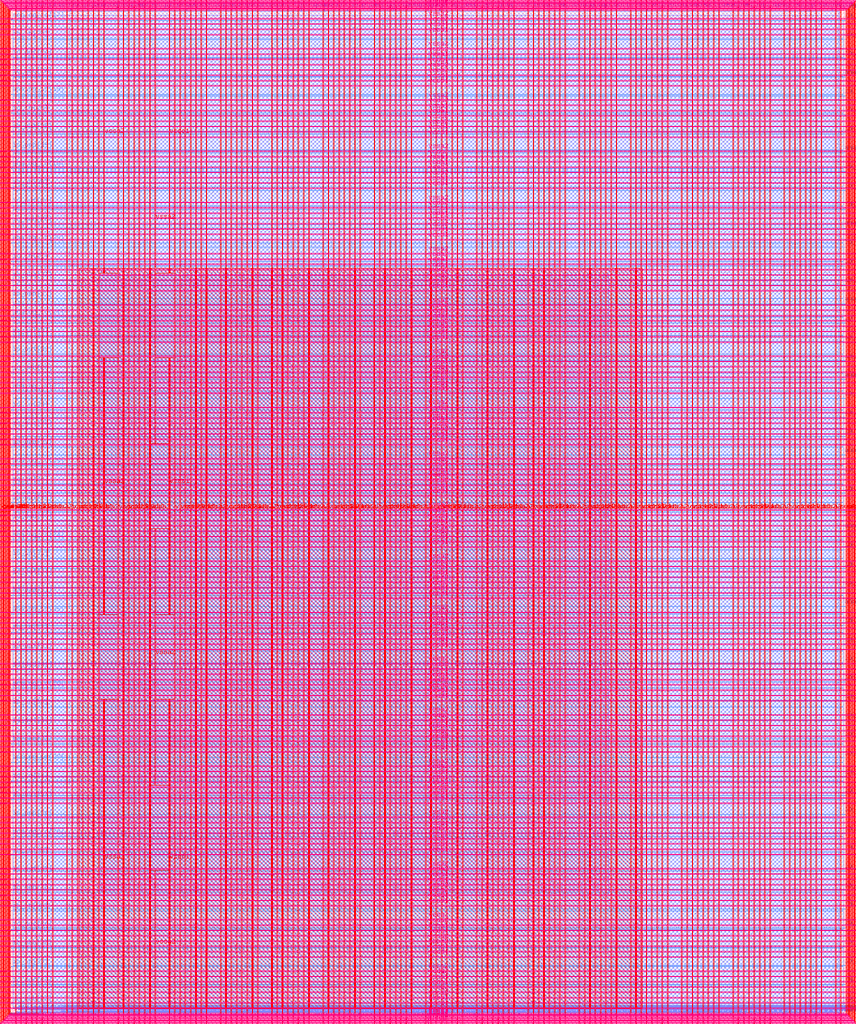
<source format=lef>
VERSION 5.7 ;
  NOWIREEXTENSIONATPIN ON ;
  DIVIDERCHAR "/" ;
  BUSBITCHARS "[]" ;
MACRO user_project_wrapper
  CLASS BLOCK ;
  FOREIGN user_project_wrapper ;
  ORIGIN 0.000 0.000 ;
  SIZE 2920.000 BY 3520.000 ;
  PIN analog_io[0]
    DIRECTION INOUT ;
    USE SIGNAL ;
    PORT
      LAYER met3 ;
        RECT 2917.600 1426.380 2924.800 1427.580 ;
    END
  END analog_io[0]
  PIN analog_io[10]
    DIRECTION INOUT ;
    USE SIGNAL ;
    PORT
      LAYER met2 ;
        RECT 2230.490 3517.600 2231.050 3524.800 ;
    END
  END analog_io[10]
  PIN analog_io[11]
    DIRECTION INOUT ;
    USE SIGNAL ;
    PORT
      LAYER met2 ;
        RECT 1905.730 3517.600 1906.290 3524.800 ;
    END
  END analog_io[11]
  PIN analog_io[12]
    DIRECTION INOUT ;
    USE SIGNAL ;
    PORT
      LAYER met2 ;
        RECT 1581.430 3517.600 1581.990 3524.800 ;
    END
  END analog_io[12]
  PIN analog_io[13]
    DIRECTION INOUT ;
    USE SIGNAL ;
    PORT
      LAYER met2 ;
        RECT 1257.130 3517.600 1257.690 3524.800 ;
    END
  END analog_io[13]
  PIN analog_io[14]
    DIRECTION INOUT ;
    USE SIGNAL ;
    PORT
      LAYER met2 ;
        RECT 932.370 3517.600 932.930 3524.800 ;
    END
  END analog_io[14]
  PIN analog_io[15]
    DIRECTION INOUT ;
    USE SIGNAL ;
    PORT
      LAYER met2 ;
        RECT 608.070 3517.600 608.630 3524.800 ;
    END
  END analog_io[15]
  PIN analog_io[16]
    DIRECTION INOUT ;
    USE SIGNAL ;
    PORT
      LAYER met2 ;
        RECT 283.770 3517.600 284.330 3524.800 ;
    END
  END analog_io[16]
  PIN analog_io[17]
    DIRECTION INOUT ;
    USE SIGNAL ;
    PORT
      LAYER met3 ;
        RECT -4.800 3486.100 2.400 3487.300 ;
    END
  END analog_io[17]
  PIN analog_io[18]
    DIRECTION INOUT ;
    USE SIGNAL ;
    PORT
      LAYER met3 ;
        RECT -4.800 3224.980 2.400 3226.180 ;
    END
  END analog_io[18]
  PIN analog_io[19]
    DIRECTION INOUT ;
    USE SIGNAL ;
    PORT
      LAYER met3 ;
        RECT -4.800 2964.540 2.400 2965.740 ;
    END
  END analog_io[19]
  PIN analog_io[1]
    DIRECTION INOUT ;
    USE SIGNAL ;
    PORT
      LAYER met3 ;
        RECT 2917.600 1692.260 2924.800 1693.460 ;
    END
  END analog_io[1]
  PIN analog_io[20]
    DIRECTION INOUT ;
    USE SIGNAL ;
    PORT
      LAYER met3 ;
        RECT -4.800 2703.420 2.400 2704.620 ;
    END
  END analog_io[20]
  PIN analog_io[21]
    DIRECTION INOUT ;
    USE SIGNAL ;
    PORT
      LAYER met3 ;
        RECT -4.800 2442.980 2.400 2444.180 ;
    END
  END analog_io[21]
  PIN analog_io[22]
    DIRECTION INOUT ;
    USE SIGNAL ;
    PORT
      LAYER met3 ;
        RECT -4.800 2182.540 2.400 2183.740 ;
    END
  END analog_io[22]
  PIN analog_io[23]
    DIRECTION INOUT ;
    USE SIGNAL ;
    PORT
      LAYER met3 ;
        RECT -4.800 1921.420 2.400 1922.620 ;
    END
  END analog_io[23]
  PIN analog_io[24]
    DIRECTION INOUT ;
    USE SIGNAL ;
    PORT
      LAYER met3 ;
        RECT -4.800 1660.980 2.400 1662.180 ;
    END
  END analog_io[24]
  PIN analog_io[25]
    DIRECTION INOUT ;
    USE SIGNAL ;
    PORT
      LAYER met3 ;
        RECT -4.800 1399.860 2.400 1401.060 ;
    END
  END analog_io[25]
  PIN analog_io[26]
    DIRECTION INOUT ;
    USE SIGNAL ;
    PORT
      LAYER met3 ;
        RECT -4.800 1139.420 2.400 1140.620 ;
    END
  END analog_io[26]
  PIN analog_io[27]
    DIRECTION INOUT ;
    USE SIGNAL ;
    PORT
      LAYER met3 ;
        RECT -4.800 878.980 2.400 880.180 ;
    END
  END analog_io[27]
  PIN analog_io[28]
    DIRECTION INOUT ;
    USE SIGNAL ;
    PORT
      LAYER met3 ;
        RECT -4.800 617.860 2.400 619.060 ;
    END
  END analog_io[28]
  PIN analog_io[2]
    DIRECTION INOUT ;
    USE SIGNAL ;
    PORT
      LAYER met3 ;
        RECT 2917.600 1958.140 2924.800 1959.340 ;
    END
  END analog_io[2]
  PIN analog_io[3]
    DIRECTION INOUT ;
    USE SIGNAL ;
    PORT
      LAYER met3 ;
        RECT 2917.600 2223.340 2924.800 2224.540 ;
    END
  END analog_io[3]
  PIN analog_io[4]
    DIRECTION INOUT ;
    USE SIGNAL ;
    PORT
      LAYER met3 ;
        RECT 2917.600 2489.220 2924.800 2490.420 ;
    END
  END analog_io[4]
  PIN analog_io[5]
    DIRECTION INOUT ;
    USE SIGNAL ;
    PORT
      LAYER met3 ;
        RECT 2917.600 2755.100 2924.800 2756.300 ;
    END
  END analog_io[5]
  PIN analog_io[6]
    DIRECTION INOUT ;
    USE SIGNAL ;
    PORT
      LAYER met3 ;
        RECT 2917.600 3020.300 2924.800 3021.500 ;
    END
  END analog_io[6]
  PIN analog_io[7]
    DIRECTION INOUT ;
    USE SIGNAL ;
    PORT
      LAYER met3 ;
        RECT 2917.600 3286.180 2924.800 3287.380 ;
    END
  END analog_io[7]
  PIN analog_io[8]
    DIRECTION INOUT ;
    USE SIGNAL ;
    PORT
      LAYER met2 ;
        RECT 2879.090 3517.600 2879.650 3524.800 ;
    END
  END analog_io[8]
  PIN analog_io[9]
    DIRECTION INOUT ;
    USE SIGNAL ;
    PORT
      LAYER met2 ;
        RECT 2554.790 3517.600 2555.350 3524.800 ;
    END
  END analog_io[9]
  PIN io_in[0]
    DIRECTION INPUT ;
    USE SIGNAL ;
    PORT
      LAYER met3 ;
        RECT 2917.600 32.380 2924.800 33.580 ;
    END
  END io_in[0]
  PIN io_in[10]
    DIRECTION INPUT ;
    USE SIGNAL ;
    PORT
      LAYER met3 ;
        RECT 2917.600 2289.980 2924.800 2291.180 ;
    END
  END io_in[10]
  PIN io_in[11]
    DIRECTION INPUT ;
    USE SIGNAL ;
    PORT
      LAYER met3 ;
        RECT 2917.600 2555.860 2924.800 2557.060 ;
    END
  END io_in[11]
  PIN io_in[12]
    DIRECTION INPUT ;
    USE SIGNAL ;
    PORT
      LAYER met3 ;
        RECT 2917.600 2821.060 2924.800 2822.260 ;
    END
  END io_in[12]
  PIN io_in[13]
    DIRECTION INPUT ;
    USE SIGNAL ;
    PORT
      LAYER met3 ;
        RECT 2917.600 3086.940 2924.800 3088.140 ;
    END
  END io_in[13]
  PIN io_in[14]
    DIRECTION INPUT ;
    USE SIGNAL ;
    PORT
      LAYER met3 ;
        RECT 2917.600 3352.820 2924.800 3354.020 ;
    END
  END io_in[14]
  PIN io_in[15]
    DIRECTION INPUT ;
    USE SIGNAL ;
    PORT
      LAYER met2 ;
        RECT 2798.130 3517.600 2798.690 3524.800 ;
    END
  END io_in[15]
  PIN io_in[16]
    DIRECTION INPUT ;
    USE SIGNAL ;
    PORT
      LAYER met2 ;
        RECT 2473.830 3517.600 2474.390 3524.800 ;
    END
  END io_in[16]
  PIN io_in[17]
    DIRECTION INPUT ;
    USE SIGNAL ;
    PORT
      LAYER met2 ;
        RECT 2149.070 3517.600 2149.630 3524.800 ;
    END
  END io_in[17]
  PIN io_in[18]
    DIRECTION INPUT ;
    USE SIGNAL ;
    PORT
      LAYER met2 ;
        RECT 1824.770 3517.600 1825.330 3524.800 ;
    END
  END io_in[18]
  PIN io_in[19]
    DIRECTION INPUT ;
    USE SIGNAL ;
    PORT
      LAYER met2 ;
        RECT 1500.470 3517.600 1501.030 3524.800 ;
    END
  END io_in[19]
  PIN io_in[1]
    DIRECTION INPUT ;
    USE SIGNAL ;
    PORT
      LAYER met3 ;
        RECT 2917.600 230.940 2924.800 232.140 ;
    END
  END io_in[1]
  PIN io_in[20]
    DIRECTION INPUT ;
    USE SIGNAL ;
    PORT
      LAYER met2 ;
        RECT 1175.710 3517.600 1176.270 3524.800 ;
    END
  END io_in[20]
  PIN io_in[21]
    DIRECTION INPUT ;
    USE SIGNAL ;
    PORT
      LAYER met2 ;
        RECT 851.410 3517.600 851.970 3524.800 ;
    END
  END io_in[21]
  PIN io_in[22]
    DIRECTION INPUT ;
    USE SIGNAL ;
    PORT
      LAYER met2 ;
        RECT 527.110 3517.600 527.670 3524.800 ;
    END
  END io_in[22]
  PIN io_in[23]
    DIRECTION INPUT ;
    USE SIGNAL ;
    PORT
      LAYER met2 ;
        RECT 202.350 3517.600 202.910 3524.800 ;
    END
  END io_in[23]
  PIN io_in[24]
    DIRECTION INPUT ;
    USE SIGNAL ;
    PORT
      LAYER met3 ;
        RECT -4.800 3420.820 2.400 3422.020 ;
    END
  END io_in[24]
  PIN io_in[25]
    DIRECTION INPUT ;
    USE SIGNAL ;
    PORT
      LAYER met3 ;
        RECT -4.800 3159.700 2.400 3160.900 ;
    END
  END io_in[25]
  PIN io_in[26]
    DIRECTION INPUT ;
    USE SIGNAL ;
    PORT
      LAYER met3 ;
        RECT -4.800 2899.260 2.400 2900.460 ;
    END
  END io_in[26]
  PIN io_in[27]
    DIRECTION INPUT ;
    USE SIGNAL ;
    PORT
      LAYER met3 ;
        RECT -4.800 2638.820 2.400 2640.020 ;
    END
  END io_in[27]
  PIN io_in[28]
    DIRECTION INPUT ;
    USE SIGNAL ;
    PORT
      LAYER met3 ;
        RECT -4.800 2377.700 2.400 2378.900 ;
    END
  END io_in[28]
  PIN io_in[29]
    DIRECTION INPUT ;
    USE SIGNAL ;
    PORT
      LAYER met3 ;
        RECT -4.800 2117.260 2.400 2118.460 ;
    END
  END io_in[29]
  PIN io_in[2]
    DIRECTION INPUT ;
    USE SIGNAL ;
    PORT
      LAYER met3 ;
        RECT 2917.600 430.180 2924.800 431.380 ;
    END
  END io_in[2]
  PIN io_in[30]
    DIRECTION INPUT ;
    USE SIGNAL ;
    PORT
      LAYER met3 ;
        RECT -4.800 1856.140 2.400 1857.340 ;
    END
  END io_in[30]
  PIN io_in[31]
    DIRECTION INPUT ;
    USE SIGNAL ;
    PORT
      LAYER met3 ;
        RECT -4.800 1595.700 2.400 1596.900 ;
    END
  END io_in[31]
  PIN io_in[32]
    DIRECTION INPUT ;
    USE SIGNAL ;
    PORT
      LAYER met3 ;
        RECT -4.800 1335.260 2.400 1336.460 ;
    END
  END io_in[32]
  PIN io_in[33]
    DIRECTION INPUT ;
    USE SIGNAL ;
    PORT
      LAYER met3 ;
        RECT -4.800 1074.140 2.400 1075.340 ;
    END
  END io_in[33]
  PIN io_in[34]
    DIRECTION INPUT ;
    USE SIGNAL ;
    PORT
      LAYER met3 ;
        RECT -4.800 813.700 2.400 814.900 ;
    END
  END io_in[34]
  PIN io_in[35]
    DIRECTION INPUT ;
    USE SIGNAL ;
    PORT
      LAYER met3 ;
        RECT -4.800 552.580 2.400 553.780 ;
    END
  END io_in[35]
  PIN io_in[36]
    DIRECTION INPUT ;
    USE SIGNAL ;
    PORT
      LAYER met3 ;
        RECT -4.800 357.420 2.400 358.620 ;
    END
  END io_in[36]
  PIN io_in[37]
    DIRECTION INPUT ;
    USE SIGNAL ;
    PORT
      LAYER met3 ;
        RECT -4.800 161.580 2.400 162.780 ;
    END
  END io_in[37]
  PIN io_in[3]
    DIRECTION INPUT ;
    USE SIGNAL ;
    PORT
      LAYER met3 ;
        RECT 2917.600 629.420 2924.800 630.620 ;
    END
  END io_in[3]
  PIN io_in[4]
    DIRECTION INPUT ;
    USE SIGNAL ;
    PORT
      LAYER met3 ;
        RECT 2917.600 828.660 2924.800 829.860 ;
    END
  END io_in[4]
  PIN io_in[5]
    DIRECTION INPUT ;
    USE SIGNAL ;
    PORT
      LAYER met3 ;
        RECT 2917.600 1027.900 2924.800 1029.100 ;
    END
  END io_in[5]
  PIN io_in[6]
    DIRECTION INPUT ;
    USE SIGNAL ;
    PORT
      LAYER met3 ;
        RECT 2917.600 1227.140 2924.800 1228.340 ;
    END
  END io_in[6]
  PIN io_in[7]
    DIRECTION INPUT ;
    USE SIGNAL ;
    PORT
      LAYER met3 ;
        RECT 2917.600 1493.020 2924.800 1494.220 ;
    END
  END io_in[7]
  PIN io_in[8]
    DIRECTION INPUT ;
    USE SIGNAL ;
    PORT
      LAYER met3 ;
        RECT 2917.600 1758.900 2924.800 1760.100 ;
    END
  END io_in[8]
  PIN io_in[9]
    DIRECTION INPUT ;
    USE SIGNAL ;
    PORT
      LAYER met3 ;
        RECT 2917.600 2024.100 2924.800 2025.300 ;
    END
  END io_in[9]
  PIN io_oeb[0]
    DIRECTION OUTPUT TRISTATE ;
    USE SIGNAL ;
    PORT
      LAYER met3 ;
        RECT 2917.600 164.980 2924.800 166.180 ;
    END
  END io_oeb[0]
  PIN io_oeb[10]
    DIRECTION OUTPUT TRISTATE ;
    USE SIGNAL ;
    PORT
      LAYER met3 ;
        RECT 2917.600 2422.580 2924.800 2423.780 ;
    END
  END io_oeb[10]
  PIN io_oeb[11]
    DIRECTION OUTPUT TRISTATE ;
    USE SIGNAL ;
    PORT
      LAYER met3 ;
        RECT 2917.600 2688.460 2924.800 2689.660 ;
    END
  END io_oeb[11]
  PIN io_oeb[12]
    DIRECTION OUTPUT TRISTATE ;
    USE SIGNAL ;
    PORT
      LAYER met3 ;
        RECT 2917.600 2954.340 2924.800 2955.540 ;
    END
  END io_oeb[12]
  PIN io_oeb[13]
    DIRECTION OUTPUT TRISTATE ;
    USE SIGNAL ;
    PORT
      LAYER met3 ;
        RECT 2917.600 3219.540 2924.800 3220.740 ;
    END
  END io_oeb[13]
  PIN io_oeb[14]
    DIRECTION OUTPUT TRISTATE ;
    USE SIGNAL ;
    PORT
      LAYER met3 ;
        RECT 2917.600 3485.420 2924.800 3486.620 ;
    END
  END io_oeb[14]
  PIN io_oeb[15]
    DIRECTION OUTPUT TRISTATE ;
    USE SIGNAL ;
    PORT
      LAYER met2 ;
        RECT 2635.750 3517.600 2636.310 3524.800 ;
    END
  END io_oeb[15]
  PIN io_oeb[16]
    DIRECTION OUTPUT TRISTATE ;
    USE SIGNAL ;
    PORT
      LAYER met2 ;
        RECT 2311.450 3517.600 2312.010 3524.800 ;
    END
  END io_oeb[16]
  PIN io_oeb[17]
    DIRECTION OUTPUT TRISTATE ;
    USE SIGNAL ;
    PORT
      LAYER met2 ;
        RECT 1987.150 3517.600 1987.710 3524.800 ;
    END
  END io_oeb[17]
  PIN io_oeb[18]
    DIRECTION OUTPUT TRISTATE ;
    USE SIGNAL ;
    PORT
      LAYER met2 ;
        RECT 1662.390 3517.600 1662.950 3524.800 ;
    END
  END io_oeb[18]
  PIN io_oeb[19]
    DIRECTION OUTPUT TRISTATE ;
    USE SIGNAL ;
    PORT
      LAYER met2 ;
        RECT 1338.090 3517.600 1338.650 3524.800 ;
    END
  END io_oeb[19]
  PIN io_oeb[1]
    DIRECTION OUTPUT TRISTATE ;
    USE SIGNAL ;
    PORT
      LAYER met3 ;
        RECT 2917.600 364.220 2924.800 365.420 ;
    END
  END io_oeb[1]
  PIN io_oeb[20]
    DIRECTION OUTPUT TRISTATE ;
    USE SIGNAL ;
    PORT
      LAYER met2 ;
        RECT 1013.790 3517.600 1014.350 3524.800 ;
    END
  END io_oeb[20]
  PIN io_oeb[21]
    DIRECTION OUTPUT TRISTATE ;
    USE SIGNAL ;
    PORT
      LAYER met2 ;
        RECT 689.030 3517.600 689.590 3524.800 ;
    END
  END io_oeb[21]
  PIN io_oeb[22]
    DIRECTION OUTPUT TRISTATE ;
    USE SIGNAL ;
    PORT
      LAYER met2 ;
        RECT 364.730 3517.600 365.290 3524.800 ;
    END
  END io_oeb[22]
  PIN io_oeb[23]
    DIRECTION OUTPUT TRISTATE ;
    USE SIGNAL ;
    PORT
      LAYER met2 ;
        RECT 40.430 3517.600 40.990 3524.800 ;
    END
  END io_oeb[23]
  PIN io_oeb[24]
    DIRECTION OUTPUT TRISTATE ;
    USE SIGNAL ;
    PORT
      LAYER met3 ;
        RECT -4.800 3290.260 2.400 3291.460 ;
    END
  END io_oeb[24]
  PIN io_oeb[25]
    DIRECTION OUTPUT TRISTATE ;
    USE SIGNAL ;
    PORT
      LAYER met3 ;
        RECT -4.800 3029.820 2.400 3031.020 ;
    END
  END io_oeb[25]
  PIN io_oeb[26]
    DIRECTION OUTPUT TRISTATE ;
    USE SIGNAL ;
    PORT
      LAYER met3 ;
        RECT -4.800 2768.700 2.400 2769.900 ;
    END
  END io_oeb[26]
  PIN io_oeb[27]
    DIRECTION OUTPUT TRISTATE ;
    USE SIGNAL ;
    PORT
      LAYER met3 ;
        RECT -4.800 2508.260 2.400 2509.460 ;
    END
  END io_oeb[27]
  PIN io_oeb[28]
    DIRECTION OUTPUT TRISTATE ;
    USE SIGNAL ;
    PORT
      LAYER met3 ;
        RECT -4.800 2247.140 2.400 2248.340 ;
    END
  END io_oeb[28]
  PIN io_oeb[29]
    DIRECTION OUTPUT TRISTATE ;
    USE SIGNAL ;
    PORT
      LAYER met3 ;
        RECT -4.800 1986.700 2.400 1987.900 ;
    END
  END io_oeb[29]
  PIN io_oeb[2]
    DIRECTION OUTPUT TRISTATE ;
    USE SIGNAL ;
    PORT
      LAYER met3 ;
        RECT 2917.600 563.460 2924.800 564.660 ;
    END
  END io_oeb[2]
  PIN io_oeb[30]
    DIRECTION OUTPUT TRISTATE ;
    USE SIGNAL ;
    PORT
      LAYER met3 ;
        RECT -4.800 1726.260 2.400 1727.460 ;
    END
  END io_oeb[30]
  PIN io_oeb[31]
    DIRECTION OUTPUT TRISTATE ;
    USE SIGNAL ;
    PORT
      LAYER met3 ;
        RECT -4.800 1465.140 2.400 1466.340 ;
    END
  END io_oeb[31]
  PIN io_oeb[32]
    DIRECTION OUTPUT TRISTATE ;
    USE SIGNAL ;
    PORT
      LAYER met3 ;
        RECT -4.800 1204.700 2.400 1205.900 ;
    END
  END io_oeb[32]
  PIN io_oeb[33]
    DIRECTION OUTPUT TRISTATE ;
    USE SIGNAL ;
    PORT
      LAYER met3 ;
        RECT -4.800 943.580 2.400 944.780 ;
    END
  END io_oeb[33]
  PIN io_oeb[34]
    DIRECTION OUTPUT TRISTATE ;
    USE SIGNAL ;
    PORT
      LAYER met3 ;
        RECT -4.800 683.140 2.400 684.340 ;
    END
  END io_oeb[34]
  PIN io_oeb[35]
    DIRECTION OUTPUT TRISTATE ;
    USE SIGNAL ;
    PORT
      LAYER met3 ;
        RECT -4.800 422.700 2.400 423.900 ;
    END
  END io_oeb[35]
  PIN io_oeb[36]
    DIRECTION OUTPUT TRISTATE ;
    USE SIGNAL ;
    PORT
      LAYER met3 ;
        RECT -4.800 226.860 2.400 228.060 ;
    END
  END io_oeb[36]
  PIN io_oeb[37]
    DIRECTION OUTPUT TRISTATE ;
    USE SIGNAL ;
    PORT
      LAYER met3 ;
        RECT -4.800 31.700 2.400 32.900 ;
    END
  END io_oeb[37]
  PIN io_oeb[3]
    DIRECTION OUTPUT TRISTATE ;
    USE SIGNAL ;
    PORT
      LAYER met3 ;
        RECT 2917.600 762.700 2924.800 763.900 ;
    END
  END io_oeb[3]
  PIN io_oeb[4]
    DIRECTION OUTPUT TRISTATE ;
    USE SIGNAL ;
    PORT
      LAYER met3 ;
        RECT 2917.600 961.940 2924.800 963.140 ;
    END
  END io_oeb[4]
  PIN io_oeb[5]
    DIRECTION OUTPUT TRISTATE ;
    USE SIGNAL ;
    PORT
      LAYER met3 ;
        RECT 2917.600 1161.180 2924.800 1162.380 ;
    END
  END io_oeb[5]
  PIN io_oeb[6]
    DIRECTION OUTPUT TRISTATE ;
    USE SIGNAL ;
    PORT
      LAYER met3 ;
        RECT 2917.600 1360.420 2924.800 1361.620 ;
    END
  END io_oeb[6]
  PIN io_oeb[7]
    DIRECTION OUTPUT TRISTATE ;
    USE SIGNAL ;
    PORT
      LAYER met3 ;
        RECT 2917.600 1625.620 2924.800 1626.820 ;
    END
  END io_oeb[7]
  PIN io_oeb[8]
    DIRECTION OUTPUT TRISTATE ;
    USE SIGNAL ;
    PORT
      LAYER met3 ;
        RECT 2917.600 1891.500 2924.800 1892.700 ;
    END
  END io_oeb[8]
  PIN io_oeb[9]
    DIRECTION OUTPUT TRISTATE ;
    USE SIGNAL ;
    PORT
      LAYER met3 ;
        RECT 2917.600 2157.380 2924.800 2158.580 ;
    END
  END io_oeb[9]
  PIN io_out[0]
    DIRECTION OUTPUT TRISTATE ;
    USE SIGNAL ;
    PORT
      LAYER met3 ;
        RECT 2917.600 98.340 2924.800 99.540 ;
    END
  END io_out[0]
  PIN io_out[10]
    DIRECTION OUTPUT TRISTATE ;
    USE SIGNAL ;
    PORT
      LAYER met3 ;
        RECT 2917.600 2356.620 2924.800 2357.820 ;
    END
  END io_out[10]
  PIN io_out[11]
    DIRECTION OUTPUT TRISTATE ;
    USE SIGNAL ;
    PORT
      LAYER met3 ;
        RECT 2917.600 2621.820 2924.800 2623.020 ;
    END
  END io_out[11]
  PIN io_out[12]
    DIRECTION OUTPUT TRISTATE ;
    USE SIGNAL ;
    PORT
      LAYER met3 ;
        RECT 2917.600 2887.700 2924.800 2888.900 ;
    END
  END io_out[12]
  PIN io_out[13]
    DIRECTION OUTPUT TRISTATE ;
    USE SIGNAL ;
    PORT
      LAYER met3 ;
        RECT 2917.600 3153.580 2924.800 3154.780 ;
    END
  END io_out[13]
  PIN io_out[14]
    DIRECTION OUTPUT TRISTATE ;
    USE SIGNAL ;
    PORT
      LAYER met3 ;
        RECT 2917.600 3418.780 2924.800 3419.980 ;
    END
  END io_out[14]
  PIN io_out[15]
    DIRECTION OUTPUT TRISTATE ;
    USE SIGNAL ;
    PORT
      LAYER met2 ;
        RECT 2717.170 3517.600 2717.730 3524.800 ;
    END
  END io_out[15]
  PIN io_out[16]
    DIRECTION OUTPUT TRISTATE ;
    USE SIGNAL ;
    PORT
      LAYER met2 ;
        RECT 2392.410 3517.600 2392.970 3524.800 ;
    END
  END io_out[16]
  PIN io_out[17]
    DIRECTION OUTPUT TRISTATE ;
    USE SIGNAL ;
    PORT
      LAYER met2 ;
        RECT 2068.110 3517.600 2068.670 3524.800 ;
    END
  END io_out[17]
  PIN io_out[18]
    DIRECTION OUTPUT TRISTATE ;
    USE SIGNAL ;
    PORT
      LAYER met2 ;
        RECT 1743.810 3517.600 1744.370 3524.800 ;
    END
  END io_out[18]
  PIN io_out[19]
    DIRECTION OUTPUT TRISTATE ;
    USE SIGNAL ;
    PORT
      LAYER met2 ;
        RECT 1419.050 3517.600 1419.610 3524.800 ;
    END
  END io_out[19]
  PIN io_out[1]
    DIRECTION OUTPUT TRISTATE ;
    USE SIGNAL ;
    PORT
      LAYER met3 ;
        RECT 2917.600 297.580 2924.800 298.780 ;
    END
  END io_out[1]
  PIN io_out[20]
    DIRECTION OUTPUT TRISTATE ;
    USE SIGNAL ;
    PORT
      LAYER met2 ;
        RECT 1094.750 3517.600 1095.310 3524.800 ;
    END
  END io_out[20]
  PIN io_out[21]
    DIRECTION OUTPUT TRISTATE ;
    USE SIGNAL ;
    PORT
      LAYER met2 ;
        RECT 770.450 3517.600 771.010 3524.800 ;
    END
  END io_out[21]
  PIN io_out[22]
    DIRECTION OUTPUT TRISTATE ;
    USE SIGNAL ;
    PORT
      LAYER met2 ;
        RECT 445.690 3517.600 446.250 3524.800 ;
    END
  END io_out[22]
  PIN io_out[23]
    DIRECTION OUTPUT TRISTATE ;
    USE SIGNAL ;
    PORT
      LAYER met2 ;
        RECT 121.390 3517.600 121.950 3524.800 ;
    END
  END io_out[23]
  PIN io_out[24]
    DIRECTION OUTPUT TRISTATE ;
    USE SIGNAL ;
    PORT
      LAYER met3 ;
        RECT -4.800 3355.540 2.400 3356.740 ;
    END
  END io_out[24]
  PIN io_out[25]
    DIRECTION OUTPUT TRISTATE ;
    USE SIGNAL ;
    PORT
      LAYER met3 ;
        RECT -4.800 3095.100 2.400 3096.300 ;
    END
  END io_out[25]
  PIN io_out[26]
    DIRECTION OUTPUT TRISTATE ;
    USE SIGNAL ;
    PORT
      LAYER met3 ;
        RECT -4.800 2833.980 2.400 2835.180 ;
    END
  END io_out[26]
  PIN io_out[27]
    DIRECTION OUTPUT TRISTATE ;
    USE SIGNAL ;
    PORT
      LAYER met3 ;
        RECT -4.800 2573.540 2.400 2574.740 ;
    END
  END io_out[27]
  PIN io_out[28]
    DIRECTION OUTPUT TRISTATE ;
    USE SIGNAL ;
    PORT
      LAYER met3 ;
        RECT -4.800 2312.420 2.400 2313.620 ;
    END
  END io_out[28]
  PIN io_out[29]
    DIRECTION OUTPUT TRISTATE ;
    USE SIGNAL ;
    PORT
      LAYER met3 ;
        RECT -4.800 2051.980 2.400 2053.180 ;
    END
  END io_out[29]
  PIN io_out[2]
    DIRECTION OUTPUT TRISTATE ;
    USE SIGNAL ;
    PORT
      LAYER met3 ;
        RECT 2917.600 496.820 2924.800 498.020 ;
    END
  END io_out[2]
  PIN io_out[30]
    DIRECTION OUTPUT TRISTATE ;
    USE SIGNAL ;
    PORT
      LAYER met3 ;
        RECT -4.800 1791.540 2.400 1792.740 ;
    END
  END io_out[30]
  PIN io_out[31]
    DIRECTION OUTPUT TRISTATE ;
    USE SIGNAL ;
    PORT
      LAYER met3 ;
        RECT -4.800 1530.420 2.400 1531.620 ;
    END
  END io_out[31]
  PIN io_out[32]
    DIRECTION OUTPUT TRISTATE ;
    USE SIGNAL ;
    PORT
      LAYER met3 ;
        RECT -4.800 1269.980 2.400 1271.180 ;
    END
  END io_out[32]
  PIN io_out[33]
    DIRECTION OUTPUT TRISTATE ;
    USE SIGNAL ;
    PORT
      LAYER met3 ;
        RECT -4.800 1008.860 2.400 1010.060 ;
    END
  END io_out[33]
  PIN io_out[34]
    DIRECTION OUTPUT TRISTATE ;
    USE SIGNAL ;
    PORT
      LAYER met3 ;
        RECT -4.800 748.420 2.400 749.620 ;
    END
  END io_out[34]
  PIN io_out[35]
    DIRECTION OUTPUT TRISTATE ;
    USE SIGNAL ;
    PORT
      LAYER met3 ;
        RECT -4.800 487.300 2.400 488.500 ;
    END
  END io_out[35]
  PIN io_out[36]
    DIRECTION OUTPUT TRISTATE ;
    USE SIGNAL ;
    PORT
      LAYER met3 ;
        RECT -4.800 292.140 2.400 293.340 ;
    END
  END io_out[36]
  PIN io_out[37]
    DIRECTION OUTPUT TRISTATE ;
    USE SIGNAL ;
    PORT
      LAYER met3 ;
        RECT -4.800 96.300 2.400 97.500 ;
    END
  END io_out[37]
  PIN io_out[3]
    DIRECTION OUTPUT TRISTATE ;
    USE SIGNAL ;
    PORT
      LAYER met3 ;
        RECT 2917.600 696.060 2924.800 697.260 ;
    END
  END io_out[3]
  PIN io_out[4]
    DIRECTION OUTPUT TRISTATE ;
    USE SIGNAL ;
    PORT
      LAYER met3 ;
        RECT 2917.600 895.300 2924.800 896.500 ;
    END
  END io_out[4]
  PIN io_out[5]
    DIRECTION OUTPUT TRISTATE ;
    USE SIGNAL ;
    PORT
      LAYER met3 ;
        RECT 2917.600 1094.540 2924.800 1095.740 ;
    END
  END io_out[5]
  PIN io_out[6]
    DIRECTION OUTPUT TRISTATE ;
    USE SIGNAL ;
    PORT
      LAYER met3 ;
        RECT 2917.600 1293.780 2924.800 1294.980 ;
    END
  END io_out[6]
  PIN io_out[7]
    DIRECTION OUTPUT TRISTATE ;
    USE SIGNAL ;
    PORT
      LAYER met3 ;
        RECT 2917.600 1559.660 2924.800 1560.860 ;
    END
  END io_out[7]
  PIN io_out[8]
    DIRECTION OUTPUT TRISTATE ;
    USE SIGNAL ;
    PORT
      LAYER met3 ;
        RECT 2917.600 1824.860 2924.800 1826.060 ;
    END
  END io_out[8]
  PIN io_out[9]
    DIRECTION OUTPUT TRISTATE ;
    USE SIGNAL ;
    PORT
      LAYER met3 ;
        RECT 2917.600 2090.740 2924.800 2091.940 ;
    END
  END io_out[9]
  PIN la_data_in[0]
    DIRECTION INPUT ;
    USE SIGNAL ;
    PORT
      LAYER met2 ;
        RECT 629.230 -4.800 629.790 2.400 ;
    END
  END la_data_in[0]
  PIN la_data_in[100]
    DIRECTION INPUT ;
    USE SIGNAL ;
    PORT
      LAYER met2 ;
        RECT 2402.530 -4.800 2403.090 2.400 ;
    END
  END la_data_in[100]
  PIN la_data_in[101]
    DIRECTION INPUT ;
    USE SIGNAL ;
    PORT
      LAYER met2 ;
        RECT 2420.010 -4.800 2420.570 2.400 ;
    END
  END la_data_in[101]
  PIN la_data_in[102]
    DIRECTION INPUT ;
    USE SIGNAL ;
    PORT
      LAYER met2 ;
        RECT 2437.950 -4.800 2438.510 2.400 ;
    END
  END la_data_in[102]
  PIN la_data_in[103]
    DIRECTION INPUT ;
    USE SIGNAL ;
    PORT
      LAYER met2 ;
        RECT 2455.430 -4.800 2455.990 2.400 ;
    END
  END la_data_in[103]
  PIN la_data_in[104]
    DIRECTION INPUT ;
    USE SIGNAL ;
    PORT
      LAYER met2 ;
        RECT 2473.370 -4.800 2473.930 2.400 ;
    END
  END la_data_in[104]
  PIN la_data_in[105]
    DIRECTION INPUT ;
    USE SIGNAL ;
    PORT
      LAYER met2 ;
        RECT 2490.850 -4.800 2491.410 2.400 ;
    END
  END la_data_in[105]
  PIN la_data_in[106]
    DIRECTION INPUT ;
    USE SIGNAL ;
    PORT
      LAYER met2 ;
        RECT 2508.790 -4.800 2509.350 2.400 ;
    END
  END la_data_in[106]
  PIN la_data_in[107]
    DIRECTION INPUT ;
    USE SIGNAL ;
    PORT
      LAYER met2 ;
        RECT 2526.730 -4.800 2527.290 2.400 ;
    END
  END la_data_in[107]
  PIN la_data_in[108]
    DIRECTION INPUT ;
    USE SIGNAL ;
    PORT
      LAYER met2 ;
        RECT 2544.210 -4.800 2544.770 2.400 ;
    END
  END la_data_in[108]
  PIN la_data_in[109]
    DIRECTION INPUT ;
    USE SIGNAL ;
    PORT
      LAYER met2 ;
        RECT 2562.150 -4.800 2562.710 2.400 ;
    END
  END la_data_in[109]
  PIN la_data_in[10]
    DIRECTION INPUT ;
    USE SIGNAL ;
    PORT
      LAYER met2 ;
        RECT 806.330 -4.800 806.890 2.400 ;
    END
  END la_data_in[10]
  PIN la_data_in[110]
    DIRECTION INPUT ;
    USE SIGNAL ;
    PORT
      LAYER met2 ;
        RECT 2579.630 -4.800 2580.190 2.400 ;
    END
  END la_data_in[110]
  PIN la_data_in[111]
    DIRECTION INPUT ;
    USE SIGNAL ;
    PORT
      LAYER met2 ;
        RECT 2597.570 -4.800 2598.130 2.400 ;
    END
  END la_data_in[111]
  PIN la_data_in[112]
    DIRECTION INPUT ;
    USE SIGNAL ;
    PORT
      LAYER met2 ;
        RECT 2615.050 -4.800 2615.610 2.400 ;
    END
  END la_data_in[112]
  PIN la_data_in[113]
    DIRECTION INPUT ;
    USE SIGNAL ;
    PORT
      LAYER met2 ;
        RECT 2632.990 -4.800 2633.550 2.400 ;
    END
  END la_data_in[113]
  PIN la_data_in[114]
    DIRECTION INPUT ;
    USE SIGNAL ;
    PORT
      LAYER met2 ;
        RECT 2650.470 -4.800 2651.030 2.400 ;
    END
  END la_data_in[114]
  PIN la_data_in[115]
    DIRECTION INPUT ;
    USE SIGNAL ;
    PORT
      LAYER met2 ;
        RECT 2668.410 -4.800 2668.970 2.400 ;
    END
  END la_data_in[115]
  PIN la_data_in[116]
    DIRECTION INPUT ;
    USE SIGNAL ;
    PORT
      LAYER met2 ;
        RECT 2685.890 -4.800 2686.450 2.400 ;
    END
  END la_data_in[116]
  PIN la_data_in[117]
    DIRECTION INPUT ;
    USE SIGNAL ;
    PORT
      LAYER met2 ;
        RECT 2703.830 -4.800 2704.390 2.400 ;
    END
  END la_data_in[117]
  PIN la_data_in[118]
    DIRECTION INPUT ;
    USE SIGNAL ;
    PORT
      LAYER met2 ;
        RECT 2721.770 -4.800 2722.330 2.400 ;
    END
  END la_data_in[118]
  PIN la_data_in[119]
    DIRECTION INPUT ;
    USE SIGNAL ;
    PORT
      LAYER met2 ;
        RECT 2739.250 -4.800 2739.810 2.400 ;
    END
  END la_data_in[119]
  PIN la_data_in[11]
    DIRECTION INPUT ;
    USE SIGNAL ;
    PORT
      LAYER met2 ;
        RECT 824.270 -4.800 824.830 2.400 ;
    END
  END la_data_in[11]
  PIN la_data_in[120]
    DIRECTION INPUT ;
    USE SIGNAL ;
    PORT
      LAYER met2 ;
        RECT 2757.190 -4.800 2757.750 2.400 ;
    END
  END la_data_in[120]
  PIN la_data_in[121]
    DIRECTION INPUT ;
    USE SIGNAL ;
    PORT
      LAYER met2 ;
        RECT 2774.670 -4.800 2775.230 2.400 ;
    END
  END la_data_in[121]
  PIN la_data_in[122]
    DIRECTION INPUT ;
    USE SIGNAL ;
    PORT
      LAYER met2 ;
        RECT 2792.610 -4.800 2793.170 2.400 ;
    END
  END la_data_in[122]
  PIN la_data_in[123]
    DIRECTION INPUT ;
    USE SIGNAL ;
    PORT
      LAYER met2 ;
        RECT 2810.090 -4.800 2810.650 2.400 ;
    END
  END la_data_in[123]
  PIN la_data_in[124]
    DIRECTION INPUT ;
    USE SIGNAL ;
    PORT
      LAYER met2 ;
        RECT 2828.030 -4.800 2828.590 2.400 ;
    END
  END la_data_in[124]
  PIN la_data_in[125]
    DIRECTION INPUT ;
    USE SIGNAL ;
    PORT
      LAYER met2 ;
        RECT 2845.510 -4.800 2846.070 2.400 ;
    END
  END la_data_in[125]
  PIN la_data_in[126]
    DIRECTION INPUT ;
    USE SIGNAL ;
    PORT
      LAYER met2 ;
        RECT 2863.450 -4.800 2864.010 2.400 ;
    END
  END la_data_in[126]
  PIN la_data_in[127]
    DIRECTION INPUT ;
    USE SIGNAL ;
    PORT
      LAYER met2 ;
        RECT 2881.390 -4.800 2881.950 2.400 ;
    END
  END la_data_in[127]
  PIN la_data_in[12]
    DIRECTION INPUT ;
    USE SIGNAL ;
    PORT
      LAYER met2 ;
        RECT 841.750 -4.800 842.310 2.400 ;
    END
  END la_data_in[12]
  PIN la_data_in[13]
    DIRECTION INPUT ;
    USE SIGNAL ;
    PORT
      LAYER met2 ;
        RECT 859.690 -4.800 860.250 2.400 ;
    END
  END la_data_in[13]
  PIN la_data_in[14]
    DIRECTION INPUT ;
    USE SIGNAL ;
    PORT
      LAYER met2 ;
        RECT 877.170 -4.800 877.730 2.400 ;
    END
  END la_data_in[14]
  PIN la_data_in[15]
    DIRECTION INPUT ;
    USE SIGNAL ;
    PORT
      LAYER met2 ;
        RECT 895.110 -4.800 895.670 2.400 ;
    END
  END la_data_in[15]
  PIN la_data_in[16]
    DIRECTION INPUT ;
    USE SIGNAL ;
    PORT
      LAYER met2 ;
        RECT 912.590 -4.800 913.150 2.400 ;
    END
  END la_data_in[16]
  PIN la_data_in[17]
    DIRECTION INPUT ;
    USE SIGNAL ;
    PORT
      LAYER met2 ;
        RECT 930.530 -4.800 931.090 2.400 ;
    END
  END la_data_in[17]
  PIN la_data_in[18]
    DIRECTION INPUT ;
    USE SIGNAL ;
    PORT
      LAYER met2 ;
        RECT 948.470 -4.800 949.030 2.400 ;
    END
  END la_data_in[18]
  PIN la_data_in[19]
    DIRECTION INPUT ;
    USE SIGNAL ;
    PORT
      LAYER met2 ;
        RECT 965.950 -4.800 966.510 2.400 ;
    END
  END la_data_in[19]
  PIN la_data_in[1]
    DIRECTION INPUT ;
    USE SIGNAL ;
    PORT
      LAYER met2 ;
        RECT 646.710 -4.800 647.270 2.400 ;
    END
  END la_data_in[1]
  PIN la_data_in[20]
    DIRECTION INPUT ;
    USE SIGNAL ;
    PORT
      LAYER met2 ;
        RECT 983.890 -4.800 984.450 2.400 ;
    END
  END la_data_in[20]
  PIN la_data_in[21]
    DIRECTION INPUT ;
    USE SIGNAL ;
    PORT
      LAYER met2 ;
        RECT 1001.370 -4.800 1001.930 2.400 ;
    END
  END la_data_in[21]
  PIN la_data_in[22]
    DIRECTION INPUT ;
    USE SIGNAL ;
    PORT
      LAYER met2 ;
        RECT 1019.310 -4.800 1019.870 2.400 ;
    END
  END la_data_in[22]
  PIN la_data_in[23]
    DIRECTION INPUT ;
    USE SIGNAL ;
    PORT
      LAYER met2 ;
        RECT 1036.790 -4.800 1037.350 2.400 ;
    END
  END la_data_in[23]
  PIN la_data_in[24]
    DIRECTION INPUT ;
    USE SIGNAL ;
    PORT
      LAYER met2 ;
        RECT 1054.730 -4.800 1055.290 2.400 ;
    END
  END la_data_in[24]
  PIN la_data_in[25]
    DIRECTION INPUT ;
    USE SIGNAL ;
    PORT
      LAYER met2 ;
        RECT 1072.210 -4.800 1072.770 2.400 ;
    END
  END la_data_in[25]
  PIN la_data_in[26]
    DIRECTION INPUT ;
    USE SIGNAL ;
    PORT
      LAYER met2 ;
        RECT 1090.150 -4.800 1090.710 2.400 ;
    END
  END la_data_in[26]
  PIN la_data_in[27]
    DIRECTION INPUT ;
    USE SIGNAL ;
    PORT
      LAYER met2 ;
        RECT 1107.630 -4.800 1108.190 2.400 ;
    END
  END la_data_in[27]
  PIN la_data_in[28]
    DIRECTION INPUT ;
    USE SIGNAL ;
    PORT
      LAYER met2 ;
        RECT 1125.570 -4.800 1126.130 2.400 ;
    END
  END la_data_in[28]
  PIN la_data_in[29]
    DIRECTION INPUT ;
    USE SIGNAL ;
    PORT
      LAYER met2 ;
        RECT 1143.510 -4.800 1144.070 2.400 ;
    END
  END la_data_in[29]
  PIN la_data_in[2]
    DIRECTION INPUT ;
    USE SIGNAL ;
    PORT
      LAYER met2 ;
        RECT 664.650 -4.800 665.210 2.400 ;
    END
  END la_data_in[2]
  PIN la_data_in[30]
    DIRECTION INPUT ;
    USE SIGNAL ;
    PORT
      LAYER met2 ;
        RECT 1160.990 -4.800 1161.550 2.400 ;
    END
  END la_data_in[30]
  PIN la_data_in[31]
    DIRECTION INPUT ;
    USE SIGNAL ;
    PORT
      LAYER met2 ;
        RECT 1178.930 -4.800 1179.490 2.400 ;
    END
  END la_data_in[31]
  PIN la_data_in[32]
    DIRECTION INPUT ;
    USE SIGNAL ;
    PORT
      LAYER met2 ;
        RECT 1196.410 -4.800 1196.970 2.400 ;
    END
  END la_data_in[32]
  PIN la_data_in[33]
    DIRECTION INPUT ;
    USE SIGNAL ;
    PORT
      LAYER met2 ;
        RECT 1214.350 -4.800 1214.910 2.400 ;
    END
  END la_data_in[33]
  PIN la_data_in[34]
    DIRECTION INPUT ;
    USE SIGNAL ;
    PORT
      LAYER met2 ;
        RECT 1231.830 -4.800 1232.390 2.400 ;
    END
  END la_data_in[34]
  PIN la_data_in[35]
    DIRECTION INPUT ;
    USE SIGNAL ;
    PORT
      LAYER met2 ;
        RECT 1249.770 -4.800 1250.330 2.400 ;
    END
  END la_data_in[35]
  PIN la_data_in[36]
    DIRECTION INPUT ;
    USE SIGNAL ;
    PORT
      LAYER met2 ;
        RECT 1267.250 -4.800 1267.810 2.400 ;
    END
  END la_data_in[36]
  PIN la_data_in[37]
    DIRECTION INPUT ;
    USE SIGNAL ;
    PORT
      LAYER met2 ;
        RECT 1285.190 -4.800 1285.750 2.400 ;
    END
  END la_data_in[37]
  PIN la_data_in[38]
    DIRECTION INPUT ;
    USE SIGNAL ;
    PORT
      LAYER met2 ;
        RECT 1303.130 -4.800 1303.690 2.400 ;
    END
  END la_data_in[38]
  PIN la_data_in[39]
    DIRECTION INPUT ;
    USE SIGNAL ;
    PORT
      LAYER met2 ;
        RECT 1320.610 -4.800 1321.170 2.400 ;
    END
  END la_data_in[39]
  PIN la_data_in[3]
    DIRECTION INPUT ;
    USE SIGNAL ;
    PORT
      LAYER met2 ;
        RECT 682.130 -4.800 682.690 2.400 ;
    END
  END la_data_in[3]
  PIN la_data_in[40]
    DIRECTION INPUT ;
    USE SIGNAL ;
    PORT
      LAYER met2 ;
        RECT 1338.550 -4.800 1339.110 2.400 ;
    END
  END la_data_in[40]
  PIN la_data_in[41]
    DIRECTION INPUT ;
    USE SIGNAL ;
    PORT
      LAYER met2 ;
        RECT 1356.030 -4.800 1356.590 2.400 ;
    END
  END la_data_in[41]
  PIN la_data_in[42]
    DIRECTION INPUT ;
    USE SIGNAL ;
    PORT
      LAYER met2 ;
        RECT 1373.970 -4.800 1374.530 2.400 ;
    END
  END la_data_in[42]
  PIN la_data_in[43]
    DIRECTION INPUT ;
    USE SIGNAL ;
    PORT
      LAYER met2 ;
        RECT 1391.450 -4.800 1392.010 2.400 ;
    END
  END la_data_in[43]
  PIN la_data_in[44]
    DIRECTION INPUT ;
    USE SIGNAL ;
    PORT
      LAYER met2 ;
        RECT 1409.390 -4.800 1409.950 2.400 ;
    END
  END la_data_in[44]
  PIN la_data_in[45]
    DIRECTION INPUT ;
    USE SIGNAL ;
    PORT
      LAYER met2 ;
        RECT 1426.870 -4.800 1427.430 2.400 ;
    END
  END la_data_in[45]
  PIN la_data_in[46]
    DIRECTION INPUT ;
    USE SIGNAL ;
    PORT
      LAYER met2 ;
        RECT 1444.810 -4.800 1445.370 2.400 ;
    END
  END la_data_in[46]
  PIN la_data_in[47]
    DIRECTION INPUT ;
    USE SIGNAL ;
    PORT
      LAYER met2 ;
        RECT 1462.750 -4.800 1463.310 2.400 ;
    END
  END la_data_in[47]
  PIN la_data_in[48]
    DIRECTION INPUT ;
    USE SIGNAL ;
    PORT
      LAYER met2 ;
        RECT 1480.230 -4.800 1480.790 2.400 ;
    END
  END la_data_in[48]
  PIN la_data_in[49]
    DIRECTION INPUT ;
    USE SIGNAL ;
    PORT
      LAYER met2 ;
        RECT 1498.170 -4.800 1498.730 2.400 ;
    END
  END la_data_in[49]
  PIN la_data_in[4]
    DIRECTION INPUT ;
    USE SIGNAL ;
    PORT
      LAYER met2 ;
        RECT 700.070 -4.800 700.630 2.400 ;
    END
  END la_data_in[4]
  PIN la_data_in[50]
    DIRECTION INPUT ;
    USE SIGNAL ;
    PORT
      LAYER met2 ;
        RECT 1515.650 -4.800 1516.210 2.400 ;
    END
  END la_data_in[50]
  PIN la_data_in[51]
    DIRECTION INPUT ;
    USE SIGNAL ;
    PORT
      LAYER met2 ;
        RECT 1533.590 -4.800 1534.150 2.400 ;
    END
  END la_data_in[51]
  PIN la_data_in[52]
    DIRECTION INPUT ;
    USE SIGNAL ;
    PORT
      LAYER met2 ;
        RECT 1551.070 -4.800 1551.630 2.400 ;
    END
  END la_data_in[52]
  PIN la_data_in[53]
    DIRECTION INPUT ;
    USE SIGNAL ;
    PORT
      LAYER met2 ;
        RECT 1569.010 -4.800 1569.570 2.400 ;
    END
  END la_data_in[53]
  PIN la_data_in[54]
    DIRECTION INPUT ;
    USE SIGNAL ;
    PORT
      LAYER met2 ;
        RECT 1586.490 -4.800 1587.050 2.400 ;
    END
  END la_data_in[54]
  PIN la_data_in[55]
    DIRECTION INPUT ;
    USE SIGNAL ;
    PORT
      LAYER met2 ;
        RECT 1604.430 -4.800 1604.990 2.400 ;
    END
  END la_data_in[55]
  PIN la_data_in[56]
    DIRECTION INPUT ;
    USE SIGNAL ;
    PORT
      LAYER met2 ;
        RECT 1621.910 -4.800 1622.470 2.400 ;
    END
  END la_data_in[56]
  PIN la_data_in[57]
    DIRECTION INPUT ;
    USE SIGNAL ;
    PORT
      LAYER met2 ;
        RECT 1639.850 -4.800 1640.410 2.400 ;
    END
  END la_data_in[57]
  PIN la_data_in[58]
    DIRECTION INPUT ;
    USE SIGNAL ;
    PORT
      LAYER met2 ;
        RECT 1657.790 -4.800 1658.350 2.400 ;
    END
  END la_data_in[58]
  PIN la_data_in[59]
    DIRECTION INPUT ;
    USE SIGNAL ;
    PORT
      LAYER met2 ;
        RECT 1675.270 -4.800 1675.830 2.400 ;
    END
  END la_data_in[59]
  PIN la_data_in[5]
    DIRECTION INPUT ;
    USE SIGNAL ;
    PORT
      LAYER met2 ;
        RECT 717.550 -4.800 718.110 2.400 ;
    END
  END la_data_in[5]
  PIN la_data_in[60]
    DIRECTION INPUT ;
    USE SIGNAL ;
    PORT
      LAYER met2 ;
        RECT 1693.210 -4.800 1693.770 2.400 ;
    END
  END la_data_in[60]
  PIN la_data_in[61]
    DIRECTION INPUT ;
    USE SIGNAL ;
    PORT
      LAYER met2 ;
        RECT 1710.690 -4.800 1711.250 2.400 ;
    END
  END la_data_in[61]
  PIN la_data_in[62]
    DIRECTION INPUT ;
    USE SIGNAL ;
    PORT
      LAYER met2 ;
        RECT 1728.630 -4.800 1729.190 2.400 ;
    END
  END la_data_in[62]
  PIN la_data_in[63]
    DIRECTION INPUT ;
    USE SIGNAL ;
    PORT
      LAYER met2 ;
        RECT 1746.110 -4.800 1746.670 2.400 ;
    END
  END la_data_in[63]
  PIN la_data_in[64]
    DIRECTION INPUT ;
    USE SIGNAL ;
    PORT
      LAYER met2 ;
        RECT 1764.050 -4.800 1764.610 2.400 ;
    END
  END la_data_in[64]
  PIN la_data_in[65]
    DIRECTION INPUT ;
    USE SIGNAL ;
    PORT
      LAYER met2 ;
        RECT 1781.530 -4.800 1782.090 2.400 ;
    END
  END la_data_in[65]
  PIN la_data_in[66]
    DIRECTION INPUT ;
    USE SIGNAL ;
    PORT
      LAYER met2 ;
        RECT 1799.470 -4.800 1800.030 2.400 ;
    END
  END la_data_in[66]
  PIN la_data_in[67]
    DIRECTION INPUT ;
    USE SIGNAL ;
    PORT
      LAYER met2 ;
        RECT 1817.410 -4.800 1817.970 2.400 ;
    END
  END la_data_in[67]
  PIN la_data_in[68]
    DIRECTION INPUT ;
    USE SIGNAL ;
    PORT
      LAYER met2 ;
        RECT 1834.890 -4.800 1835.450 2.400 ;
    END
  END la_data_in[68]
  PIN la_data_in[69]
    DIRECTION INPUT ;
    USE SIGNAL ;
    PORT
      LAYER met2 ;
        RECT 1852.830 -4.800 1853.390 2.400 ;
    END
  END la_data_in[69]
  PIN la_data_in[6]
    DIRECTION INPUT ;
    USE SIGNAL ;
    PORT
      LAYER met2 ;
        RECT 735.490 -4.800 736.050 2.400 ;
    END
  END la_data_in[6]
  PIN la_data_in[70]
    DIRECTION INPUT ;
    USE SIGNAL ;
    PORT
      LAYER met2 ;
        RECT 1870.310 -4.800 1870.870 2.400 ;
    END
  END la_data_in[70]
  PIN la_data_in[71]
    DIRECTION INPUT ;
    USE SIGNAL ;
    PORT
      LAYER met2 ;
        RECT 1888.250 -4.800 1888.810 2.400 ;
    END
  END la_data_in[71]
  PIN la_data_in[72]
    DIRECTION INPUT ;
    USE SIGNAL ;
    PORT
      LAYER met2 ;
        RECT 1905.730 -4.800 1906.290 2.400 ;
    END
  END la_data_in[72]
  PIN la_data_in[73]
    DIRECTION INPUT ;
    USE SIGNAL ;
    PORT
      LAYER met2 ;
        RECT 1923.670 -4.800 1924.230 2.400 ;
    END
  END la_data_in[73]
  PIN la_data_in[74]
    DIRECTION INPUT ;
    USE SIGNAL ;
    PORT
      LAYER met2 ;
        RECT 1941.150 -4.800 1941.710 2.400 ;
    END
  END la_data_in[74]
  PIN la_data_in[75]
    DIRECTION INPUT ;
    USE SIGNAL ;
    PORT
      LAYER met2 ;
        RECT 1959.090 -4.800 1959.650 2.400 ;
    END
  END la_data_in[75]
  PIN la_data_in[76]
    DIRECTION INPUT ;
    USE SIGNAL ;
    PORT
      LAYER met2 ;
        RECT 1976.570 -4.800 1977.130 2.400 ;
    END
  END la_data_in[76]
  PIN la_data_in[77]
    DIRECTION INPUT ;
    USE SIGNAL ;
    PORT
      LAYER met2 ;
        RECT 1994.510 -4.800 1995.070 2.400 ;
    END
  END la_data_in[77]
  PIN la_data_in[78]
    DIRECTION INPUT ;
    USE SIGNAL ;
    PORT
      LAYER met2 ;
        RECT 2012.450 -4.800 2013.010 2.400 ;
    END
  END la_data_in[78]
  PIN la_data_in[79]
    DIRECTION INPUT ;
    USE SIGNAL ;
    PORT
      LAYER met2 ;
        RECT 2029.930 -4.800 2030.490 2.400 ;
    END
  END la_data_in[79]
  PIN la_data_in[7]
    DIRECTION INPUT ;
    USE SIGNAL ;
    PORT
      LAYER met2 ;
        RECT 752.970 -4.800 753.530 2.400 ;
    END
  END la_data_in[7]
  PIN la_data_in[80]
    DIRECTION INPUT ;
    USE SIGNAL ;
    PORT
      LAYER met2 ;
        RECT 2047.870 -4.800 2048.430 2.400 ;
    END
  END la_data_in[80]
  PIN la_data_in[81]
    DIRECTION INPUT ;
    USE SIGNAL ;
    PORT
      LAYER met2 ;
        RECT 2065.350 -4.800 2065.910 2.400 ;
    END
  END la_data_in[81]
  PIN la_data_in[82]
    DIRECTION INPUT ;
    USE SIGNAL ;
    PORT
      LAYER met2 ;
        RECT 2083.290 -4.800 2083.850 2.400 ;
    END
  END la_data_in[82]
  PIN la_data_in[83]
    DIRECTION INPUT ;
    USE SIGNAL ;
    PORT
      LAYER met2 ;
        RECT 2100.770 -4.800 2101.330 2.400 ;
    END
  END la_data_in[83]
  PIN la_data_in[84]
    DIRECTION INPUT ;
    USE SIGNAL ;
    PORT
      LAYER met2 ;
        RECT 2118.710 -4.800 2119.270 2.400 ;
    END
  END la_data_in[84]
  PIN la_data_in[85]
    DIRECTION INPUT ;
    USE SIGNAL ;
    PORT
      LAYER met2 ;
        RECT 2136.190 -4.800 2136.750 2.400 ;
    END
  END la_data_in[85]
  PIN la_data_in[86]
    DIRECTION INPUT ;
    USE SIGNAL ;
    PORT
      LAYER met2 ;
        RECT 2154.130 -4.800 2154.690 2.400 ;
    END
  END la_data_in[86]
  PIN la_data_in[87]
    DIRECTION INPUT ;
    USE SIGNAL ;
    PORT
      LAYER met2 ;
        RECT 2172.070 -4.800 2172.630 2.400 ;
    END
  END la_data_in[87]
  PIN la_data_in[88]
    DIRECTION INPUT ;
    USE SIGNAL ;
    PORT
      LAYER met2 ;
        RECT 2189.550 -4.800 2190.110 2.400 ;
    END
  END la_data_in[88]
  PIN la_data_in[89]
    DIRECTION INPUT ;
    USE SIGNAL ;
    PORT
      LAYER met2 ;
        RECT 2207.490 -4.800 2208.050 2.400 ;
    END
  END la_data_in[89]
  PIN la_data_in[8]
    DIRECTION INPUT ;
    USE SIGNAL ;
    PORT
      LAYER met2 ;
        RECT 770.910 -4.800 771.470 2.400 ;
    END
  END la_data_in[8]
  PIN la_data_in[90]
    DIRECTION INPUT ;
    USE SIGNAL ;
    PORT
      LAYER met2 ;
        RECT 2224.970 -4.800 2225.530 2.400 ;
    END
  END la_data_in[90]
  PIN la_data_in[91]
    DIRECTION INPUT ;
    USE SIGNAL ;
    PORT
      LAYER met2 ;
        RECT 2242.910 -4.800 2243.470 2.400 ;
    END
  END la_data_in[91]
  PIN la_data_in[92]
    DIRECTION INPUT ;
    USE SIGNAL ;
    PORT
      LAYER met2 ;
        RECT 2260.390 -4.800 2260.950 2.400 ;
    END
  END la_data_in[92]
  PIN la_data_in[93]
    DIRECTION INPUT ;
    USE SIGNAL ;
    PORT
      LAYER met2 ;
        RECT 2278.330 -4.800 2278.890 2.400 ;
    END
  END la_data_in[93]
  PIN la_data_in[94]
    DIRECTION INPUT ;
    USE SIGNAL ;
    PORT
      LAYER met2 ;
        RECT 2295.810 -4.800 2296.370 2.400 ;
    END
  END la_data_in[94]
  PIN la_data_in[95]
    DIRECTION INPUT ;
    USE SIGNAL ;
    PORT
      LAYER met2 ;
        RECT 2313.750 -4.800 2314.310 2.400 ;
    END
  END la_data_in[95]
  PIN la_data_in[96]
    DIRECTION INPUT ;
    USE SIGNAL ;
    PORT
      LAYER met2 ;
        RECT 2331.230 -4.800 2331.790 2.400 ;
    END
  END la_data_in[96]
  PIN la_data_in[97]
    DIRECTION INPUT ;
    USE SIGNAL ;
    PORT
      LAYER met2 ;
        RECT 2349.170 -4.800 2349.730 2.400 ;
    END
  END la_data_in[97]
  PIN la_data_in[98]
    DIRECTION INPUT ;
    USE SIGNAL ;
    PORT
      LAYER met2 ;
        RECT 2367.110 -4.800 2367.670 2.400 ;
    END
  END la_data_in[98]
  PIN la_data_in[99]
    DIRECTION INPUT ;
    USE SIGNAL ;
    PORT
      LAYER met2 ;
        RECT 2384.590 -4.800 2385.150 2.400 ;
    END
  END la_data_in[99]
  PIN la_data_in[9]
    DIRECTION INPUT ;
    USE SIGNAL ;
    PORT
      LAYER met2 ;
        RECT 788.850 -4.800 789.410 2.400 ;
    END
  END la_data_in[9]
  PIN la_data_out[0]
    DIRECTION OUTPUT TRISTATE ;
    USE SIGNAL ;
    PORT
      LAYER met2 ;
        RECT 634.750 -4.800 635.310 2.400 ;
    END
  END la_data_out[0]
  PIN la_data_out[100]
    DIRECTION OUTPUT TRISTATE ;
    USE SIGNAL ;
    PORT
      LAYER met2 ;
        RECT 2408.510 -4.800 2409.070 2.400 ;
    END
  END la_data_out[100]
  PIN la_data_out[101]
    DIRECTION OUTPUT TRISTATE ;
    USE SIGNAL ;
    PORT
      LAYER met2 ;
        RECT 2425.990 -4.800 2426.550 2.400 ;
    END
  END la_data_out[101]
  PIN la_data_out[102]
    DIRECTION OUTPUT TRISTATE ;
    USE SIGNAL ;
    PORT
      LAYER met2 ;
        RECT 2443.930 -4.800 2444.490 2.400 ;
    END
  END la_data_out[102]
  PIN la_data_out[103]
    DIRECTION OUTPUT TRISTATE ;
    USE SIGNAL ;
    PORT
      LAYER met2 ;
        RECT 2461.410 -4.800 2461.970 2.400 ;
    END
  END la_data_out[103]
  PIN la_data_out[104]
    DIRECTION OUTPUT TRISTATE ;
    USE SIGNAL ;
    PORT
      LAYER met2 ;
        RECT 2479.350 -4.800 2479.910 2.400 ;
    END
  END la_data_out[104]
  PIN la_data_out[105]
    DIRECTION OUTPUT TRISTATE ;
    USE SIGNAL ;
    PORT
      LAYER met2 ;
        RECT 2496.830 -4.800 2497.390 2.400 ;
    END
  END la_data_out[105]
  PIN la_data_out[106]
    DIRECTION OUTPUT TRISTATE ;
    USE SIGNAL ;
    PORT
      LAYER met2 ;
        RECT 2514.770 -4.800 2515.330 2.400 ;
    END
  END la_data_out[106]
  PIN la_data_out[107]
    DIRECTION OUTPUT TRISTATE ;
    USE SIGNAL ;
    PORT
      LAYER met2 ;
        RECT 2532.250 -4.800 2532.810 2.400 ;
    END
  END la_data_out[107]
  PIN la_data_out[108]
    DIRECTION OUTPUT TRISTATE ;
    USE SIGNAL ;
    PORT
      LAYER met2 ;
        RECT 2550.190 -4.800 2550.750 2.400 ;
    END
  END la_data_out[108]
  PIN la_data_out[109]
    DIRECTION OUTPUT TRISTATE ;
    USE SIGNAL ;
    PORT
      LAYER met2 ;
        RECT 2567.670 -4.800 2568.230 2.400 ;
    END
  END la_data_out[109]
  PIN la_data_out[10]
    DIRECTION OUTPUT TRISTATE ;
    USE SIGNAL ;
    PORT
      LAYER met2 ;
        RECT 812.310 -4.800 812.870 2.400 ;
    END
  END la_data_out[10]
  PIN la_data_out[110]
    DIRECTION OUTPUT TRISTATE ;
    USE SIGNAL ;
    PORT
      LAYER met2 ;
        RECT 2585.610 -4.800 2586.170 2.400 ;
    END
  END la_data_out[110]
  PIN la_data_out[111]
    DIRECTION OUTPUT TRISTATE ;
    USE SIGNAL ;
    PORT
      LAYER met2 ;
        RECT 2603.550 -4.800 2604.110 2.400 ;
    END
  END la_data_out[111]
  PIN la_data_out[112]
    DIRECTION OUTPUT TRISTATE ;
    USE SIGNAL ;
    PORT
      LAYER met2 ;
        RECT 2621.030 -4.800 2621.590 2.400 ;
    END
  END la_data_out[112]
  PIN la_data_out[113]
    DIRECTION OUTPUT TRISTATE ;
    USE SIGNAL ;
    PORT
      LAYER met2 ;
        RECT 2638.970 -4.800 2639.530 2.400 ;
    END
  END la_data_out[113]
  PIN la_data_out[114]
    DIRECTION OUTPUT TRISTATE ;
    USE SIGNAL ;
    PORT
      LAYER met2 ;
        RECT 2656.450 -4.800 2657.010 2.400 ;
    END
  END la_data_out[114]
  PIN la_data_out[115]
    DIRECTION OUTPUT TRISTATE ;
    USE SIGNAL ;
    PORT
      LAYER met2 ;
        RECT 2674.390 -4.800 2674.950 2.400 ;
    END
  END la_data_out[115]
  PIN la_data_out[116]
    DIRECTION OUTPUT TRISTATE ;
    USE SIGNAL ;
    PORT
      LAYER met2 ;
        RECT 2691.870 -4.800 2692.430 2.400 ;
    END
  END la_data_out[116]
  PIN la_data_out[117]
    DIRECTION OUTPUT TRISTATE ;
    USE SIGNAL ;
    PORT
      LAYER met2 ;
        RECT 2709.810 -4.800 2710.370 2.400 ;
    END
  END la_data_out[117]
  PIN la_data_out[118]
    DIRECTION OUTPUT TRISTATE ;
    USE SIGNAL ;
    PORT
      LAYER met2 ;
        RECT 2727.290 -4.800 2727.850 2.400 ;
    END
  END la_data_out[118]
  PIN la_data_out[119]
    DIRECTION OUTPUT TRISTATE ;
    USE SIGNAL ;
    PORT
      LAYER met2 ;
        RECT 2745.230 -4.800 2745.790 2.400 ;
    END
  END la_data_out[119]
  PIN la_data_out[11]
    DIRECTION OUTPUT TRISTATE ;
    USE SIGNAL ;
    PORT
      LAYER met2 ;
        RECT 830.250 -4.800 830.810 2.400 ;
    END
  END la_data_out[11]
  PIN la_data_out[120]
    DIRECTION OUTPUT TRISTATE ;
    USE SIGNAL ;
    PORT
      LAYER met2 ;
        RECT 2763.170 -4.800 2763.730 2.400 ;
    END
  END la_data_out[120]
  PIN la_data_out[121]
    DIRECTION OUTPUT TRISTATE ;
    USE SIGNAL ;
    PORT
      LAYER met2 ;
        RECT 2780.650 -4.800 2781.210 2.400 ;
    END
  END la_data_out[121]
  PIN la_data_out[122]
    DIRECTION OUTPUT TRISTATE ;
    USE SIGNAL ;
    PORT
      LAYER met2 ;
        RECT 2798.590 -4.800 2799.150 2.400 ;
    END
  END la_data_out[122]
  PIN la_data_out[123]
    DIRECTION OUTPUT TRISTATE ;
    USE SIGNAL ;
    PORT
      LAYER met2 ;
        RECT 2816.070 -4.800 2816.630 2.400 ;
    END
  END la_data_out[123]
  PIN la_data_out[124]
    DIRECTION OUTPUT TRISTATE ;
    USE SIGNAL ;
    PORT
      LAYER met2 ;
        RECT 2834.010 -4.800 2834.570 2.400 ;
    END
  END la_data_out[124]
  PIN la_data_out[125]
    DIRECTION OUTPUT TRISTATE ;
    USE SIGNAL ;
    PORT
      LAYER met2 ;
        RECT 2851.490 -4.800 2852.050 2.400 ;
    END
  END la_data_out[125]
  PIN la_data_out[126]
    DIRECTION OUTPUT TRISTATE ;
    USE SIGNAL ;
    PORT
      LAYER met2 ;
        RECT 2869.430 -4.800 2869.990 2.400 ;
    END
  END la_data_out[126]
  PIN la_data_out[127]
    DIRECTION OUTPUT TRISTATE ;
    USE SIGNAL ;
    PORT
      LAYER met2 ;
        RECT 2886.910 -4.800 2887.470 2.400 ;
    END
  END la_data_out[127]
  PIN la_data_out[12]
    DIRECTION OUTPUT TRISTATE ;
    USE SIGNAL ;
    PORT
      LAYER met2 ;
        RECT 847.730 -4.800 848.290 2.400 ;
    END
  END la_data_out[12]
  PIN la_data_out[13]
    DIRECTION OUTPUT TRISTATE ;
    USE SIGNAL ;
    PORT
      LAYER met2 ;
        RECT 865.670 -4.800 866.230 2.400 ;
    END
  END la_data_out[13]
  PIN la_data_out[14]
    DIRECTION OUTPUT TRISTATE ;
    USE SIGNAL ;
    PORT
      LAYER met2 ;
        RECT 883.150 -4.800 883.710 2.400 ;
    END
  END la_data_out[14]
  PIN la_data_out[15]
    DIRECTION OUTPUT TRISTATE ;
    USE SIGNAL ;
    PORT
      LAYER met2 ;
        RECT 901.090 -4.800 901.650 2.400 ;
    END
  END la_data_out[15]
  PIN la_data_out[16]
    DIRECTION OUTPUT TRISTATE ;
    USE SIGNAL ;
    PORT
      LAYER met2 ;
        RECT 918.570 -4.800 919.130 2.400 ;
    END
  END la_data_out[16]
  PIN la_data_out[17]
    DIRECTION OUTPUT TRISTATE ;
    USE SIGNAL ;
    PORT
      LAYER met2 ;
        RECT 936.510 -4.800 937.070 2.400 ;
    END
  END la_data_out[17]
  PIN la_data_out[18]
    DIRECTION OUTPUT TRISTATE ;
    USE SIGNAL ;
    PORT
      LAYER met2 ;
        RECT 953.990 -4.800 954.550 2.400 ;
    END
  END la_data_out[18]
  PIN la_data_out[19]
    DIRECTION OUTPUT TRISTATE ;
    USE SIGNAL ;
    PORT
      LAYER met2 ;
        RECT 971.930 -4.800 972.490 2.400 ;
    END
  END la_data_out[19]
  PIN la_data_out[1]
    DIRECTION OUTPUT TRISTATE ;
    USE SIGNAL ;
    PORT
      LAYER met2 ;
        RECT 652.690 -4.800 653.250 2.400 ;
    END
  END la_data_out[1]
  PIN la_data_out[20]
    DIRECTION OUTPUT TRISTATE ;
    USE SIGNAL ;
    PORT
      LAYER met2 ;
        RECT 989.410 -4.800 989.970 2.400 ;
    END
  END la_data_out[20]
  PIN la_data_out[21]
    DIRECTION OUTPUT TRISTATE ;
    USE SIGNAL ;
    PORT
      LAYER met2 ;
        RECT 1007.350 -4.800 1007.910 2.400 ;
    END
  END la_data_out[21]
  PIN la_data_out[22]
    DIRECTION OUTPUT TRISTATE ;
    USE SIGNAL ;
    PORT
      LAYER met2 ;
        RECT 1025.290 -4.800 1025.850 2.400 ;
    END
  END la_data_out[22]
  PIN la_data_out[23]
    DIRECTION OUTPUT TRISTATE ;
    USE SIGNAL ;
    PORT
      LAYER met2 ;
        RECT 1042.770 -4.800 1043.330 2.400 ;
    END
  END la_data_out[23]
  PIN la_data_out[24]
    DIRECTION OUTPUT TRISTATE ;
    USE SIGNAL ;
    PORT
      LAYER met2 ;
        RECT 1060.710 -4.800 1061.270 2.400 ;
    END
  END la_data_out[24]
  PIN la_data_out[25]
    DIRECTION OUTPUT TRISTATE ;
    USE SIGNAL ;
    PORT
      LAYER met2 ;
        RECT 1078.190 -4.800 1078.750 2.400 ;
    END
  END la_data_out[25]
  PIN la_data_out[26]
    DIRECTION OUTPUT TRISTATE ;
    USE SIGNAL ;
    PORT
      LAYER met2 ;
        RECT 1096.130 -4.800 1096.690 2.400 ;
    END
  END la_data_out[26]
  PIN la_data_out[27]
    DIRECTION OUTPUT TRISTATE ;
    USE SIGNAL ;
    PORT
      LAYER met2 ;
        RECT 1113.610 -4.800 1114.170 2.400 ;
    END
  END la_data_out[27]
  PIN la_data_out[28]
    DIRECTION OUTPUT TRISTATE ;
    USE SIGNAL ;
    PORT
      LAYER met2 ;
        RECT 1131.550 -4.800 1132.110 2.400 ;
    END
  END la_data_out[28]
  PIN la_data_out[29]
    DIRECTION OUTPUT TRISTATE ;
    USE SIGNAL ;
    PORT
      LAYER met2 ;
        RECT 1149.030 -4.800 1149.590 2.400 ;
    END
  END la_data_out[29]
  PIN la_data_out[2]
    DIRECTION OUTPUT TRISTATE ;
    USE SIGNAL ;
    PORT
      LAYER met2 ;
        RECT 670.630 -4.800 671.190 2.400 ;
    END
  END la_data_out[2]
  PIN la_data_out[30]
    DIRECTION OUTPUT TRISTATE ;
    USE SIGNAL ;
    PORT
      LAYER met2 ;
        RECT 1166.970 -4.800 1167.530 2.400 ;
    END
  END la_data_out[30]
  PIN la_data_out[31]
    DIRECTION OUTPUT TRISTATE ;
    USE SIGNAL ;
    PORT
      LAYER met2 ;
        RECT 1184.910 -4.800 1185.470 2.400 ;
    END
  END la_data_out[31]
  PIN la_data_out[32]
    DIRECTION OUTPUT TRISTATE ;
    USE SIGNAL ;
    PORT
      LAYER met2 ;
        RECT 1202.390 -4.800 1202.950 2.400 ;
    END
  END la_data_out[32]
  PIN la_data_out[33]
    DIRECTION OUTPUT TRISTATE ;
    USE SIGNAL ;
    PORT
      LAYER met2 ;
        RECT 1220.330 -4.800 1220.890 2.400 ;
    END
  END la_data_out[33]
  PIN la_data_out[34]
    DIRECTION OUTPUT TRISTATE ;
    USE SIGNAL ;
    PORT
      LAYER met2 ;
        RECT 1237.810 -4.800 1238.370 2.400 ;
    END
  END la_data_out[34]
  PIN la_data_out[35]
    DIRECTION OUTPUT TRISTATE ;
    USE SIGNAL ;
    PORT
      LAYER met2 ;
        RECT 1255.750 -4.800 1256.310 2.400 ;
    END
  END la_data_out[35]
  PIN la_data_out[36]
    DIRECTION OUTPUT TRISTATE ;
    USE SIGNAL ;
    PORT
      LAYER met2 ;
        RECT 1273.230 -4.800 1273.790 2.400 ;
    END
  END la_data_out[36]
  PIN la_data_out[37]
    DIRECTION OUTPUT TRISTATE ;
    USE SIGNAL ;
    PORT
      LAYER met2 ;
        RECT 1291.170 -4.800 1291.730 2.400 ;
    END
  END la_data_out[37]
  PIN la_data_out[38]
    DIRECTION OUTPUT TRISTATE ;
    USE SIGNAL ;
    PORT
      LAYER met2 ;
        RECT 1308.650 -4.800 1309.210 2.400 ;
    END
  END la_data_out[38]
  PIN la_data_out[39]
    DIRECTION OUTPUT TRISTATE ;
    USE SIGNAL ;
    PORT
      LAYER met2 ;
        RECT 1326.590 -4.800 1327.150 2.400 ;
    END
  END la_data_out[39]
  PIN la_data_out[3]
    DIRECTION OUTPUT TRISTATE ;
    USE SIGNAL ;
    PORT
      LAYER met2 ;
        RECT 688.110 -4.800 688.670 2.400 ;
    END
  END la_data_out[3]
  PIN la_data_out[40]
    DIRECTION OUTPUT TRISTATE ;
    USE SIGNAL ;
    PORT
      LAYER met2 ;
        RECT 1344.070 -4.800 1344.630 2.400 ;
    END
  END la_data_out[40]
  PIN la_data_out[41]
    DIRECTION OUTPUT TRISTATE ;
    USE SIGNAL ;
    PORT
      LAYER met2 ;
        RECT 1362.010 -4.800 1362.570 2.400 ;
    END
  END la_data_out[41]
  PIN la_data_out[42]
    DIRECTION OUTPUT TRISTATE ;
    USE SIGNAL ;
    PORT
      LAYER met2 ;
        RECT 1379.950 -4.800 1380.510 2.400 ;
    END
  END la_data_out[42]
  PIN la_data_out[43]
    DIRECTION OUTPUT TRISTATE ;
    USE SIGNAL ;
    PORT
      LAYER met2 ;
        RECT 1397.430 -4.800 1397.990 2.400 ;
    END
  END la_data_out[43]
  PIN la_data_out[44]
    DIRECTION OUTPUT TRISTATE ;
    USE SIGNAL ;
    PORT
      LAYER met2 ;
        RECT 1415.370 -4.800 1415.930 2.400 ;
    END
  END la_data_out[44]
  PIN la_data_out[45]
    DIRECTION OUTPUT TRISTATE ;
    USE SIGNAL ;
    PORT
      LAYER met2 ;
        RECT 1432.850 -4.800 1433.410 2.400 ;
    END
  END la_data_out[45]
  PIN la_data_out[46]
    DIRECTION OUTPUT TRISTATE ;
    USE SIGNAL ;
    PORT
      LAYER met2 ;
        RECT 1450.790 -4.800 1451.350 2.400 ;
    END
  END la_data_out[46]
  PIN la_data_out[47]
    DIRECTION OUTPUT TRISTATE ;
    USE SIGNAL ;
    PORT
      LAYER met2 ;
        RECT 1468.270 -4.800 1468.830 2.400 ;
    END
  END la_data_out[47]
  PIN la_data_out[48]
    DIRECTION OUTPUT TRISTATE ;
    USE SIGNAL ;
    PORT
      LAYER met2 ;
        RECT 1486.210 -4.800 1486.770 2.400 ;
    END
  END la_data_out[48]
  PIN la_data_out[49]
    DIRECTION OUTPUT TRISTATE ;
    USE SIGNAL ;
    PORT
      LAYER met2 ;
        RECT 1503.690 -4.800 1504.250 2.400 ;
    END
  END la_data_out[49]
  PIN la_data_out[4]
    DIRECTION OUTPUT TRISTATE ;
    USE SIGNAL ;
    PORT
      LAYER met2 ;
        RECT 706.050 -4.800 706.610 2.400 ;
    END
  END la_data_out[4]
  PIN la_data_out[50]
    DIRECTION OUTPUT TRISTATE ;
    USE SIGNAL ;
    PORT
      LAYER met2 ;
        RECT 1521.630 -4.800 1522.190 2.400 ;
    END
  END la_data_out[50]
  PIN la_data_out[51]
    DIRECTION OUTPUT TRISTATE ;
    USE SIGNAL ;
    PORT
      LAYER met2 ;
        RECT 1539.570 -4.800 1540.130 2.400 ;
    END
  END la_data_out[51]
  PIN la_data_out[52]
    DIRECTION OUTPUT TRISTATE ;
    USE SIGNAL ;
    PORT
      LAYER met2 ;
        RECT 1557.050 -4.800 1557.610 2.400 ;
    END
  END la_data_out[52]
  PIN la_data_out[53]
    DIRECTION OUTPUT TRISTATE ;
    USE SIGNAL ;
    PORT
      LAYER met2 ;
        RECT 1574.990 -4.800 1575.550 2.400 ;
    END
  END la_data_out[53]
  PIN la_data_out[54]
    DIRECTION OUTPUT TRISTATE ;
    USE SIGNAL ;
    PORT
      LAYER met2 ;
        RECT 1592.470 -4.800 1593.030 2.400 ;
    END
  END la_data_out[54]
  PIN la_data_out[55]
    DIRECTION OUTPUT TRISTATE ;
    USE SIGNAL ;
    PORT
      LAYER met2 ;
        RECT 1610.410 -4.800 1610.970 2.400 ;
    END
  END la_data_out[55]
  PIN la_data_out[56]
    DIRECTION OUTPUT TRISTATE ;
    USE SIGNAL ;
    PORT
      LAYER met2 ;
        RECT 1627.890 -4.800 1628.450 2.400 ;
    END
  END la_data_out[56]
  PIN la_data_out[57]
    DIRECTION OUTPUT TRISTATE ;
    USE SIGNAL ;
    PORT
      LAYER met2 ;
        RECT 1645.830 -4.800 1646.390 2.400 ;
    END
  END la_data_out[57]
  PIN la_data_out[58]
    DIRECTION OUTPUT TRISTATE ;
    USE SIGNAL ;
    PORT
      LAYER met2 ;
        RECT 1663.310 -4.800 1663.870 2.400 ;
    END
  END la_data_out[58]
  PIN la_data_out[59]
    DIRECTION OUTPUT TRISTATE ;
    USE SIGNAL ;
    PORT
      LAYER met2 ;
        RECT 1681.250 -4.800 1681.810 2.400 ;
    END
  END la_data_out[59]
  PIN la_data_out[5]
    DIRECTION OUTPUT TRISTATE ;
    USE SIGNAL ;
    PORT
      LAYER met2 ;
        RECT 723.530 -4.800 724.090 2.400 ;
    END
  END la_data_out[5]
  PIN la_data_out[60]
    DIRECTION OUTPUT TRISTATE ;
    USE SIGNAL ;
    PORT
      LAYER met2 ;
        RECT 1699.190 -4.800 1699.750 2.400 ;
    END
  END la_data_out[60]
  PIN la_data_out[61]
    DIRECTION OUTPUT TRISTATE ;
    USE SIGNAL ;
    PORT
      LAYER met2 ;
        RECT 1716.670 -4.800 1717.230 2.400 ;
    END
  END la_data_out[61]
  PIN la_data_out[62]
    DIRECTION OUTPUT TRISTATE ;
    USE SIGNAL ;
    PORT
      LAYER met2 ;
        RECT 1734.610 -4.800 1735.170 2.400 ;
    END
  END la_data_out[62]
  PIN la_data_out[63]
    DIRECTION OUTPUT TRISTATE ;
    USE SIGNAL ;
    PORT
      LAYER met2 ;
        RECT 1752.090 -4.800 1752.650 2.400 ;
    END
  END la_data_out[63]
  PIN la_data_out[64]
    DIRECTION OUTPUT TRISTATE ;
    USE SIGNAL ;
    PORT
      LAYER met2 ;
        RECT 1770.030 -4.800 1770.590 2.400 ;
    END
  END la_data_out[64]
  PIN la_data_out[65]
    DIRECTION OUTPUT TRISTATE ;
    USE SIGNAL ;
    PORT
      LAYER met2 ;
        RECT 1787.510 -4.800 1788.070 2.400 ;
    END
  END la_data_out[65]
  PIN la_data_out[66]
    DIRECTION OUTPUT TRISTATE ;
    USE SIGNAL ;
    PORT
      LAYER met2 ;
        RECT 1805.450 -4.800 1806.010 2.400 ;
    END
  END la_data_out[66]
  PIN la_data_out[67]
    DIRECTION OUTPUT TRISTATE ;
    USE SIGNAL ;
    PORT
      LAYER met2 ;
        RECT 1822.930 -4.800 1823.490 2.400 ;
    END
  END la_data_out[67]
  PIN la_data_out[68]
    DIRECTION OUTPUT TRISTATE ;
    USE SIGNAL ;
    PORT
      LAYER met2 ;
        RECT 1840.870 -4.800 1841.430 2.400 ;
    END
  END la_data_out[68]
  PIN la_data_out[69]
    DIRECTION OUTPUT TRISTATE ;
    USE SIGNAL ;
    PORT
      LAYER met2 ;
        RECT 1858.350 -4.800 1858.910 2.400 ;
    END
  END la_data_out[69]
  PIN la_data_out[6]
    DIRECTION OUTPUT TRISTATE ;
    USE SIGNAL ;
    PORT
      LAYER met2 ;
        RECT 741.470 -4.800 742.030 2.400 ;
    END
  END la_data_out[6]
  PIN la_data_out[70]
    DIRECTION OUTPUT TRISTATE ;
    USE SIGNAL ;
    PORT
      LAYER met2 ;
        RECT 1876.290 -4.800 1876.850 2.400 ;
    END
  END la_data_out[70]
  PIN la_data_out[71]
    DIRECTION OUTPUT TRISTATE ;
    USE SIGNAL ;
    PORT
      LAYER met2 ;
        RECT 1894.230 -4.800 1894.790 2.400 ;
    END
  END la_data_out[71]
  PIN la_data_out[72]
    DIRECTION OUTPUT TRISTATE ;
    USE SIGNAL ;
    PORT
      LAYER met2 ;
        RECT 1911.710 -4.800 1912.270 2.400 ;
    END
  END la_data_out[72]
  PIN la_data_out[73]
    DIRECTION OUTPUT TRISTATE ;
    USE SIGNAL ;
    PORT
      LAYER met2 ;
        RECT 1929.650 -4.800 1930.210 2.400 ;
    END
  END la_data_out[73]
  PIN la_data_out[74]
    DIRECTION OUTPUT TRISTATE ;
    USE SIGNAL ;
    PORT
      LAYER met2 ;
        RECT 1947.130 -4.800 1947.690 2.400 ;
    END
  END la_data_out[74]
  PIN la_data_out[75]
    DIRECTION OUTPUT TRISTATE ;
    USE SIGNAL ;
    PORT
      LAYER met2 ;
        RECT 1965.070 -4.800 1965.630 2.400 ;
    END
  END la_data_out[75]
  PIN la_data_out[76]
    DIRECTION OUTPUT TRISTATE ;
    USE SIGNAL ;
    PORT
      LAYER met2 ;
        RECT 1982.550 -4.800 1983.110 2.400 ;
    END
  END la_data_out[76]
  PIN la_data_out[77]
    DIRECTION OUTPUT TRISTATE ;
    USE SIGNAL ;
    PORT
      LAYER met2 ;
        RECT 2000.490 -4.800 2001.050 2.400 ;
    END
  END la_data_out[77]
  PIN la_data_out[78]
    DIRECTION OUTPUT TRISTATE ;
    USE SIGNAL ;
    PORT
      LAYER met2 ;
        RECT 2017.970 -4.800 2018.530 2.400 ;
    END
  END la_data_out[78]
  PIN la_data_out[79]
    DIRECTION OUTPUT TRISTATE ;
    USE SIGNAL ;
    PORT
      LAYER met2 ;
        RECT 2035.910 -4.800 2036.470 2.400 ;
    END
  END la_data_out[79]
  PIN la_data_out[7]
    DIRECTION OUTPUT TRISTATE ;
    USE SIGNAL ;
    PORT
      LAYER met2 ;
        RECT 758.950 -4.800 759.510 2.400 ;
    END
  END la_data_out[7]
  PIN la_data_out[80]
    DIRECTION OUTPUT TRISTATE ;
    USE SIGNAL ;
    PORT
      LAYER met2 ;
        RECT 2053.850 -4.800 2054.410 2.400 ;
    END
  END la_data_out[80]
  PIN la_data_out[81]
    DIRECTION OUTPUT TRISTATE ;
    USE SIGNAL ;
    PORT
      LAYER met2 ;
        RECT 2071.330 -4.800 2071.890 2.400 ;
    END
  END la_data_out[81]
  PIN la_data_out[82]
    DIRECTION OUTPUT TRISTATE ;
    USE SIGNAL ;
    PORT
      LAYER met2 ;
        RECT 2089.270 -4.800 2089.830 2.400 ;
    END
  END la_data_out[82]
  PIN la_data_out[83]
    DIRECTION OUTPUT TRISTATE ;
    USE SIGNAL ;
    PORT
      LAYER met2 ;
        RECT 2106.750 -4.800 2107.310 2.400 ;
    END
  END la_data_out[83]
  PIN la_data_out[84]
    DIRECTION OUTPUT TRISTATE ;
    USE SIGNAL ;
    PORT
      LAYER met2 ;
        RECT 2124.690 -4.800 2125.250 2.400 ;
    END
  END la_data_out[84]
  PIN la_data_out[85]
    DIRECTION OUTPUT TRISTATE ;
    USE SIGNAL ;
    PORT
      LAYER met2 ;
        RECT 2142.170 -4.800 2142.730 2.400 ;
    END
  END la_data_out[85]
  PIN la_data_out[86]
    DIRECTION OUTPUT TRISTATE ;
    USE SIGNAL ;
    PORT
      LAYER met2 ;
        RECT 2160.110 -4.800 2160.670 2.400 ;
    END
  END la_data_out[86]
  PIN la_data_out[87]
    DIRECTION OUTPUT TRISTATE ;
    USE SIGNAL ;
    PORT
      LAYER met2 ;
        RECT 2177.590 -4.800 2178.150 2.400 ;
    END
  END la_data_out[87]
  PIN la_data_out[88]
    DIRECTION OUTPUT TRISTATE ;
    USE SIGNAL ;
    PORT
      LAYER met2 ;
        RECT 2195.530 -4.800 2196.090 2.400 ;
    END
  END la_data_out[88]
  PIN la_data_out[89]
    DIRECTION OUTPUT TRISTATE ;
    USE SIGNAL ;
    PORT
      LAYER met2 ;
        RECT 2213.010 -4.800 2213.570 2.400 ;
    END
  END la_data_out[89]
  PIN la_data_out[8]
    DIRECTION OUTPUT TRISTATE ;
    USE SIGNAL ;
    PORT
      LAYER met2 ;
        RECT 776.890 -4.800 777.450 2.400 ;
    END
  END la_data_out[8]
  PIN la_data_out[90]
    DIRECTION OUTPUT TRISTATE ;
    USE SIGNAL ;
    PORT
      LAYER met2 ;
        RECT 2230.950 -4.800 2231.510 2.400 ;
    END
  END la_data_out[90]
  PIN la_data_out[91]
    DIRECTION OUTPUT TRISTATE ;
    USE SIGNAL ;
    PORT
      LAYER met2 ;
        RECT 2248.890 -4.800 2249.450 2.400 ;
    END
  END la_data_out[91]
  PIN la_data_out[92]
    DIRECTION OUTPUT TRISTATE ;
    USE SIGNAL ;
    PORT
      LAYER met2 ;
        RECT 2266.370 -4.800 2266.930 2.400 ;
    END
  END la_data_out[92]
  PIN la_data_out[93]
    DIRECTION OUTPUT TRISTATE ;
    USE SIGNAL ;
    PORT
      LAYER met2 ;
        RECT 2284.310 -4.800 2284.870 2.400 ;
    END
  END la_data_out[93]
  PIN la_data_out[94]
    DIRECTION OUTPUT TRISTATE ;
    USE SIGNAL ;
    PORT
      LAYER met2 ;
        RECT 2301.790 -4.800 2302.350 2.400 ;
    END
  END la_data_out[94]
  PIN la_data_out[95]
    DIRECTION OUTPUT TRISTATE ;
    USE SIGNAL ;
    PORT
      LAYER met2 ;
        RECT 2319.730 -4.800 2320.290 2.400 ;
    END
  END la_data_out[95]
  PIN la_data_out[96]
    DIRECTION OUTPUT TRISTATE ;
    USE SIGNAL ;
    PORT
      LAYER met2 ;
        RECT 2337.210 -4.800 2337.770 2.400 ;
    END
  END la_data_out[96]
  PIN la_data_out[97]
    DIRECTION OUTPUT TRISTATE ;
    USE SIGNAL ;
    PORT
      LAYER met2 ;
        RECT 2355.150 -4.800 2355.710 2.400 ;
    END
  END la_data_out[97]
  PIN la_data_out[98]
    DIRECTION OUTPUT TRISTATE ;
    USE SIGNAL ;
    PORT
      LAYER met2 ;
        RECT 2372.630 -4.800 2373.190 2.400 ;
    END
  END la_data_out[98]
  PIN la_data_out[99]
    DIRECTION OUTPUT TRISTATE ;
    USE SIGNAL ;
    PORT
      LAYER met2 ;
        RECT 2390.570 -4.800 2391.130 2.400 ;
    END
  END la_data_out[99]
  PIN la_data_out[9]
    DIRECTION OUTPUT TRISTATE ;
    USE SIGNAL ;
    PORT
      LAYER met2 ;
        RECT 794.370 -4.800 794.930 2.400 ;
    END
  END la_data_out[9]
  PIN la_oenb[0]
    DIRECTION INPUT ;
    USE SIGNAL ;
    PORT
      LAYER met2 ;
        RECT 640.730 -4.800 641.290 2.400 ;
    END
  END la_oenb[0]
  PIN la_oenb[100]
    DIRECTION INPUT ;
    USE SIGNAL ;
    PORT
      LAYER met2 ;
        RECT 2414.030 -4.800 2414.590 2.400 ;
    END
  END la_oenb[100]
  PIN la_oenb[101]
    DIRECTION INPUT ;
    USE SIGNAL ;
    PORT
      LAYER met2 ;
        RECT 2431.970 -4.800 2432.530 2.400 ;
    END
  END la_oenb[101]
  PIN la_oenb[102]
    DIRECTION INPUT ;
    USE SIGNAL ;
    PORT
      LAYER met2 ;
        RECT 2449.450 -4.800 2450.010 2.400 ;
    END
  END la_oenb[102]
  PIN la_oenb[103]
    DIRECTION INPUT ;
    USE SIGNAL ;
    PORT
      LAYER met2 ;
        RECT 2467.390 -4.800 2467.950 2.400 ;
    END
  END la_oenb[103]
  PIN la_oenb[104]
    DIRECTION INPUT ;
    USE SIGNAL ;
    PORT
      LAYER met2 ;
        RECT 2485.330 -4.800 2485.890 2.400 ;
    END
  END la_oenb[104]
  PIN la_oenb[105]
    DIRECTION INPUT ;
    USE SIGNAL ;
    PORT
      LAYER met2 ;
        RECT 2502.810 -4.800 2503.370 2.400 ;
    END
  END la_oenb[105]
  PIN la_oenb[106]
    DIRECTION INPUT ;
    USE SIGNAL ;
    PORT
      LAYER met2 ;
        RECT 2520.750 -4.800 2521.310 2.400 ;
    END
  END la_oenb[106]
  PIN la_oenb[107]
    DIRECTION INPUT ;
    USE SIGNAL ;
    PORT
      LAYER met2 ;
        RECT 2538.230 -4.800 2538.790 2.400 ;
    END
  END la_oenb[107]
  PIN la_oenb[108]
    DIRECTION INPUT ;
    USE SIGNAL ;
    PORT
      LAYER met2 ;
        RECT 2556.170 -4.800 2556.730 2.400 ;
    END
  END la_oenb[108]
  PIN la_oenb[109]
    DIRECTION INPUT ;
    USE SIGNAL ;
    PORT
      LAYER met2 ;
        RECT 2573.650 -4.800 2574.210 2.400 ;
    END
  END la_oenb[109]
  PIN la_oenb[10]
    DIRECTION INPUT ;
    USE SIGNAL ;
    PORT
      LAYER met2 ;
        RECT 818.290 -4.800 818.850 2.400 ;
    END
  END la_oenb[10]
  PIN la_oenb[110]
    DIRECTION INPUT ;
    USE SIGNAL ;
    PORT
      LAYER met2 ;
        RECT 2591.590 -4.800 2592.150 2.400 ;
    END
  END la_oenb[110]
  PIN la_oenb[111]
    DIRECTION INPUT ;
    USE SIGNAL ;
    PORT
      LAYER met2 ;
        RECT 2609.070 -4.800 2609.630 2.400 ;
    END
  END la_oenb[111]
  PIN la_oenb[112]
    DIRECTION INPUT ;
    USE SIGNAL ;
    PORT
      LAYER met2 ;
        RECT 2627.010 -4.800 2627.570 2.400 ;
    END
  END la_oenb[112]
  PIN la_oenb[113]
    DIRECTION INPUT ;
    USE SIGNAL ;
    PORT
      LAYER met2 ;
        RECT 2644.950 -4.800 2645.510 2.400 ;
    END
  END la_oenb[113]
  PIN la_oenb[114]
    DIRECTION INPUT ;
    USE SIGNAL ;
    PORT
      LAYER met2 ;
        RECT 2662.430 -4.800 2662.990 2.400 ;
    END
  END la_oenb[114]
  PIN la_oenb[115]
    DIRECTION INPUT ;
    USE SIGNAL ;
    PORT
      LAYER met2 ;
        RECT 2680.370 -4.800 2680.930 2.400 ;
    END
  END la_oenb[115]
  PIN la_oenb[116]
    DIRECTION INPUT ;
    USE SIGNAL ;
    PORT
      LAYER met2 ;
        RECT 2697.850 -4.800 2698.410 2.400 ;
    END
  END la_oenb[116]
  PIN la_oenb[117]
    DIRECTION INPUT ;
    USE SIGNAL ;
    PORT
      LAYER met2 ;
        RECT 2715.790 -4.800 2716.350 2.400 ;
    END
  END la_oenb[117]
  PIN la_oenb[118]
    DIRECTION INPUT ;
    USE SIGNAL ;
    PORT
      LAYER met2 ;
        RECT 2733.270 -4.800 2733.830 2.400 ;
    END
  END la_oenb[118]
  PIN la_oenb[119]
    DIRECTION INPUT ;
    USE SIGNAL ;
    PORT
      LAYER met2 ;
        RECT 2751.210 -4.800 2751.770 2.400 ;
    END
  END la_oenb[119]
  PIN la_oenb[11]
    DIRECTION INPUT ;
    USE SIGNAL ;
    PORT
      LAYER met2 ;
        RECT 835.770 -4.800 836.330 2.400 ;
    END
  END la_oenb[11]
  PIN la_oenb[120]
    DIRECTION INPUT ;
    USE SIGNAL ;
    PORT
      LAYER met2 ;
        RECT 2768.690 -4.800 2769.250 2.400 ;
    END
  END la_oenb[120]
  PIN la_oenb[121]
    DIRECTION INPUT ;
    USE SIGNAL ;
    PORT
      LAYER met2 ;
        RECT 2786.630 -4.800 2787.190 2.400 ;
    END
  END la_oenb[121]
  PIN la_oenb[122]
    DIRECTION INPUT ;
    USE SIGNAL ;
    PORT
      LAYER met2 ;
        RECT 2804.110 -4.800 2804.670 2.400 ;
    END
  END la_oenb[122]
  PIN la_oenb[123]
    DIRECTION INPUT ;
    USE SIGNAL ;
    PORT
      LAYER met2 ;
        RECT 2822.050 -4.800 2822.610 2.400 ;
    END
  END la_oenb[123]
  PIN la_oenb[124]
    DIRECTION INPUT ;
    USE SIGNAL ;
    PORT
      LAYER met2 ;
        RECT 2839.990 -4.800 2840.550 2.400 ;
    END
  END la_oenb[124]
  PIN la_oenb[125]
    DIRECTION INPUT ;
    USE SIGNAL ;
    PORT
      LAYER met2 ;
        RECT 2857.470 -4.800 2858.030 2.400 ;
    END
  END la_oenb[125]
  PIN la_oenb[126]
    DIRECTION INPUT ;
    USE SIGNAL ;
    PORT
      LAYER met2 ;
        RECT 2875.410 -4.800 2875.970 2.400 ;
    END
  END la_oenb[126]
  PIN la_oenb[127]
    DIRECTION INPUT ;
    USE SIGNAL ;
    PORT
      LAYER met2 ;
        RECT 2892.890 -4.800 2893.450 2.400 ;
    END
  END la_oenb[127]
  PIN la_oenb[12]
    DIRECTION INPUT ;
    USE SIGNAL ;
    PORT
      LAYER met2 ;
        RECT 853.710 -4.800 854.270 2.400 ;
    END
  END la_oenb[12]
  PIN la_oenb[13]
    DIRECTION INPUT ;
    USE SIGNAL ;
    PORT
      LAYER met2 ;
        RECT 871.190 -4.800 871.750 2.400 ;
    END
  END la_oenb[13]
  PIN la_oenb[14]
    DIRECTION INPUT ;
    USE SIGNAL ;
    PORT
      LAYER met2 ;
        RECT 889.130 -4.800 889.690 2.400 ;
    END
  END la_oenb[14]
  PIN la_oenb[15]
    DIRECTION INPUT ;
    USE SIGNAL ;
    PORT
      LAYER met2 ;
        RECT 907.070 -4.800 907.630 2.400 ;
    END
  END la_oenb[15]
  PIN la_oenb[16]
    DIRECTION INPUT ;
    USE SIGNAL ;
    PORT
      LAYER met2 ;
        RECT 924.550 -4.800 925.110 2.400 ;
    END
  END la_oenb[16]
  PIN la_oenb[17]
    DIRECTION INPUT ;
    USE SIGNAL ;
    PORT
      LAYER met2 ;
        RECT 942.490 -4.800 943.050 2.400 ;
    END
  END la_oenb[17]
  PIN la_oenb[18]
    DIRECTION INPUT ;
    USE SIGNAL ;
    PORT
      LAYER met2 ;
        RECT 959.970 -4.800 960.530 2.400 ;
    END
  END la_oenb[18]
  PIN la_oenb[19]
    DIRECTION INPUT ;
    USE SIGNAL ;
    PORT
      LAYER met2 ;
        RECT 977.910 -4.800 978.470 2.400 ;
    END
  END la_oenb[19]
  PIN la_oenb[1]
    DIRECTION INPUT ;
    USE SIGNAL ;
    PORT
      LAYER met2 ;
        RECT 658.670 -4.800 659.230 2.400 ;
    END
  END la_oenb[1]
  PIN la_oenb[20]
    DIRECTION INPUT ;
    USE SIGNAL ;
    PORT
      LAYER met2 ;
        RECT 995.390 -4.800 995.950 2.400 ;
    END
  END la_oenb[20]
  PIN la_oenb[21]
    DIRECTION INPUT ;
    USE SIGNAL ;
    PORT
      LAYER met2 ;
        RECT 1013.330 -4.800 1013.890 2.400 ;
    END
  END la_oenb[21]
  PIN la_oenb[22]
    DIRECTION INPUT ;
    USE SIGNAL ;
    PORT
      LAYER met2 ;
        RECT 1030.810 -4.800 1031.370 2.400 ;
    END
  END la_oenb[22]
  PIN la_oenb[23]
    DIRECTION INPUT ;
    USE SIGNAL ;
    PORT
      LAYER met2 ;
        RECT 1048.750 -4.800 1049.310 2.400 ;
    END
  END la_oenb[23]
  PIN la_oenb[24]
    DIRECTION INPUT ;
    USE SIGNAL ;
    PORT
      LAYER met2 ;
        RECT 1066.690 -4.800 1067.250 2.400 ;
    END
  END la_oenb[24]
  PIN la_oenb[25]
    DIRECTION INPUT ;
    USE SIGNAL ;
    PORT
      LAYER met2 ;
        RECT 1084.170 -4.800 1084.730 2.400 ;
    END
  END la_oenb[25]
  PIN la_oenb[26]
    DIRECTION INPUT ;
    USE SIGNAL ;
    PORT
      LAYER met2 ;
        RECT 1102.110 -4.800 1102.670 2.400 ;
    END
  END la_oenb[26]
  PIN la_oenb[27]
    DIRECTION INPUT ;
    USE SIGNAL ;
    PORT
      LAYER met2 ;
        RECT 1119.590 -4.800 1120.150 2.400 ;
    END
  END la_oenb[27]
  PIN la_oenb[28]
    DIRECTION INPUT ;
    USE SIGNAL ;
    PORT
      LAYER met2 ;
        RECT 1137.530 -4.800 1138.090 2.400 ;
    END
  END la_oenb[28]
  PIN la_oenb[29]
    DIRECTION INPUT ;
    USE SIGNAL ;
    PORT
      LAYER met2 ;
        RECT 1155.010 -4.800 1155.570 2.400 ;
    END
  END la_oenb[29]
  PIN la_oenb[2]
    DIRECTION INPUT ;
    USE SIGNAL ;
    PORT
      LAYER met2 ;
        RECT 676.150 -4.800 676.710 2.400 ;
    END
  END la_oenb[2]
  PIN la_oenb[30]
    DIRECTION INPUT ;
    USE SIGNAL ;
    PORT
      LAYER met2 ;
        RECT 1172.950 -4.800 1173.510 2.400 ;
    END
  END la_oenb[30]
  PIN la_oenb[31]
    DIRECTION INPUT ;
    USE SIGNAL ;
    PORT
      LAYER met2 ;
        RECT 1190.430 -4.800 1190.990 2.400 ;
    END
  END la_oenb[31]
  PIN la_oenb[32]
    DIRECTION INPUT ;
    USE SIGNAL ;
    PORT
      LAYER met2 ;
        RECT 1208.370 -4.800 1208.930 2.400 ;
    END
  END la_oenb[32]
  PIN la_oenb[33]
    DIRECTION INPUT ;
    USE SIGNAL ;
    PORT
      LAYER met2 ;
        RECT 1225.850 -4.800 1226.410 2.400 ;
    END
  END la_oenb[33]
  PIN la_oenb[34]
    DIRECTION INPUT ;
    USE SIGNAL ;
    PORT
      LAYER met2 ;
        RECT 1243.790 -4.800 1244.350 2.400 ;
    END
  END la_oenb[34]
  PIN la_oenb[35]
    DIRECTION INPUT ;
    USE SIGNAL ;
    PORT
      LAYER met2 ;
        RECT 1261.730 -4.800 1262.290 2.400 ;
    END
  END la_oenb[35]
  PIN la_oenb[36]
    DIRECTION INPUT ;
    USE SIGNAL ;
    PORT
      LAYER met2 ;
        RECT 1279.210 -4.800 1279.770 2.400 ;
    END
  END la_oenb[36]
  PIN la_oenb[37]
    DIRECTION INPUT ;
    USE SIGNAL ;
    PORT
      LAYER met2 ;
        RECT 1297.150 -4.800 1297.710 2.400 ;
    END
  END la_oenb[37]
  PIN la_oenb[38]
    DIRECTION INPUT ;
    USE SIGNAL ;
    PORT
      LAYER met2 ;
        RECT 1314.630 -4.800 1315.190 2.400 ;
    END
  END la_oenb[38]
  PIN la_oenb[39]
    DIRECTION INPUT ;
    USE SIGNAL ;
    PORT
      LAYER met2 ;
        RECT 1332.570 -4.800 1333.130 2.400 ;
    END
  END la_oenb[39]
  PIN la_oenb[3]
    DIRECTION INPUT ;
    USE SIGNAL ;
    PORT
      LAYER met2 ;
        RECT 694.090 -4.800 694.650 2.400 ;
    END
  END la_oenb[3]
  PIN la_oenb[40]
    DIRECTION INPUT ;
    USE SIGNAL ;
    PORT
      LAYER met2 ;
        RECT 1350.050 -4.800 1350.610 2.400 ;
    END
  END la_oenb[40]
  PIN la_oenb[41]
    DIRECTION INPUT ;
    USE SIGNAL ;
    PORT
      LAYER met2 ;
        RECT 1367.990 -4.800 1368.550 2.400 ;
    END
  END la_oenb[41]
  PIN la_oenb[42]
    DIRECTION INPUT ;
    USE SIGNAL ;
    PORT
      LAYER met2 ;
        RECT 1385.470 -4.800 1386.030 2.400 ;
    END
  END la_oenb[42]
  PIN la_oenb[43]
    DIRECTION INPUT ;
    USE SIGNAL ;
    PORT
      LAYER met2 ;
        RECT 1403.410 -4.800 1403.970 2.400 ;
    END
  END la_oenb[43]
  PIN la_oenb[44]
    DIRECTION INPUT ;
    USE SIGNAL ;
    PORT
      LAYER met2 ;
        RECT 1421.350 -4.800 1421.910 2.400 ;
    END
  END la_oenb[44]
  PIN la_oenb[45]
    DIRECTION INPUT ;
    USE SIGNAL ;
    PORT
      LAYER met2 ;
        RECT 1438.830 -4.800 1439.390 2.400 ;
    END
  END la_oenb[45]
  PIN la_oenb[46]
    DIRECTION INPUT ;
    USE SIGNAL ;
    PORT
      LAYER met2 ;
        RECT 1456.770 -4.800 1457.330 2.400 ;
    END
  END la_oenb[46]
  PIN la_oenb[47]
    DIRECTION INPUT ;
    USE SIGNAL ;
    PORT
      LAYER met2 ;
        RECT 1474.250 -4.800 1474.810 2.400 ;
    END
  END la_oenb[47]
  PIN la_oenb[48]
    DIRECTION INPUT ;
    USE SIGNAL ;
    PORT
      LAYER met2 ;
        RECT 1492.190 -4.800 1492.750 2.400 ;
    END
  END la_oenb[48]
  PIN la_oenb[49]
    DIRECTION INPUT ;
    USE SIGNAL ;
    PORT
      LAYER met2 ;
        RECT 1509.670 -4.800 1510.230 2.400 ;
    END
  END la_oenb[49]
  PIN la_oenb[4]
    DIRECTION INPUT ;
    USE SIGNAL ;
    PORT
      LAYER met2 ;
        RECT 712.030 -4.800 712.590 2.400 ;
    END
  END la_oenb[4]
  PIN la_oenb[50]
    DIRECTION INPUT ;
    USE SIGNAL ;
    PORT
      LAYER met2 ;
        RECT 1527.610 -4.800 1528.170 2.400 ;
    END
  END la_oenb[50]
  PIN la_oenb[51]
    DIRECTION INPUT ;
    USE SIGNAL ;
    PORT
      LAYER met2 ;
        RECT 1545.090 -4.800 1545.650 2.400 ;
    END
  END la_oenb[51]
  PIN la_oenb[52]
    DIRECTION INPUT ;
    USE SIGNAL ;
    PORT
      LAYER met2 ;
        RECT 1563.030 -4.800 1563.590 2.400 ;
    END
  END la_oenb[52]
  PIN la_oenb[53]
    DIRECTION INPUT ;
    USE SIGNAL ;
    PORT
      LAYER met2 ;
        RECT 1580.970 -4.800 1581.530 2.400 ;
    END
  END la_oenb[53]
  PIN la_oenb[54]
    DIRECTION INPUT ;
    USE SIGNAL ;
    PORT
      LAYER met2 ;
        RECT 1598.450 -4.800 1599.010 2.400 ;
    END
  END la_oenb[54]
  PIN la_oenb[55]
    DIRECTION INPUT ;
    USE SIGNAL ;
    PORT
      LAYER met2 ;
        RECT 1616.390 -4.800 1616.950 2.400 ;
    END
  END la_oenb[55]
  PIN la_oenb[56]
    DIRECTION INPUT ;
    USE SIGNAL ;
    PORT
      LAYER met2 ;
        RECT 1633.870 -4.800 1634.430 2.400 ;
    END
  END la_oenb[56]
  PIN la_oenb[57]
    DIRECTION INPUT ;
    USE SIGNAL ;
    PORT
      LAYER met2 ;
        RECT 1651.810 -4.800 1652.370 2.400 ;
    END
  END la_oenb[57]
  PIN la_oenb[58]
    DIRECTION INPUT ;
    USE SIGNAL ;
    PORT
      LAYER met2 ;
        RECT 1669.290 -4.800 1669.850 2.400 ;
    END
  END la_oenb[58]
  PIN la_oenb[59]
    DIRECTION INPUT ;
    USE SIGNAL ;
    PORT
      LAYER met2 ;
        RECT 1687.230 -4.800 1687.790 2.400 ;
    END
  END la_oenb[59]
  PIN la_oenb[5]
    DIRECTION INPUT ;
    USE SIGNAL ;
    PORT
      LAYER met2 ;
        RECT 729.510 -4.800 730.070 2.400 ;
    END
  END la_oenb[5]
  PIN la_oenb[60]
    DIRECTION INPUT ;
    USE SIGNAL ;
    PORT
      LAYER met2 ;
        RECT 1704.710 -4.800 1705.270 2.400 ;
    END
  END la_oenb[60]
  PIN la_oenb[61]
    DIRECTION INPUT ;
    USE SIGNAL ;
    PORT
      LAYER met2 ;
        RECT 1722.650 -4.800 1723.210 2.400 ;
    END
  END la_oenb[61]
  PIN la_oenb[62]
    DIRECTION INPUT ;
    USE SIGNAL ;
    PORT
      LAYER met2 ;
        RECT 1740.130 -4.800 1740.690 2.400 ;
    END
  END la_oenb[62]
  PIN la_oenb[63]
    DIRECTION INPUT ;
    USE SIGNAL ;
    PORT
      LAYER met2 ;
        RECT 1758.070 -4.800 1758.630 2.400 ;
    END
  END la_oenb[63]
  PIN la_oenb[64]
    DIRECTION INPUT ;
    USE SIGNAL ;
    PORT
      LAYER met2 ;
        RECT 1776.010 -4.800 1776.570 2.400 ;
    END
  END la_oenb[64]
  PIN la_oenb[65]
    DIRECTION INPUT ;
    USE SIGNAL ;
    PORT
      LAYER met2 ;
        RECT 1793.490 -4.800 1794.050 2.400 ;
    END
  END la_oenb[65]
  PIN la_oenb[66]
    DIRECTION INPUT ;
    USE SIGNAL ;
    PORT
      LAYER met2 ;
        RECT 1811.430 -4.800 1811.990 2.400 ;
    END
  END la_oenb[66]
  PIN la_oenb[67]
    DIRECTION INPUT ;
    USE SIGNAL ;
    PORT
      LAYER met2 ;
        RECT 1828.910 -4.800 1829.470 2.400 ;
    END
  END la_oenb[67]
  PIN la_oenb[68]
    DIRECTION INPUT ;
    USE SIGNAL ;
    PORT
      LAYER met2 ;
        RECT 1846.850 -4.800 1847.410 2.400 ;
    END
  END la_oenb[68]
  PIN la_oenb[69]
    DIRECTION INPUT ;
    USE SIGNAL ;
    PORT
      LAYER met2 ;
        RECT 1864.330 -4.800 1864.890 2.400 ;
    END
  END la_oenb[69]
  PIN la_oenb[6]
    DIRECTION INPUT ;
    USE SIGNAL ;
    PORT
      LAYER met2 ;
        RECT 747.450 -4.800 748.010 2.400 ;
    END
  END la_oenb[6]
  PIN la_oenb[70]
    DIRECTION INPUT ;
    USE SIGNAL ;
    PORT
      LAYER met2 ;
        RECT 1882.270 -4.800 1882.830 2.400 ;
    END
  END la_oenb[70]
  PIN la_oenb[71]
    DIRECTION INPUT ;
    USE SIGNAL ;
    PORT
      LAYER met2 ;
        RECT 1899.750 -4.800 1900.310 2.400 ;
    END
  END la_oenb[71]
  PIN la_oenb[72]
    DIRECTION INPUT ;
    USE SIGNAL ;
    PORT
      LAYER met2 ;
        RECT 1917.690 -4.800 1918.250 2.400 ;
    END
  END la_oenb[72]
  PIN la_oenb[73]
    DIRECTION INPUT ;
    USE SIGNAL ;
    PORT
      LAYER met2 ;
        RECT 1935.630 -4.800 1936.190 2.400 ;
    END
  END la_oenb[73]
  PIN la_oenb[74]
    DIRECTION INPUT ;
    USE SIGNAL ;
    PORT
      LAYER met2 ;
        RECT 1953.110 -4.800 1953.670 2.400 ;
    END
  END la_oenb[74]
  PIN la_oenb[75]
    DIRECTION INPUT ;
    USE SIGNAL ;
    PORT
      LAYER met2 ;
        RECT 1971.050 -4.800 1971.610 2.400 ;
    END
  END la_oenb[75]
  PIN la_oenb[76]
    DIRECTION INPUT ;
    USE SIGNAL ;
    PORT
      LAYER met2 ;
        RECT 1988.530 -4.800 1989.090 2.400 ;
    END
  END la_oenb[76]
  PIN la_oenb[77]
    DIRECTION INPUT ;
    USE SIGNAL ;
    PORT
      LAYER met2 ;
        RECT 2006.470 -4.800 2007.030 2.400 ;
    END
  END la_oenb[77]
  PIN la_oenb[78]
    DIRECTION INPUT ;
    USE SIGNAL ;
    PORT
      LAYER met2 ;
        RECT 2023.950 -4.800 2024.510 2.400 ;
    END
  END la_oenb[78]
  PIN la_oenb[79]
    DIRECTION INPUT ;
    USE SIGNAL ;
    PORT
      LAYER met2 ;
        RECT 2041.890 -4.800 2042.450 2.400 ;
    END
  END la_oenb[79]
  PIN la_oenb[7]
    DIRECTION INPUT ;
    USE SIGNAL ;
    PORT
      LAYER met2 ;
        RECT 764.930 -4.800 765.490 2.400 ;
    END
  END la_oenb[7]
  PIN la_oenb[80]
    DIRECTION INPUT ;
    USE SIGNAL ;
    PORT
      LAYER met2 ;
        RECT 2059.370 -4.800 2059.930 2.400 ;
    END
  END la_oenb[80]
  PIN la_oenb[81]
    DIRECTION INPUT ;
    USE SIGNAL ;
    PORT
      LAYER met2 ;
        RECT 2077.310 -4.800 2077.870 2.400 ;
    END
  END la_oenb[81]
  PIN la_oenb[82]
    DIRECTION INPUT ;
    USE SIGNAL ;
    PORT
      LAYER met2 ;
        RECT 2094.790 -4.800 2095.350 2.400 ;
    END
  END la_oenb[82]
  PIN la_oenb[83]
    DIRECTION INPUT ;
    USE SIGNAL ;
    PORT
      LAYER met2 ;
        RECT 2112.730 -4.800 2113.290 2.400 ;
    END
  END la_oenb[83]
  PIN la_oenb[84]
    DIRECTION INPUT ;
    USE SIGNAL ;
    PORT
      LAYER met2 ;
        RECT 2130.670 -4.800 2131.230 2.400 ;
    END
  END la_oenb[84]
  PIN la_oenb[85]
    DIRECTION INPUT ;
    USE SIGNAL ;
    PORT
      LAYER met2 ;
        RECT 2148.150 -4.800 2148.710 2.400 ;
    END
  END la_oenb[85]
  PIN la_oenb[86]
    DIRECTION INPUT ;
    USE SIGNAL ;
    PORT
      LAYER met2 ;
        RECT 2166.090 -4.800 2166.650 2.400 ;
    END
  END la_oenb[86]
  PIN la_oenb[87]
    DIRECTION INPUT ;
    USE SIGNAL ;
    PORT
      LAYER met2 ;
        RECT 2183.570 -4.800 2184.130 2.400 ;
    END
  END la_oenb[87]
  PIN la_oenb[88]
    DIRECTION INPUT ;
    USE SIGNAL ;
    PORT
      LAYER met2 ;
        RECT 2201.510 -4.800 2202.070 2.400 ;
    END
  END la_oenb[88]
  PIN la_oenb[89]
    DIRECTION INPUT ;
    USE SIGNAL ;
    PORT
      LAYER met2 ;
        RECT 2218.990 -4.800 2219.550 2.400 ;
    END
  END la_oenb[89]
  PIN la_oenb[8]
    DIRECTION INPUT ;
    USE SIGNAL ;
    PORT
      LAYER met2 ;
        RECT 782.870 -4.800 783.430 2.400 ;
    END
  END la_oenb[8]
  PIN la_oenb[90]
    DIRECTION INPUT ;
    USE SIGNAL ;
    PORT
      LAYER met2 ;
        RECT 2236.930 -4.800 2237.490 2.400 ;
    END
  END la_oenb[90]
  PIN la_oenb[91]
    DIRECTION INPUT ;
    USE SIGNAL ;
    PORT
      LAYER met2 ;
        RECT 2254.410 -4.800 2254.970 2.400 ;
    END
  END la_oenb[91]
  PIN la_oenb[92]
    DIRECTION INPUT ;
    USE SIGNAL ;
    PORT
      LAYER met2 ;
        RECT 2272.350 -4.800 2272.910 2.400 ;
    END
  END la_oenb[92]
  PIN la_oenb[93]
    DIRECTION INPUT ;
    USE SIGNAL ;
    PORT
      LAYER met2 ;
        RECT 2290.290 -4.800 2290.850 2.400 ;
    END
  END la_oenb[93]
  PIN la_oenb[94]
    DIRECTION INPUT ;
    USE SIGNAL ;
    PORT
      LAYER met2 ;
        RECT 2307.770 -4.800 2308.330 2.400 ;
    END
  END la_oenb[94]
  PIN la_oenb[95]
    DIRECTION INPUT ;
    USE SIGNAL ;
    PORT
      LAYER met2 ;
        RECT 2325.710 -4.800 2326.270 2.400 ;
    END
  END la_oenb[95]
  PIN la_oenb[96]
    DIRECTION INPUT ;
    USE SIGNAL ;
    PORT
      LAYER met2 ;
        RECT 2343.190 -4.800 2343.750 2.400 ;
    END
  END la_oenb[96]
  PIN la_oenb[97]
    DIRECTION INPUT ;
    USE SIGNAL ;
    PORT
      LAYER met2 ;
        RECT 2361.130 -4.800 2361.690 2.400 ;
    END
  END la_oenb[97]
  PIN la_oenb[98]
    DIRECTION INPUT ;
    USE SIGNAL ;
    PORT
      LAYER met2 ;
        RECT 2378.610 -4.800 2379.170 2.400 ;
    END
  END la_oenb[98]
  PIN la_oenb[99]
    DIRECTION INPUT ;
    USE SIGNAL ;
    PORT
      LAYER met2 ;
        RECT 2396.550 -4.800 2397.110 2.400 ;
    END
  END la_oenb[99]
  PIN la_oenb[9]
    DIRECTION INPUT ;
    USE SIGNAL ;
    PORT
      LAYER met2 ;
        RECT 800.350 -4.800 800.910 2.400 ;
    END
  END la_oenb[9]
  PIN user_clock2
    DIRECTION INPUT ;
    USE SIGNAL ;
    PORT
      LAYER met2 ;
        RECT 2898.870 -4.800 2899.430 2.400 ;
    END
  END user_clock2
  PIN user_irq[0]
    DIRECTION OUTPUT TRISTATE ;
    USE SIGNAL ;
    PORT
      LAYER met2 ;
        RECT 2904.850 -4.800 2905.410 2.400 ;
    END
  END user_irq[0]
  PIN user_irq[1]
    DIRECTION OUTPUT TRISTATE ;
    USE SIGNAL ;
    PORT
      LAYER met2 ;
        RECT 2910.830 -4.800 2911.390 2.400 ;
    END
  END user_irq[1]
  PIN user_irq[2]
    DIRECTION OUTPUT TRISTATE ;
    USE SIGNAL ;
    PORT
      LAYER met2 ;
        RECT 2916.810 -4.800 2917.370 2.400 ;
    END
  END user_irq[2]
  PIN vccd1
    DIRECTION INOUT ;
    USE POWER ;
    PORT
      LAYER met4 ;
        RECT -10.030 -4.670 -6.930 3524.350 ;
    END
    PORT
      LAYER met5 ;
        RECT -10.030 -4.670 2929.650 -1.570 ;
    END
    PORT
      LAYER met5 ;
        RECT -10.030 3521.250 2929.650 3524.350 ;
    END
    PORT
      LAYER met4 ;
        RECT 2926.550 -4.670 2929.650 3524.350 ;
    END
    PORT
      LAYER met4 ;
        RECT 8.970 -38.270 12.070 3557.950 ;
    END
    PORT
      LAYER met4 ;
        RECT 188.970 -38.270 192.070 3557.950 ;
    END
    PORT
      LAYER met4 ;
        RECT 368.970 -38.270 372.070 3557.950 ;
    END
    PORT
      LAYER met4 ;
        RECT 548.970 -38.270 552.070 1100.340 ;
    END
    PORT
      LAYER met4 ;
        RECT 548.970 1398.860 552.070 2300.340 ;
    END
    PORT
      LAYER met4 ;
        RECT 548.970 2598.860 552.070 3557.950 ;
    END
    PORT
      LAYER met4 ;
        RECT 728.970 -38.270 732.070 3557.950 ;
    END
    PORT
      LAYER met4 ;
        RECT 908.970 -38.270 912.070 3557.950 ;
    END
    PORT
      LAYER met4 ;
        RECT 1088.970 -38.270 1092.070 3557.950 ;
    END
    PORT
      LAYER met4 ;
        RECT 1268.970 -38.270 1272.070 3557.950 ;
    END
    PORT
      LAYER met4 ;
        RECT 1448.970 -38.270 1452.070 3557.950 ;
    END
    PORT
      LAYER met4 ;
        RECT 1628.970 -38.270 1632.070 3557.950 ;
    END
    PORT
      LAYER met4 ;
        RECT 1808.970 -38.270 1812.070 3557.950 ;
    END
    PORT
      LAYER met4 ;
        RECT 1988.970 -38.270 1992.070 3557.950 ;
    END
    PORT
      LAYER met4 ;
        RECT 2168.970 -38.270 2172.070 3557.950 ;
    END
    PORT
      LAYER met4 ;
        RECT 2348.970 -38.270 2352.070 3557.950 ;
    END
    PORT
      LAYER met4 ;
        RECT 2528.970 -38.270 2532.070 3557.950 ;
    END
    PORT
      LAYER met4 ;
        RECT 2708.970 -38.270 2712.070 3557.950 ;
    END
    PORT
      LAYER met4 ;
        RECT 2888.970 -38.270 2892.070 3557.950 ;
    END
    PORT
      LAYER met5 ;
        RECT -43.630 14.330 2963.250 17.430 ;
    END
    PORT
      LAYER met5 ;
        RECT -43.630 194.330 2963.250 197.430 ;
    END
    PORT
      LAYER met5 ;
        RECT -43.630 374.330 2963.250 377.430 ;
    END
    PORT
      LAYER met5 ;
        RECT -43.630 554.330 2963.250 557.430 ;
    END
    PORT
      LAYER met5 ;
        RECT -43.630 734.330 2963.250 737.430 ;
    END
    PORT
      LAYER met5 ;
        RECT -43.630 914.330 2963.250 917.430 ;
    END
    PORT
      LAYER met5 ;
        RECT -43.630 1094.330 2963.250 1097.430 ;
    END
    PORT
      LAYER met5 ;
        RECT -43.630 1274.330 2963.250 1277.430 ;
    END
    PORT
      LAYER met5 ;
        RECT -43.630 1454.330 2963.250 1457.430 ;
    END
    PORT
      LAYER met5 ;
        RECT -43.630 1634.330 2963.250 1637.430 ;
    END
    PORT
      LAYER met5 ;
        RECT -43.630 1814.330 2963.250 1817.430 ;
    END
    PORT
      LAYER met5 ;
        RECT -43.630 1994.330 2963.250 1997.430 ;
    END
    PORT
      LAYER met5 ;
        RECT -43.630 2174.330 2963.250 2177.430 ;
    END
    PORT
      LAYER met5 ;
        RECT -43.630 2354.330 2963.250 2357.430 ;
    END
    PORT
      LAYER met5 ;
        RECT -43.630 2534.330 2963.250 2537.430 ;
    END
    PORT
      LAYER met5 ;
        RECT -43.630 2714.330 2963.250 2717.430 ;
    END
    PORT
      LAYER met5 ;
        RECT -43.630 2894.330 2963.250 2897.430 ;
    END
    PORT
      LAYER met5 ;
        RECT -43.630 3074.330 2963.250 3077.430 ;
    END
    PORT
      LAYER met5 ;
        RECT -43.630 3254.330 2963.250 3257.430 ;
    END
    PORT
      LAYER met5 ;
        RECT -43.630 3434.330 2963.250 3437.430 ;
    END
  END vccd1
  PIN vccd2
    DIRECTION INOUT ;
    USE POWER ;
    PORT
      LAYER met4 ;
        RECT -19.630 -14.270 -16.530 3533.950 ;
    END
    PORT
      LAYER met5 ;
        RECT -19.630 -14.270 2939.250 -11.170 ;
    END
    PORT
      LAYER met5 ;
        RECT -19.630 3530.850 2939.250 3533.950 ;
    END
    PORT
      LAYER met4 ;
        RECT 2936.150 -14.270 2939.250 3533.950 ;
    END
    PORT
      LAYER met4 ;
        RECT 46.170 -38.270 49.270 3557.950 ;
    END
    PORT
      LAYER met4 ;
        RECT 226.170 -38.270 229.270 3557.950 ;
    END
    PORT
      LAYER met4 ;
        RECT 406.170 -38.270 409.270 3557.950 ;
    END
    PORT
      LAYER met4 ;
        RECT 586.170 -38.270 589.270 3557.950 ;
    END
    PORT
      LAYER met4 ;
        RECT 766.170 -38.270 769.270 3557.950 ;
    END
    PORT
      LAYER met4 ;
        RECT 946.170 -38.270 949.270 3557.950 ;
    END
    PORT
      LAYER met4 ;
        RECT 1126.170 -38.270 1129.270 3557.950 ;
    END
    PORT
      LAYER met4 ;
        RECT 1306.170 -38.270 1309.270 3557.950 ;
    END
    PORT
      LAYER met4 ;
        RECT 1486.170 -38.270 1489.270 3557.950 ;
    END
    PORT
      LAYER met4 ;
        RECT 1666.170 -38.270 1669.270 3557.950 ;
    END
    PORT
      LAYER met4 ;
        RECT 1846.170 -38.270 1849.270 3557.950 ;
    END
    PORT
      LAYER met4 ;
        RECT 2026.170 -38.270 2029.270 3557.950 ;
    END
    PORT
      LAYER met4 ;
        RECT 2206.170 -38.270 2209.270 3557.950 ;
    END
    PORT
      LAYER met4 ;
        RECT 2386.170 -38.270 2389.270 3557.950 ;
    END
    PORT
      LAYER met4 ;
        RECT 2566.170 -38.270 2569.270 3557.950 ;
    END
    PORT
      LAYER met4 ;
        RECT 2746.170 -38.270 2749.270 3557.950 ;
    END
    PORT
      LAYER met5 ;
        RECT -43.630 51.530 2963.250 54.630 ;
    END
    PORT
      LAYER met5 ;
        RECT -43.630 231.530 2963.250 234.630 ;
    END
    PORT
      LAYER met5 ;
        RECT -43.630 411.530 2963.250 414.630 ;
    END
    PORT
      LAYER met5 ;
        RECT -43.630 591.530 2963.250 594.630 ;
    END
    PORT
      LAYER met5 ;
        RECT -43.630 771.530 2963.250 774.630 ;
    END
    PORT
      LAYER met5 ;
        RECT -43.630 951.530 2963.250 954.630 ;
    END
    PORT
      LAYER met5 ;
        RECT -43.630 1131.530 2963.250 1134.630 ;
    END
    PORT
      LAYER met5 ;
        RECT -43.630 1311.530 2963.250 1314.630 ;
    END
    PORT
      LAYER met5 ;
        RECT -43.630 1491.530 2963.250 1494.630 ;
    END
    PORT
      LAYER met5 ;
        RECT -43.630 1671.530 2963.250 1674.630 ;
    END
    PORT
      LAYER met5 ;
        RECT -43.630 1851.530 2963.250 1854.630 ;
    END
    PORT
      LAYER met5 ;
        RECT -43.630 2031.530 2963.250 2034.630 ;
    END
    PORT
      LAYER met5 ;
        RECT -43.630 2211.530 2963.250 2214.630 ;
    END
    PORT
      LAYER met5 ;
        RECT -43.630 2391.530 2963.250 2394.630 ;
    END
    PORT
      LAYER met5 ;
        RECT -43.630 2571.530 2963.250 2574.630 ;
    END
    PORT
      LAYER met5 ;
        RECT -43.630 2751.530 2963.250 2754.630 ;
    END
    PORT
      LAYER met5 ;
        RECT -43.630 2931.530 2963.250 2934.630 ;
    END
    PORT
      LAYER met5 ;
        RECT -43.630 3111.530 2963.250 3114.630 ;
    END
    PORT
      LAYER met5 ;
        RECT -43.630 3291.530 2963.250 3294.630 ;
    END
    PORT
      LAYER met5 ;
        RECT -43.630 3471.530 2963.250 3474.630 ;
    END
  END vccd2
  PIN vdda1
    DIRECTION INOUT ;
    USE POWER ;
    PORT
      LAYER met4 ;
        RECT -29.230 -23.870 -26.130 3543.550 ;
    END
    PORT
      LAYER met5 ;
        RECT -29.230 -23.870 2948.850 -20.770 ;
    END
    PORT
      LAYER met5 ;
        RECT -29.230 3540.450 2948.850 3543.550 ;
    END
    PORT
      LAYER met4 ;
        RECT 2945.750 -23.870 2948.850 3543.550 ;
    END
    PORT
      LAYER met4 ;
        RECT 83.370 -38.270 86.470 3557.950 ;
    END
    PORT
      LAYER met4 ;
        RECT 263.370 -38.270 266.470 3557.950 ;
    END
    PORT
      LAYER met4 ;
        RECT 443.370 -38.270 446.470 3557.950 ;
    END
    PORT
      LAYER met4 ;
        RECT 623.370 -38.270 626.470 3557.950 ;
    END
    PORT
      LAYER met4 ;
        RECT 803.370 -38.270 806.470 3557.950 ;
    END
    PORT
      LAYER met4 ;
        RECT 983.370 -38.270 986.470 3557.950 ;
    END
    PORT
      LAYER met4 ;
        RECT 1163.370 -38.270 1166.470 3557.950 ;
    END
    PORT
      LAYER met4 ;
        RECT 1343.370 -38.270 1346.470 3557.950 ;
    END
    PORT
      LAYER met4 ;
        RECT 1523.370 -38.270 1526.470 3557.950 ;
    END
    PORT
      LAYER met4 ;
        RECT 1703.370 -38.270 1706.470 3557.950 ;
    END
    PORT
      LAYER met4 ;
        RECT 1883.370 -38.270 1886.470 3557.950 ;
    END
    PORT
      LAYER met4 ;
        RECT 2063.370 -38.270 2066.470 3557.950 ;
    END
    PORT
      LAYER met4 ;
        RECT 2243.370 -38.270 2246.470 3557.950 ;
    END
    PORT
      LAYER met4 ;
        RECT 2423.370 -38.270 2426.470 3557.950 ;
    END
    PORT
      LAYER met4 ;
        RECT 2603.370 -38.270 2606.470 3557.950 ;
    END
    PORT
      LAYER met4 ;
        RECT 2783.370 -38.270 2786.470 3557.950 ;
    END
    PORT
      LAYER met5 ;
        RECT -43.630 88.730 2963.250 91.830 ;
    END
    PORT
      LAYER met5 ;
        RECT -43.630 268.730 2963.250 271.830 ;
    END
    PORT
      LAYER met5 ;
        RECT -43.630 448.730 2963.250 451.830 ;
    END
    PORT
      LAYER met5 ;
        RECT -43.630 628.730 2963.250 631.830 ;
    END
    PORT
      LAYER met5 ;
        RECT -43.630 808.730 2963.250 811.830 ;
    END
    PORT
      LAYER met5 ;
        RECT -43.630 988.730 2963.250 991.830 ;
    END
    PORT
      LAYER met5 ;
        RECT -43.630 1168.730 2963.250 1171.830 ;
    END
    PORT
      LAYER met5 ;
        RECT -43.630 1348.730 2963.250 1351.830 ;
    END
    PORT
      LAYER met5 ;
        RECT -43.630 1528.730 2963.250 1531.830 ;
    END
    PORT
      LAYER met5 ;
        RECT -43.630 1708.730 2963.250 1711.830 ;
    END
    PORT
      LAYER met5 ;
        RECT -43.630 1888.730 2963.250 1891.830 ;
    END
    PORT
      LAYER met5 ;
        RECT -43.630 2068.730 2963.250 2071.830 ;
    END
    PORT
      LAYER met5 ;
        RECT -43.630 2248.730 2963.250 2251.830 ;
    END
    PORT
      LAYER met5 ;
        RECT -43.630 2428.730 2963.250 2431.830 ;
    END
    PORT
      LAYER met5 ;
        RECT -43.630 2608.730 2963.250 2611.830 ;
    END
    PORT
      LAYER met5 ;
        RECT -43.630 2788.730 2963.250 2791.830 ;
    END
    PORT
      LAYER met5 ;
        RECT -43.630 2968.730 2963.250 2971.830 ;
    END
    PORT
      LAYER met5 ;
        RECT -43.630 3148.730 2963.250 3151.830 ;
    END
    PORT
      LAYER met5 ;
        RECT -43.630 3328.730 2963.250 3331.830 ;
    END
  END vdda1
  PIN vdda2
    DIRECTION INOUT ;
    USE POWER ;
    PORT
      LAYER met4 ;
        RECT -38.830 -33.470 -35.730 3553.150 ;
    END
    PORT
      LAYER met5 ;
        RECT -38.830 -33.470 2958.450 -30.370 ;
    END
    PORT
      LAYER met5 ;
        RECT -38.830 3550.050 2958.450 3553.150 ;
    END
    PORT
      LAYER met4 ;
        RECT 2955.350 -33.470 2958.450 3553.150 ;
    END
    PORT
      LAYER met4 ;
        RECT 120.570 -38.270 123.670 3557.950 ;
    END
    PORT
      LAYER met4 ;
        RECT 300.570 -38.270 303.670 3557.950 ;
    END
    PORT
      LAYER met4 ;
        RECT 480.570 -38.270 483.670 3557.950 ;
    END
    PORT
      LAYER met4 ;
        RECT 660.570 -38.270 663.670 3557.950 ;
    END
    PORT
      LAYER met4 ;
        RECT 840.570 -38.270 843.670 3557.950 ;
    END
    PORT
      LAYER met4 ;
        RECT 1020.570 -38.270 1023.670 3557.950 ;
    END
    PORT
      LAYER met4 ;
        RECT 1200.570 -38.270 1203.670 3557.950 ;
    END
    PORT
      LAYER met4 ;
        RECT 1380.570 -38.270 1383.670 3557.950 ;
    END
    PORT
      LAYER met4 ;
        RECT 1560.570 -38.270 1563.670 3557.950 ;
    END
    PORT
      LAYER met4 ;
        RECT 1740.570 -38.270 1743.670 3557.950 ;
    END
    PORT
      LAYER met4 ;
        RECT 1920.570 -38.270 1923.670 3557.950 ;
    END
    PORT
      LAYER met4 ;
        RECT 2100.570 -38.270 2103.670 3557.950 ;
    END
    PORT
      LAYER met4 ;
        RECT 2280.570 -38.270 2283.670 3557.950 ;
    END
    PORT
      LAYER met4 ;
        RECT 2460.570 -38.270 2463.670 3557.950 ;
    END
    PORT
      LAYER met4 ;
        RECT 2640.570 -38.270 2643.670 3557.950 ;
    END
    PORT
      LAYER met4 ;
        RECT 2820.570 -38.270 2823.670 3557.950 ;
    END
    PORT
      LAYER met5 ;
        RECT -43.630 125.930 2963.250 129.030 ;
    END
    PORT
      LAYER met5 ;
        RECT -43.630 305.930 2963.250 309.030 ;
    END
    PORT
      LAYER met5 ;
        RECT -43.630 485.930 2963.250 489.030 ;
    END
    PORT
      LAYER met5 ;
        RECT -43.630 665.930 2963.250 669.030 ;
    END
    PORT
      LAYER met5 ;
        RECT -43.630 845.930 2963.250 849.030 ;
    END
    PORT
      LAYER met5 ;
        RECT -43.630 1025.930 2963.250 1029.030 ;
    END
    PORT
      LAYER met5 ;
        RECT -43.630 1205.930 2963.250 1209.030 ;
    END
    PORT
      LAYER met5 ;
        RECT -43.630 1385.930 2963.250 1389.030 ;
    END
    PORT
      LAYER met5 ;
        RECT -43.630 1565.930 2963.250 1569.030 ;
    END
    PORT
      LAYER met5 ;
        RECT -43.630 1745.930 2963.250 1749.030 ;
    END
    PORT
      LAYER met5 ;
        RECT -43.630 1925.930 2963.250 1929.030 ;
    END
    PORT
      LAYER met5 ;
        RECT -43.630 2105.930 2963.250 2109.030 ;
    END
    PORT
      LAYER met5 ;
        RECT -43.630 2285.930 2963.250 2289.030 ;
    END
    PORT
      LAYER met5 ;
        RECT -43.630 2465.930 2963.250 2469.030 ;
    END
    PORT
      LAYER met5 ;
        RECT -43.630 2645.930 2963.250 2649.030 ;
    END
    PORT
      LAYER met5 ;
        RECT -43.630 2825.930 2963.250 2829.030 ;
    END
    PORT
      LAYER met5 ;
        RECT -43.630 3005.930 2963.250 3009.030 ;
    END
    PORT
      LAYER met5 ;
        RECT -43.630 3185.930 2963.250 3189.030 ;
    END
    PORT
      LAYER met5 ;
        RECT -43.630 3365.930 2963.250 3369.030 ;
    END
  END vdda2
  PIN vssa1
    DIRECTION INOUT ;
    USE GROUND ;
    PORT
      LAYER met4 ;
        RECT -34.030 -28.670 -30.930 3548.350 ;
    END
    PORT
      LAYER met5 ;
        RECT -34.030 -28.670 2953.650 -25.570 ;
    END
    PORT
      LAYER met5 ;
        RECT -34.030 3545.250 2953.650 3548.350 ;
    END
    PORT
      LAYER met4 ;
        RECT 2950.550 -28.670 2953.650 3548.350 ;
    END
    PORT
      LAYER met4 ;
        RECT 101.970 -38.270 105.070 3557.950 ;
    END
    PORT
      LAYER met4 ;
        RECT 281.970 -38.270 285.070 3557.950 ;
    END
    PORT
      LAYER met4 ;
        RECT 461.970 -38.270 465.070 3557.950 ;
    END
    PORT
      LAYER met4 ;
        RECT 641.970 -38.270 645.070 3557.950 ;
    END
    PORT
      LAYER met4 ;
        RECT 821.970 -38.270 825.070 3557.950 ;
    END
    PORT
      LAYER met4 ;
        RECT 1001.970 -38.270 1005.070 3557.950 ;
    END
    PORT
      LAYER met4 ;
        RECT 1181.970 -38.270 1185.070 3557.950 ;
    END
    PORT
      LAYER met4 ;
        RECT 1361.970 -38.270 1365.070 3557.950 ;
    END
    PORT
      LAYER met4 ;
        RECT 1541.970 -38.270 1545.070 3557.950 ;
    END
    PORT
      LAYER met4 ;
        RECT 1721.970 -38.270 1725.070 3557.950 ;
    END
    PORT
      LAYER met4 ;
        RECT 1901.970 -38.270 1905.070 3557.950 ;
    END
    PORT
      LAYER met4 ;
        RECT 2081.970 -38.270 2085.070 3557.950 ;
    END
    PORT
      LAYER met4 ;
        RECT 2261.970 -38.270 2265.070 3557.950 ;
    END
    PORT
      LAYER met4 ;
        RECT 2441.970 -38.270 2445.070 3557.950 ;
    END
    PORT
      LAYER met4 ;
        RECT 2621.970 -38.270 2625.070 3557.950 ;
    END
    PORT
      LAYER met4 ;
        RECT 2801.970 -38.270 2805.070 3557.950 ;
    END
    PORT
      LAYER met5 ;
        RECT -43.630 107.330 2963.250 110.430 ;
    END
    PORT
      LAYER met5 ;
        RECT -43.630 287.330 2963.250 290.430 ;
    END
    PORT
      LAYER met5 ;
        RECT -43.630 467.330 2963.250 470.430 ;
    END
    PORT
      LAYER met5 ;
        RECT -43.630 647.330 2963.250 650.430 ;
    END
    PORT
      LAYER met5 ;
        RECT -43.630 827.330 2963.250 830.430 ;
    END
    PORT
      LAYER met5 ;
        RECT -43.630 1007.330 2963.250 1010.430 ;
    END
    PORT
      LAYER met5 ;
        RECT -43.630 1187.330 2963.250 1190.430 ;
    END
    PORT
      LAYER met5 ;
        RECT -43.630 1367.330 2963.250 1370.430 ;
    END
    PORT
      LAYER met5 ;
        RECT -43.630 1547.330 2963.250 1550.430 ;
    END
    PORT
      LAYER met5 ;
        RECT -43.630 1727.330 2963.250 1730.430 ;
    END
    PORT
      LAYER met5 ;
        RECT -43.630 1907.330 2963.250 1910.430 ;
    END
    PORT
      LAYER met5 ;
        RECT -43.630 2087.330 2963.250 2090.430 ;
    END
    PORT
      LAYER met5 ;
        RECT -43.630 2267.330 2963.250 2270.430 ;
    END
    PORT
      LAYER met5 ;
        RECT -43.630 2447.330 2963.250 2450.430 ;
    END
    PORT
      LAYER met5 ;
        RECT -43.630 2627.330 2963.250 2630.430 ;
    END
    PORT
      LAYER met5 ;
        RECT -43.630 2807.330 2963.250 2810.430 ;
    END
    PORT
      LAYER met5 ;
        RECT -43.630 2987.330 2963.250 2990.430 ;
    END
    PORT
      LAYER met5 ;
        RECT -43.630 3167.330 2963.250 3170.430 ;
    END
    PORT
      LAYER met5 ;
        RECT -43.630 3347.330 2963.250 3350.430 ;
    END
  END vssa1
  PIN vssa2
    DIRECTION INOUT ;
    USE GROUND ;
    PORT
      LAYER met4 ;
        RECT -43.630 -38.270 -40.530 3557.950 ;
    END
    PORT
      LAYER met5 ;
        RECT -43.630 -38.270 2963.250 -35.170 ;
    END
    PORT
      LAYER met5 ;
        RECT -43.630 3554.850 2963.250 3557.950 ;
    END
    PORT
      LAYER met4 ;
        RECT 2960.150 -38.270 2963.250 3557.950 ;
    END
    PORT
      LAYER met4 ;
        RECT 139.170 -38.270 142.270 3557.950 ;
    END
    PORT
      LAYER met4 ;
        RECT 319.170 -38.270 322.270 1100.340 ;
    END
    PORT
      LAYER met4 ;
        RECT 319.170 1398.860 322.270 2300.340 ;
    END
    PORT
      LAYER met4 ;
        RECT 319.170 2598.860 322.270 3557.950 ;
    END
    PORT
      LAYER met4 ;
        RECT 499.170 -38.270 502.270 500.340 ;
    END
    PORT
      LAYER met4 ;
        RECT 499.170 798.860 502.270 1700.340 ;
    END
    PORT
      LAYER met4 ;
        RECT 499.170 1998.860 502.270 3557.950 ;
    END
    PORT
      LAYER met4 ;
        RECT 679.170 -38.270 682.270 3557.950 ;
    END
    PORT
      LAYER met4 ;
        RECT 859.170 -38.270 862.270 3557.950 ;
    END
    PORT
      LAYER met4 ;
        RECT 1039.170 -38.270 1042.270 3557.950 ;
    END
    PORT
      LAYER met4 ;
        RECT 1219.170 -38.270 1222.270 3557.950 ;
    END
    PORT
      LAYER met4 ;
        RECT 1399.170 -38.270 1402.270 3557.950 ;
    END
    PORT
      LAYER met4 ;
        RECT 1579.170 -38.270 1582.270 3557.950 ;
    END
    PORT
      LAYER met4 ;
        RECT 1759.170 -38.270 1762.270 3557.950 ;
    END
    PORT
      LAYER met4 ;
        RECT 1939.170 -38.270 1942.270 3557.950 ;
    END
    PORT
      LAYER met4 ;
        RECT 2119.170 -38.270 2122.270 3557.950 ;
    END
    PORT
      LAYER met4 ;
        RECT 2299.170 -38.270 2302.270 3557.950 ;
    END
    PORT
      LAYER met4 ;
        RECT 2479.170 -38.270 2482.270 3557.950 ;
    END
    PORT
      LAYER met4 ;
        RECT 2659.170 -38.270 2662.270 3557.950 ;
    END
    PORT
      LAYER met4 ;
        RECT 2839.170 -38.270 2842.270 3557.950 ;
    END
    PORT
      LAYER met5 ;
        RECT -43.630 144.530 2963.250 147.630 ;
    END
    PORT
      LAYER met5 ;
        RECT -43.630 324.530 2963.250 327.630 ;
    END
    PORT
      LAYER met5 ;
        RECT -43.630 504.530 2963.250 507.630 ;
    END
    PORT
      LAYER met5 ;
        RECT -43.630 684.530 2963.250 687.630 ;
    END
    PORT
      LAYER met5 ;
        RECT -43.630 864.530 2963.250 867.630 ;
    END
    PORT
      LAYER met5 ;
        RECT -43.630 1044.530 2963.250 1047.630 ;
    END
    PORT
      LAYER met5 ;
        RECT -43.630 1224.530 2963.250 1227.630 ;
    END
    PORT
      LAYER met5 ;
        RECT -43.630 1404.530 2963.250 1407.630 ;
    END
    PORT
      LAYER met5 ;
        RECT -43.630 1584.530 2963.250 1587.630 ;
    END
    PORT
      LAYER met5 ;
        RECT -43.630 1764.530 2963.250 1767.630 ;
    END
    PORT
      LAYER met5 ;
        RECT -43.630 1944.530 2963.250 1947.630 ;
    END
    PORT
      LAYER met5 ;
        RECT -43.630 2124.530 2963.250 2127.630 ;
    END
    PORT
      LAYER met5 ;
        RECT -43.630 2304.530 2963.250 2307.630 ;
    END
    PORT
      LAYER met5 ;
        RECT -43.630 2484.530 2963.250 2487.630 ;
    END
    PORT
      LAYER met5 ;
        RECT -43.630 2664.530 2963.250 2667.630 ;
    END
    PORT
      LAYER met5 ;
        RECT -43.630 2844.530 2963.250 2847.630 ;
    END
    PORT
      LAYER met5 ;
        RECT -43.630 3024.530 2963.250 3027.630 ;
    END
    PORT
      LAYER met5 ;
        RECT -43.630 3204.530 2963.250 3207.630 ;
    END
    PORT
      LAYER met5 ;
        RECT -43.630 3384.530 2963.250 3387.630 ;
    END
  END vssa2
  PIN vssd1
    DIRECTION INOUT ;
    USE GROUND ;
    PORT
      LAYER met4 ;
        RECT -14.830 -9.470 -11.730 3529.150 ;
    END
    PORT
      LAYER met5 ;
        RECT -14.830 -9.470 2934.450 -6.370 ;
    END
    PORT
      LAYER met5 ;
        RECT -14.830 3526.050 2934.450 3529.150 ;
    END
    PORT
      LAYER met4 ;
        RECT 2931.350 -9.470 2934.450 3529.150 ;
    END
    PORT
      LAYER met4 ;
        RECT 27.570 -38.270 30.670 3557.950 ;
    END
    PORT
      LAYER met4 ;
        RECT 207.570 -38.270 210.670 3557.950 ;
    END
    PORT
      LAYER met4 ;
        RECT 387.570 -38.270 390.670 3557.950 ;
    END
    PORT
      LAYER met4 ;
        RECT 567.570 -38.270 570.670 3557.950 ;
    END
    PORT
      LAYER met4 ;
        RECT 747.570 -38.270 750.670 3557.950 ;
    END
    PORT
      LAYER met4 ;
        RECT 927.570 -38.270 930.670 3557.950 ;
    END
    PORT
      LAYER met4 ;
        RECT 1107.570 -38.270 1110.670 3557.950 ;
    END
    PORT
      LAYER met4 ;
        RECT 1287.570 -38.270 1290.670 3557.950 ;
    END
    PORT
      LAYER met4 ;
        RECT 1467.570 -38.270 1470.670 3557.950 ;
    END
    PORT
      LAYER met4 ;
        RECT 1647.570 -38.270 1650.670 3557.950 ;
    END
    PORT
      LAYER met4 ;
        RECT 1827.570 -38.270 1830.670 3557.950 ;
    END
    PORT
      LAYER met4 ;
        RECT 2007.570 -38.270 2010.670 3557.950 ;
    END
    PORT
      LAYER met4 ;
        RECT 2187.570 -38.270 2190.670 3557.950 ;
    END
    PORT
      LAYER met4 ;
        RECT 2367.570 -38.270 2370.670 3557.950 ;
    END
    PORT
      LAYER met4 ;
        RECT 2547.570 -38.270 2550.670 3557.950 ;
    END
    PORT
      LAYER met4 ;
        RECT 2727.570 -38.270 2730.670 3557.950 ;
    END
    PORT
      LAYER met4 ;
        RECT 2907.570 -38.270 2910.670 3557.950 ;
    END
    PORT
      LAYER met5 ;
        RECT -43.630 32.930 2963.250 36.030 ;
    END
    PORT
      LAYER met5 ;
        RECT -43.630 212.930 2963.250 216.030 ;
    END
    PORT
      LAYER met5 ;
        RECT -43.630 392.930 2963.250 396.030 ;
    END
    PORT
      LAYER met5 ;
        RECT -43.630 572.930 2963.250 576.030 ;
    END
    PORT
      LAYER met5 ;
        RECT -43.630 752.930 2963.250 756.030 ;
    END
    PORT
      LAYER met5 ;
        RECT -43.630 932.930 2963.250 936.030 ;
    END
    PORT
      LAYER met5 ;
        RECT -43.630 1112.930 2963.250 1116.030 ;
    END
    PORT
      LAYER met5 ;
        RECT -43.630 1292.930 2963.250 1296.030 ;
    END
    PORT
      LAYER met5 ;
        RECT -43.630 1472.930 2963.250 1476.030 ;
    END
    PORT
      LAYER met5 ;
        RECT -43.630 1652.930 2963.250 1656.030 ;
    END
    PORT
      LAYER met5 ;
        RECT -43.630 1832.930 2963.250 1836.030 ;
    END
    PORT
      LAYER met5 ;
        RECT -43.630 2012.930 2963.250 2016.030 ;
    END
    PORT
      LAYER met5 ;
        RECT -43.630 2192.930 2963.250 2196.030 ;
    END
    PORT
      LAYER met5 ;
        RECT -43.630 2372.930 2963.250 2376.030 ;
    END
    PORT
      LAYER met5 ;
        RECT -43.630 2552.930 2963.250 2556.030 ;
    END
    PORT
      LAYER met5 ;
        RECT -43.630 2732.930 2963.250 2736.030 ;
    END
    PORT
      LAYER met5 ;
        RECT -43.630 2912.930 2963.250 2916.030 ;
    END
    PORT
      LAYER met5 ;
        RECT -43.630 3092.930 2963.250 3096.030 ;
    END
    PORT
      LAYER met5 ;
        RECT -43.630 3272.930 2963.250 3276.030 ;
    END
    PORT
      LAYER met5 ;
        RECT -43.630 3452.930 2963.250 3456.030 ;
    END
  END vssd1
  PIN vssd2
    DIRECTION INOUT ;
    USE GROUND ;
    PORT
      LAYER met4 ;
        RECT -24.430 -19.070 -21.330 3538.750 ;
    END
    PORT
      LAYER met5 ;
        RECT -24.430 -19.070 2944.050 -15.970 ;
    END
    PORT
      LAYER met5 ;
        RECT -24.430 3535.650 2944.050 3538.750 ;
    END
    PORT
      LAYER met4 ;
        RECT 2940.950 -19.070 2944.050 3538.750 ;
    END
    PORT
      LAYER met4 ;
        RECT 64.770 -38.270 67.870 3557.950 ;
    END
    PORT
      LAYER met4 ;
        RECT 244.770 -38.270 247.870 3557.950 ;
    END
    PORT
      LAYER met4 ;
        RECT 424.770 -38.270 427.870 3557.950 ;
    END
    PORT
      LAYER met4 ;
        RECT 604.770 -38.270 607.870 3557.950 ;
    END
    PORT
      LAYER met4 ;
        RECT 784.770 -38.270 787.870 3557.950 ;
    END
    PORT
      LAYER met4 ;
        RECT 964.770 -38.270 967.870 3557.950 ;
    END
    PORT
      LAYER met4 ;
        RECT 1144.770 -38.270 1147.870 3557.950 ;
    END
    PORT
      LAYER met4 ;
        RECT 1324.770 -38.270 1327.870 3557.950 ;
    END
    PORT
      LAYER met4 ;
        RECT 1504.770 -38.270 1507.870 3557.950 ;
    END
    PORT
      LAYER met4 ;
        RECT 1684.770 -38.270 1687.870 3557.950 ;
    END
    PORT
      LAYER met4 ;
        RECT 1864.770 -38.270 1867.870 3557.950 ;
    END
    PORT
      LAYER met4 ;
        RECT 2044.770 -38.270 2047.870 3557.950 ;
    END
    PORT
      LAYER met4 ;
        RECT 2224.770 -38.270 2227.870 3557.950 ;
    END
    PORT
      LAYER met4 ;
        RECT 2404.770 -38.270 2407.870 3557.950 ;
    END
    PORT
      LAYER met4 ;
        RECT 2584.770 -38.270 2587.870 3557.950 ;
    END
    PORT
      LAYER met4 ;
        RECT 2764.770 -38.270 2767.870 3557.950 ;
    END
    PORT
      LAYER met5 ;
        RECT -43.630 70.130 2963.250 73.230 ;
    END
    PORT
      LAYER met5 ;
        RECT -43.630 250.130 2963.250 253.230 ;
    END
    PORT
      LAYER met5 ;
        RECT -43.630 430.130 2963.250 433.230 ;
    END
    PORT
      LAYER met5 ;
        RECT -43.630 610.130 2963.250 613.230 ;
    END
    PORT
      LAYER met5 ;
        RECT -43.630 790.130 2963.250 793.230 ;
    END
    PORT
      LAYER met5 ;
        RECT -43.630 970.130 2963.250 973.230 ;
    END
    PORT
      LAYER met5 ;
        RECT -43.630 1150.130 2963.250 1153.230 ;
    END
    PORT
      LAYER met5 ;
        RECT -43.630 1330.130 2963.250 1333.230 ;
    END
    PORT
      LAYER met5 ;
        RECT -43.630 1510.130 2963.250 1513.230 ;
    END
    PORT
      LAYER met5 ;
        RECT -43.630 1690.130 2963.250 1693.230 ;
    END
    PORT
      LAYER met5 ;
        RECT -43.630 1870.130 2963.250 1873.230 ;
    END
    PORT
      LAYER met5 ;
        RECT -43.630 2050.130 2963.250 2053.230 ;
    END
    PORT
      LAYER met5 ;
        RECT -43.630 2230.130 2963.250 2233.230 ;
    END
    PORT
      LAYER met5 ;
        RECT -43.630 2410.130 2963.250 2413.230 ;
    END
    PORT
      LAYER met5 ;
        RECT -43.630 2590.130 2963.250 2593.230 ;
    END
    PORT
      LAYER met5 ;
        RECT -43.630 2770.130 2963.250 2773.230 ;
    END
    PORT
      LAYER met5 ;
        RECT -43.630 2950.130 2963.250 2953.230 ;
    END
    PORT
      LAYER met5 ;
        RECT -43.630 3130.130 2963.250 3133.230 ;
    END
    PORT
      LAYER met5 ;
        RECT -43.630 3310.130 2963.250 3313.230 ;
    END
    PORT
      LAYER met5 ;
        RECT -43.630 3490.130 2963.250 3493.230 ;
    END
  END vssd2
  PIN wb_clk_i
    DIRECTION INPUT ;
    USE SIGNAL ;
    PORT
      LAYER met2 ;
        RECT 2.710 -4.800 3.270 2.400 ;
    END
  END wb_clk_i
  PIN wb_rst_i
    DIRECTION INPUT ;
    USE SIGNAL ;
    PORT
      LAYER met2 ;
        RECT 8.230 -4.800 8.790 2.400 ;
    END
  END wb_rst_i
  PIN wbs_ack_o
    DIRECTION OUTPUT TRISTATE ;
    USE SIGNAL ;
    PORT
      LAYER met2 ;
        RECT 14.210 -4.800 14.770 2.400 ;
    END
  END wbs_ack_o
  PIN wbs_adr_i[0]
    DIRECTION INPUT ;
    USE SIGNAL ;
    PORT
      LAYER met2 ;
        RECT 38.130 -4.800 38.690 2.400 ;
    END
  END wbs_adr_i[0]
  PIN wbs_adr_i[10]
    DIRECTION INPUT ;
    USE SIGNAL ;
    PORT
      LAYER met2 ;
        RECT 239.150 -4.800 239.710 2.400 ;
    END
  END wbs_adr_i[10]
  PIN wbs_adr_i[11]
    DIRECTION INPUT ;
    USE SIGNAL ;
    PORT
      LAYER met2 ;
        RECT 256.630 -4.800 257.190 2.400 ;
    END
  END wbs_adr_i[11]
  PIN wbs_adr_i[12]
    DIRECTION INPUT ;
    USE SIGNAL ;
    PORT
      LAYER met2 ;
        RECT 274.570 -4.800 275.130 2.400 ;
    END
  END wbs_adr_i[12]
  PIN wbs_adr_i[13]
    DIRECTION INPUT ;
    USE SIGNAL ;
    PORT
      LAYER met2 ;
        RECT 292.050 -4.800 292.610 2.400 ;
    END
  END wbs_adr_i[13]
  PIN wbs_adr_i[14]
    DIRECTION INPUT ;
    USE SIGNAL ;
    PORT
      LAYER met2 ;
        RECT 309.990 -4.800 310.550 2.400 ;
    END
  END wbs_adr_i[14]
  PIN wbs_adr_i[15]
    DIRECTION INPUT ;
    USE SIGNAL ;
    PORT
      LAYER met2 ;
        RECT 327.470 -4.800 328.030 2.400 ;
    END
  END wbs_adr_i[15]
  PIN wbs_adr_i[16]
    DIRECTION INPUT ;
    USE SIGNAL ;
    PORT
      LAYER met2 ;
        RECT 345.410 -4.800 345.970 2.400 ;
    END
  END wbs_adr_i[16]
  PIN wbs_adr_i[17]
    DIRECTION INPUT ;
    USE SIGNAL ;
    PORT
      LAYER met2 ;
        RECT 362.890 -4.800 363.450 2.400 ;
    END
  END wbs_adr_i[17]
  PIN wbs_adr_i[18]
    DIRECTION INPUT ;
    USE SIGNAL ;
    PORT
      LAYER met2 ;
        RECT 380.830 -4.800 381.390 2.400 ;
    END
  END wbs_adr_i[18]
  PIN wbs_adr_i[19]
    DIRECTION INPUT ;
    USE SIGNAL ;
    PORT
      LAYER met2 ;
        RECT 398.310 -4.800 398.870 2.400 ;
    END
  END wbs_adr_i[19]
  PIN wbs_adr_i[1]
    DIRECTION INPUT ;
    USE SIGNAL ;
    PORT
      LAYER met2 ;
        RECT 61.590 -4.800 62.150 2.400 ;
    END
  END wbs_adr_i[1]
  PIN wbs_adr_i[20]
    DIRECTION INPUT ;
    USE SIGNAL ;
    PORT
      LAYER met2 ;
        RECT 416.250 -4.800 416.810 2.400 ;
    END
  END wbs_adr_i[20]
  PIN wbs_adr_i[21]
    DIRECTION INPUT ;
    USE SIGNAL ;
    PORT
      LAYER met2 ;
        RECT 434.190 -4.800 434.750 2.400 ;
    END
  END wbs_adr_i[21]
  PIN wbs_adr_i[22]
    DIRECTION INPUT ;
    USE SIGNAL ;
    PORT
      LAYER met2 ;
        RECT 451.670 -4.800 452.230 2.400 ;
    END
  END wbs_adr_i[22]
  PIN wbs_adr_i[23]
    DIRECTION INPUT ;
    USE SIGNAL ;
    PORT
      LAYER met2 ;
        RECT 469.610 -4.800 470.170 2.400 ;
    END
  END wbs_adr_i[23]
  PIN wbs_adr_i[24]
    DIRECTION INPUT ;
    USE SIGNAL ;
    PORT
      LAYER met2 ;
        RECT 487.090 -4.800 487.650 2.400 ;
    END
  END wbs_adr_i[24]
  PIN wbs_adr_i[25]
    DIRECTION INPUT ;
    USE SIGNAL ;
    PORT
      LAYER met2 ;
        RECT 505.030 -4.800 505.590 2.400 ;
    END
  END wbs_adr_i[25]
  PIN wbs_adr_i[26]
    DIRECTION INPUT ;
    USE SIGNAL ;
    PORT
      LAYER met2 ;
        RECT 522.510 -4.800 523.070 2.400 ;
    END
  END wbs_adr_i[26]
  PIN wbs_adr_i[27]
    DIRECTION INPUT ;
    USE SIGNAL ;
    PORT
      LAYER met2 ;
        RECT 540.450 -4.800 541.010 2.400 ;
    END
  END wbs_adr_i[27]
  PIN wbs_adr_i[28]
    DIRECTION INPUT ;
    USE SIGNAL ;
    PORT
      LAYER met2 ;
        RECT 557.930 -4.800 558.490 2.400 ;
    END
  END wbs_adr_i[28]
  PIN wbs_adr_i[29]
    DIRECTION INPUT ;
    USE SIGNAL ;
    PORT
      LAYER met2 ;
        RECT 575.870 -4.800 576.430 2.400 ;
    END
  END wbs_adr_i[29]
  PIN wbs_adr_i[2]
    DIRECTION INPUT ;
    USE SIGNAL ;
    PORT
      LAYER met2 ;
        RECT 85.050 -4.800 85.610 2.400 ;
    END
  END wbs_adr_i[2]
  PIN wbs_adr_i[30]
    DIRECTION INPUT ;
    USE SIGNAL ;
    PORT
      LAYER met2 ;
        RECT 593.810 -4.800 594.370 2.400 ;
    END
  END wbs_adr_i[30]
  PIN wbs_adr_i[31]
    DIRECTION INPUT ;
    USE SIGNAL ;
    PORT
      LAYER met2 ;
        RECT 611.290 -4.800 611.850 2.400 ;
    END
  END wbs_adr_i[31]
  PIN wbs_adr_i[3]
    DIRECTION INPUT ;
    USE SIGNAL ;
    PORT
      LAYER met2 ;
        RECT 108.970 -4.800 109.530 2.400 ;
    END
  END wbs_adr_i[3]
  PIN wbs_adr_i[4]
    DIRECTION INPUT ;
    USE SIGNAL ;
    PORT
      LAYER met2 ;
        RECT 132.430 -4.800 132.990 2.400 ;
    END
  END wbs_adr_i[4]
  PIN wbs_adr_i[5]
    DIRECTION INPUT ;
    USE SIGNAL ;
    PORT
      LAYER met2 ;
        RECT 150.370 -4.800 150.930 2.400 ;
    END
  END wbs_adr_i[5]
  PIN wbs_adr_i[6]
    DIRECTION INPUT ;
    USE SIGNAL ;
    PORT
      LAYER met2 ;
        RECT 167.850 -4.800 168.410 2.400 ;
    END
  END wbs_adr_i[6]
  PIN wbs_adr_i[7]
    DIRECTION INPUT ;
    USE SIGNAL ;
    PORT
      LAYER met2 ;
        RECT 185.790 -4.800 186.350 2.400 ;
    END
  END wbs_adr_i[7]
  PIN wbs_adr_i[8]
    DIRECTION INPUT ;
    USE SIGNAL ;
    PORT
      LAYER met2 ;
        RECT 203.270 -4.800 203.830 2.400 ;
    END
  END wbs_adr_i[8]
  PIN wbs_adr_i[9]
    DIRECTION INPUT ;
    USE SIGNAL ;
    PORT
      LAYER met2 ;
        RECT 221.210 -4.800 221.770 2.400 ;
    END
  END wbs_adr_i[9]
  PIN wbs_cyc_i
    DIRECTION INPUT ;
    USE SIGNAL ;
    PORT
      LAYER met2 ;
        RECT 20.190 -4.800 20.750 2.400 ;
    END
  END wbs_cyc_i
  PIN wbs_dat_i[0]
    DIRECTION INPUT ;
    USE SIGNAL ;
    PORT
      LAYER met2 ;
        RECT 43.650 -4.800 44.210 2.400 ;
    END
  END wbs_dat_i[0]
  PIN wbs_dat_i[10]
    DIRECTION INPUT ;
    USE SIGNAL ;
    PORT
      LAYER met2 ;
        RECT 244.670 -4.800 245.230 2.400 ;
    END
  END wbs_dat_i[10]
  PIN wbs_dat_i[11]
    DIRECTION INPUT ;
    USE SIGNAL ;
    PORT
      LAYER met2 ;
        RECT 262.610 -4.800 263.170 2.400 ;
    END
  END wbs_dat_i[11]
  PIN wbs_dat_i[12]
    DIRECTION INPUT ;
    USE SIGNAL ;
    PORT
      LAYER met2 ;
        RECT 280.090 -4.800 280.650 2.400 ;
    END
  END wbs_dat_i[12]
  PIN wbs_dat_i[13]
    DIRECTION INPUT ;
    USE SIGNAL ;
    PORT
      LAYER met2 ;
        RECT 298.030 -4.800 298.590 2.400 ;
    END
  END wbs_dat_i[13]
  PIN wbs_dat_i[14]
    DIRECTION INPUT ;
    USE SIGNAL ;
    PORT
      LAYER met2 ;
        RECT 315.970 -4.800 316.530 2.400 ;
    END
  END wbs_dat_i[14]
  PIN wbs_dat_i[15]
    DIRECTION INPUT ;
    USE SIGNAL ;
    PORT
      LAYER met2 ;
        RECT 333.450 -4.800 334.010 2.400 ;
    END
  END wbs_dat_i[15]
  PIN wbs_dat_i[16]
    DIRECTION INPUT ;
    USE SIGNAL ;
    PORT
      LAYER met2 ;
        RECT 351.390 -4.800 351.950 2.400 ;
    END
  END wbs_dat_i[16]
  PIN wbs_dat_i[17]
    DIRECTION INPUT ;
    USE SIGNAL ;
    PORT
      LAYER met2 ;
        RECT 368.870 -4.800 369.430 2.400 ;
    END
  END wbs_dat_i[17]
  PIN wbs_dat_i[18]
    DIRECTION INPUT ;
    USE SIGNAL ;
    PORT
      LAYER met2 ;
        RECT 386.810 -4.800 387.370 2.400 ;
    END
  END wbs_dat_i[18]
  PIN wbs_dat_i[19]
    DIRECTION INPUT ;
    USE SIGNAL ;
    PORT
      LAYER met2 ;
        RECT 404.290 -4.800 404.850 2.400 ;
    END
  END wbs_dat_i[19]
  PIN wbs_dat_i[1]
    DIRECTION INPUT ;
    USE SIGNAL ;
    PORT
      LAYER met2 ;
        RECT 67.570 -4.800 68.130 2.400 ;
    END
  END wbs_dat_i[1]
  PIN wbs_dat_i[20]
    DIRECTION INPUT ;
    USE SIGNAL ;
    PORT
      LAYER met2 ;
        RECT 422.230 -4.800 422.790 2.400 ;
    END
  END wbs_dat_i[20]
  PIN wbs_dat_i[21]
    DIRECTION INPUT ;
    USE SIGNAL ;
    PORT
      LAYER met2 ;
        RECT 439.710 -4.800 440.270 2.400 ;
    END
  END wbs_dat_i[21]
  PIN wbs_dat_i[22]
    DIRECTION INPUT ;
    USE SIGNAL ;
    PORT
      LAYER met2 ;
        RECT 457.650 -4.800 458.210 2.400 ;
    END
  END wbs_dat_i[22]
  PIN wbs_dat_i[23]
    DIRECTION INPUT ;
    USE SIGNAL ;
    PORT
      LAYER met2 ;
        RECT 475.590 -4.800 476.150 2.400 ;
    END
  END wbs_dat_i[23]
  PIN wbs_dat_i[24]
    DIRECTION INPUT ;
    USE SIGNAL ;
    PORT
      LAYER met2 ;
        RECT 493.070 -4.800 493.630 2.400 ;
    END
  END wbs_dat_i[24]
  PIN wbs_dat_i[25]
    DIRECTION INPUT ;
    USE SIGNAL ;
    PORT
      LAYER met2 ;
        RECT 511.010 -4.800 511.570 2.400 ;
    END
  END wbs_dat_i[25]
  PIN wbs_dat_i[26]
    DIRECTION INPUT ;
    USE SIGNAL ;
    PORT
      LAYER met2 ;
        RECT 528.490 -4.800 529.050 2.400 ;
    END
  END wbs_dat_i[26]
  PIN wbs_dat_i[27]
    DIRECTION INPUT ;
    USE SIGNAL ;
    PORT
      LAYER met2 ;
        RECT 546.430 -4.800 546.990 2.400 ;
    END
  END wbs_dat_i[27]
  PIN wbs_dat_i[28]
    DIRECTION INPUT ;
    USE SIGNAL ;
    PORT
      LAYER met2 ;
        RECT 563.910 -4.800 564.470 2.400 ;
    END
  END wbs_dat_i[28]
  PIN wbs_dat_i[29]
    DIRECTION INPUT ;
    USE SIGNAL ;
    PORT
      LAYER met2 ;
        RECT 581.850 -4.800 582.410 2.400 ;
    END
  END wbs_dat_i[29]
  PIN wbs_dat_i[2]
    DIRECTION INPUT ;
    USE SIGNAL ;
    PORT
      LAYER met2 ;
        RECT 91.030 -4.800 91.590 2.400 ;
    END
  END wbs_dat_i[2]
  PIN wbs_dat_i[30]
    DIRECTION INPUT ;
    USE SIGNAL ;
    PORT
      LAYER met2 ;
        RECT 599.330 -4.800 599.890 2.400 ;
    END
  END wbs_dat_i[30]
  PIN wbs_dat_i[31]
    DIRECTION INPUT ;
    USE SIGNAL ;
    PORT
      LAYER met2 ;
        RECT 617.270 -4.800 617.830 2.400 ;
    END
  END wbs_dat_i[31]
  PIN wbs_dat_i[3]
    DIRECTION INPUT ;
    USE SIGNAL ;
    PORT
      LAYER met2 ;
        RECT 114.950 -4.800 115.510 2.400 ;
    END
  END wbs_dat_i[3]
  PIN wbs_dat_i[4]
    DIRECTION INPUT ;
    USE SIGNAL ;
    PORT
      LAYER met2 ;
        RECT 138.410 -4.800 138.970 2.400 ;
    END
  END wbs_dat_i[4]
  PIN wbs_dat_i[5]
    DIRECTION INPUT ;
    USE SIGNAL ;
    PORT
      LAYER met2 ;
        RECT 156.350 -4.800 156.910 2.400 ;
    END
  END wbs_dat_i[5]
  PIN wbs_dat_i[6]
    DIRECTION INPUT ;
    USE SIGNAL ;
    PORT
      LAYER met2 ;
        RECT 173.830 -4.800 174.390 2.400 ;
    END
  END wbs_dat_i[6]
  PIN wbs_dat_i[7]
    DIRECTION INPUT ;
    USE SIGNAL ;
    PORT
      LAYER met2 ;
        RECT 191.770 -4.800 192.330 2.400 ;
    END
  END wbs_dat_i[7]
  PIN wbs_dat_i[8]
    DIRECTION INPUT ;
    USE SIGNAL ;
    PORT
      LAYER met2 ;
        RECT 209.250 -4.800 209.810 2.400 ;
    END
  END wbs_dat_i[8]
  PIN wbs_dat_i[9]
    DIRECTION INPUT ;
    USE SIGNAL ;
    PORT
      LAYER met2 ;
        RECT 227.190 -4.800 227.750 2.400 ;
    END
  END wbs_dat_i[9]
  PIN wbs_dat_o[0]
    DIRECTION OUTPUT TRISTATE ;
    USE SIGNAL ;
    PORT
      LAYER met2 ;
        RECT 49.630 -4.800 50.190 2.400 ;
    END
  END wbs_dat_o[0]
  PIN wbs_dat_o[10]
    DIRECTION OUTPUT TRISTATE ;
    USE SIGNAL ;
    PORT
      LAYER met2 ;
        RECT 250.650 -4.800 251.210 2.400 ;
    END
  END wbs_dat_o[10]
  PIN wbs_dat_o[11]
    DIRECTION OUTPUT TRISTATE ;
    USE SIGNAL ;
    PORT
      LAYER met2 ;
        RECT 268.590 -4.800 269.150 2.400 ;
    END
  END wbs_dat_o[11]
  PIN wbs_dat_o[12]
    DIRECTION OUTPUT TRISTATE ;
    USE SIGNAL ;
    PORT
      LAYER met2 ;
        RECT 286.070 -4.800 286.630 2.400 ;
    END
  END wbs_dat_o[12]
  PIN wbs_dat_o[13]
    DIRECTION OUTPUT TRISTATE ;
    USE SIGNAL ;
    PORT
      LAYER met2 ;
        RECT 304.010 -4.800 304.570 2.400 ;
    END
  END wbs_dat_o[13]
  PIN wbs_dat_o[14]
    DIRECTION OUTPUT TRISTATE ;
    USE SIGNAL ;
    PORT
      LAYER met2 ;
        RECT 321.490 -4.800 322.050 2.400 ;
    END
  END wbs_dat_o[14]
  PIN wbs_dat_o[15]
    DIRECTION OUTPUT TRISTATE ;
    USE SIGNAL ;
    PORT
      LAYER met2 ;
        RECT 339.430 -4.800 339.990 2.400 ;
    END
  END wbs_dat_o[15]
  PIN wbs_dat_o[16]
    DIRECTION OUTPUT TRISTATE ;
    USE SIGNAL ;
    PORT
      LAYER met2 ;
        RECT 357.370 -4.800 357.930 2.400 ;
    END
  END wbs_dat_o[16]
  PIN wbs_dat_o[17]
    DIRECTION OUTPUT TRISTATE ;
    USE SIGNAL ;
    PORT
      LAYER met2 ;
        RECT 374.850 -4.800 375.410 2.400 ;
    END
  END wbs_dat_o[17]
  PIN wbs_dat_o[18]
    DIRECTION OUTPUT TRISTATE ;
    USE SIGNAL ;
    PORT
      LAYER met2 ;
        RECT 392.790 -4.800 393.350 2.400 ;
    END
  END wbs_dat_o[18]
  PIN wbs_dat_o[19]
    DIRECTION OUTPUT TRISTATE ;
    USE SIGNAL ;
    PORT
      LAYER met2 ;
        RECT 410.270 -4.800 410.830 2.400 ;
    END
  END wbs_dat_o[19]
  PIN wbs_dat_o[1]
    DIRECTION OUTPUT TRISTATE ;
    USE SIGNAL ;
    PORT
      LAYER met2 ;
        RECT 73.550 -4.800 74.110 2.400 ;
    END
  END wbs_dat_o[1]
  PIN wbs_dat_o[20]
    DIRECTION OUTPUT TRISTATE ;
    USE SIGNAL ;
    PORT
      LAYER met2 ;
        RECT 428.210 -4.800 428.770 2.400 ;
    END
  END wbs_dat_o[20]
  PIN wbs_dat_o[21]
    DIRECTION OUTPUT TRISTATE ;
    USE SIGNAL ;
    PORT
      LAYER met2 ;
        RECT 445.690 -4.800 446.250 2.400 ;
    END
  END wbs_dat_o[21]
  PIN wbs_dat_o[22]
    DIRECTION OUTPUT TRISTATE ;
    USE SIGNAL ;
    PORT
      LAYER met2 ;
        RECT 463.630 -4.800 464.190 2.400 ;
    END
  END wbs_dat_o[22]
  PIN wbs_dat_o[23]
    DIRECTION OUTPUT TRISTATE ;
    USE SIGNAL ;
    PORT
      LAYER met2 ;
        RECT 481.110 -4.800 481.670 2.400 ;
    END
  END wbs_dat_o[23]
  PIN wbs_dat_o[24]
    DIRECTION OUTPUT TRISTATE ;
    USE SIGNAL ;
    PORT
      LAYER met2 ;
        RECT 499.050 -4.800 499.610 2.400 ;
    END
  END wbs_dat_o[24]
  PIN wbs_dat_o[25]
    DIRECTION OUTPUT TRISTATE ;
    USE SIGNAL ;
    PORT
      LAYER met2 ;
        RECT 516.530 -4.800 517.090 2.400 ;
    END
  END wbs_dat_o[25]
  PIN wbs_dat_o[26]
    DIRECTION OUTPUT TRISTATE ;
    USE SIGNAL ;
    PORT
      LAYER met2 ;
        RECT 534.470 -4.800 535.030 2.400 ;
    END
  END wbs_dat_o[26]
  PIN wbs_dat_o[27]
    DIRECTION OUTPUT TRISTATE ;
    USE SIGNAL ;
    PORT
      LAYER met2 ;
        RECT 552.410 -4.800 552.970 2.400 ;
    END
  END wbs_dat_o[27]
  PIN wbs_dat_o[28]
    DIRECTION OUTPUT TRISTATE ;
    USE SIGNAL ;
    PORT
      LAYER met2 ;
        RECT 569.890 -4.800 570.450 2.400 ;
    END
  END wbs_dat_o[28]
  PIN wbs_dat_o[29]
    DIRECTION OUTPUT TRISTATE ;
    USE SIGNAL ;
    PORT
      LAYER met2 ;
        RECT 587.830 -4.800 588.390 2.400 ;
    END
  END wbs_dat_o[29]
  PIN wbs_dat_o[2]
    DIRECTION OUTPUT TRISTATE ;
    USE SIGNAL ;
    PORT
      LAYER met2 ;
        RECT 97.010 -4.800 97.570 2.400 ;
    END
  END wbs_dat_o[2]
  PIN wbs_dat_o[30]
    DIRECTION OUTPUT TRISTATE ;
    USE SIGNAL ;
    PORT
      LAYER met2 ;
        RECT 605.310 -4.800 605.870 2.400 ;
    END
  END wbs_dat_o[30]
  PIN wbs_dat_o[31]
    DIRECTION OUTPUT TRISTATE ;
    USE SIGNAL ;
    PORT
      LAYER met2 ;
        RECT 623.250 -4.800 623.810 2.400 ;
    END
  END wbs_dat_o[31]
  PIN wbs_dat_o[3]
    DIRECTION OUTPUT TRISTATE ;
    USE SIGNAL ;
    PORT
      LAYER met2 ;
        RECT 120.930 -4.800 121.490 2.400 ;
    END
  END wbs_dat_o[3]
  PIN wbs_dat_o[4]
    DIRECTION OUTPUT TRISTATE ;
    USE SIGNAL ;
    PORT
      LAYER met2 ;
        RECT 144.390 -4.800 144.950 2.400 ;
    END
  END wbs_dat_o[4]
  PIN wbs_dat_o[5]
    DIRECTION OUTPUT TRISTATE ;
    USE SIGNAL ;
    PORT
      LAYER met2 ;
        RECT 161.870 -4.800 162.430 2.400 ;
    END
  END wbs_dat_o[5]
  PIN wbs_dat_o[6]
    DIRECTION OUTPUT TRISTATE ;
    USE SIGNAL ;
    PORT
      LAYER met2 ;
        RECT 179.810 -4.800 180.370 2.400 ;
    END
  END wbs_dat_o[6]
  PIN wbs_dat_o[7]
    DIRECTION OUTPUT TRISTATE ;
    USE SIGNAL ;
    PORT
      LAYER met2 ;
        RECT 197.750 -4.800 198.310 2.400 ;
    END
  END wbs_dat_o[7]
  PIN wbs_dat_o[8]
    DIRECTION OUTPUT TRISTATE ;
    USE SIGNAL ;
    PORT
      LAYER met2 ;
        RECT 215.230 -4.800 215.790 2.400 ;
    END
  END wbs_dat_o[8]
  PIN wbs_dat_o[9]
    DIRECTION OUTPUT TRISTATE ;
    USE SIGNAL ;
    PORT
      LAYER met2 ;
        RECT 233.170 -4.800 233.730 2.400 ;
    END
  END wbs_dat_o[9]
  PIN wbs_sel_i[0]
    DIRECTION INPUT ;
    USE SIGNAL ;
    PORT
      LAYER met2 ;
        RECT 55.610 -4.800 56.170 2.400 ;
    END
  END wbs_sel_i[0]
  PIN wbs_sel_i[1]
    DIRECTION INPUT ;
    USE SIGNAL ;
    PORT
      LAYER met2 ;
        RECT 79.530 -4.800 80.090 2.400 ;
    END
  END wbs_sel_i[1]
  PIN wbs_sel_i[2]
    DIRECTION INPUT ;
    USE SIGNAL ;
    PORT
      LAYER met2 ;
        RECT 102.990 -4.800 103.550 2.400 ;
    END
  END wbs_sel_i[2]
  PIN wbs_sel_i[3]
    DIRECTION INPUT ;
    USE SIGNAL ;
    PORT
      LAYER met2 ;
        RECT 126.450 -4.800 127.010 2.400 ;
    END
  END wbs_sel_i[3]
  PIN wbs_stb_i
    DIRECTION INPUT ;
    USE SIGNAL ;
    PORT
      LAYER met2 ;
        RECT 26.170 -4.800 26.730 2.400 ;
    END
  END wbs_stb_i
  PIN wbs_we_i
    DIRECTION INPUT ;
    USE SIGNAL ;
    PORT
      LAYER met2 ;
        RECT 32.150 -4.800 32.710 2.400 ;
    END
  END wbs_we_i
  OBS
      LAYER li1 ;
        RECT 305.520 410.795 2094.400 2588.405 ;
      LAYER met1 ;
        RECT 8.350 14.320 2902.530 3503.320 ;
      LAYER met2 ;
        RECT 8.380 3517.320 40.150 3518.050 ;
        RECT 41.270 3517.320 121.110 3518.050 ;
        RECT 122.230 3517.320 202.070 3518.050 ;
        RECT 203.190 3517.320 283.490 3518.050 ;
        RECT 284.610 3517.320 364.450 3518.050 ;
        RECT 365.570 3517.320 445.410 3518.050 ;
        RECT 446.530 3517.320 526.830 3518.050 ;
        RECT 527.950 3517.320 607.790 3518.050 ;
        RECT 608.910 3517.320 688.750 3518.050 ;
        RECT 689.870 3517.320 770.170 3518.050 ;
        RECT 771.290 3517.320 851.130 3518.050 ;
        RECT 852.250 3517.320 932.090 3518.050 ;
        RECT 933.210 3517.320 1013.510 3518.050 ;
        RECT 1014.630 3517.320 1094.470 3518.050 ;
        RECT 1095.590 3517.320 1175.430 3518.050 ;
        RECT 1176.550 3517.320 1256.850 3518.050 ;
        RECT 1257.970 3517.320 1337.810 3518.050 ;
        RECT 1338.930 3517.320 1418.770 3518.050 ;
        RECT 1419.890 3517.320 1500.190 3518.050 ;
        RECT 1501.310 3517.320 1581.150 3518.050 ;
        RECT 1582.270 3517.320 1662.110 3518.050 ;
        RECT 1663.230 3517.320 1743.530 3518.050 ;
        RECT 1744.650 3517.320 1824.490 3518.050 ;
        RECT 1825.610 3517.320 1905.450 3518.050 ;
        RECT 1906.570 3517.320 1986.870 3518.050 ;
        RECT 1987.990 3517.320 2067.830 3518.050 ;
        RECT 2068.950 3517.320 2148.790 3518.050 ;
        RECT 2149.910 3517.320 2230.210 3518.050 ;
        RECT 2231.330 3517.320 2311.170 3518.050 ;
        RECT 2312.290 3517.320 2392.130 3518.050 ;
        RECT 2393.250 3517.320 2473.550 3518.050 ;
        RECT 2474.670 3517.320 2554.510 3518.050 ;
        RECT 2555.630 3517.320 2635.470 3518.050 ;
        RECT 2636.590 3517.320 2716.890 3518.050 ;
        RECT 2718.010 3517.320 2797.850 3518.050 ;
        RECT 2798.970 3517.320 2878.810 3518.050 ;
        RECT 2879.930 3517.320 2902.510 3518.050 ;
        RECT 8.380 2.680 2902.510 3517.320 ;
        RECT 9.070 1.630 13.930 2.680 ;
        RECT 15.050 1.630 19.910 2.680 ;
        RECT 21.030 1.630 25.890 2.680 ;
        RECT 27.010 1.630 31.870 2.680 ;
        RECT 32.990 1.630 37.850 2.680 ;
        RECT 38.970 1.630 43.370 2.680 ;
        RECT 44.490 1.630 49.350 2.680 ;
        RECT 50.470 1.630 55.330 2.680 ;
        RECT 56.450 1.630 61.310 2.680 ;
        RECT 62.430 1.630 67.290 2.680 ;
        RECT 68.410 1.630 73.270 2.680 ;
        RECT 74.390 1.630 79.250 2.680 ;
        RECT 80.370 1.630 84.770 2.680 ;
        RECT 85.890 1.630 90.750 2.680 ;
        RECT 91.870 1.630 96.730 2.680 ;
        RECT 97.850 1.630 102.710 2.680 ;
        RECT 103.830 1.630 108.690 2.680 ;
        RECT 109.810 1.630 114.670 2.680 ;
        RECT 115.790 1.630 120.650 2.680 ;
        RECT 121.770 1.630 126.170 2.680 ;
        RECT 127.290 1.630 132.150 2.680 ;
        RECT 133.270 1.630 138.130 2.680 ;
        RECT 139.250 1.630 144.110 2.680 ;
        RECT 145.230 1.630 150.090 2.680 ;
        RECT 151.210 1.630 156.070 2.680 ;
        RECT 157.190 1.630 161.590 2.680 ;
        RECT 162.710 1.630 167.570 2.680 ;
        RECT 168.690 1.630 173.550 2.680 ;
        RECT 174.670 1.630 179.530 2.680 ;
        RECT 180.650 1.630 185.510 2.680 ;
        RECT 186.630 1.630 191.490 2.680 ;
        RECT 192.610 1.630 197.470 2.680 ;
        RECT 198.590 1.630 202.990 2.680 ;
        RECT 204.110 1.630 208.970 2.680 ;
        RECT 210.090 1.630 214.950 2.680 ;
        RECT 216.070 1.630 220.930 2.680 ;
        RECT 222.050 1.630 226.910 2.680 ;
        RECT 228.030 1.630 232.890 2.680 ;
        RECT 234.010 1.630 238.870 2.680 ;
        RECT 239.990 1.630 244.390 2.680 ;
        RECT 245.510 1.630 250.370 2.680 ;
        RECT 251.490 1.630 256.350 2.680 ;
        RECT 257.470 1.630 262.330 2.680 ;
        RECT 263.450 1.630 268.310 2.680 ;
        RECT 269.430 1.630 274.290 2.680 ;
        RECT 275.410 1.630 279.810 2.680 ;
        RECT 280.930 1.630 285.790 2.680 ;
        RECT 286.910 1.630 291.770 2.680 ;
        RECT 292.890 1.630 297.750 2.680 ;
        RECT 298.870 1.630 303.730 2.680 ;
        RECT 304.850 1.630 309.710 2.680 ;
        RECT 310.830 1.630 315.690 2.680 ;
        RECT 316.810 1.630 321.210 2.680 ;
        RECT 322.330 1.630 327.190 2.680 ;
        RECT 328.310 1.630 333.170 2.680 ;
        RECT 334.290 1.630 339.150 2.680 ;
        RECT 340.270 1.630 345.130 2.680 ;
        RECT 346.250 1.630 351.110 2.680 ;
        RECT 352.230 1.630 357.090 2.680 ;
        RECT 358.210 1.630 362.610 2.680 ;
        RECT 363.730 1.630 368.590 2.680 ;
        RECT 369.710 1.630 374.570 2.680 ;
        RECT 375.690 1.630 380.550 2.680 ;
        RECT 381.670 1.630 386.530 2.680 ;
        RECT 387.650 1.630 392.510 2.680 ;
        RECT 393.630 1.630 398.030 2.680 ;
        RECT 399.150 1.630 404.010 2.680 ;
        RECT 405.130 1.630 409.990 2.680 ;
        RECT 411.110 1.630 415.970 2.680 ;
        RECT 417.090 1.630 421.950 2.680 ;
        RECT 423.070 1.630 427.930 2.680 ;
        RECT 429.050 1.630 433.910 2.680 ;
        RECT 435.030 1.630 439.430 2.680 ;
        RECT 440.550 1.630 445.410 2.680 ;
        RECT 446.530 1.630 451.390 2.680 ;
        RECT 452.510 1.630 457.370 2.680 ;
        RECT 458.490 1.630 463.350 2.680 ;
        RECT 464.470 1.630 469.330 2.680 ;
        RECT 470.450 1.630 475.310 2.680 ;
        RECT 476.430 1.630 480.830 2.680 ;
        RECT 481.950 1.630 486.810 2.680 ;
        RECT 487.930 1.630 492.790 2.680 ;
        RECT 493.910 1.630 498.770 2.680 ;
        RECT 499.890 1.630 504.750 2.680 ;
        RECT 505.870 1.630 510.730 2.680 ;
        RECT 511.850 1.630 516.250 2.680 ;
        RECT 517.370 1.630 522.230 2.680 ;
        RECT 523.350 1.630 528.210 2.680 ;
        RECT 529.330 1.630 534.190 2.680 ;
        RECT 535.310 1.630 540.170 2.680 ;
        RECT 541.290 1.630 546.150 2.680 ;
        RECT 547.270 1.630 552.130 2.680 ;
        RECT 553.250 1.630 557.650 2.680 ;
        RECT 558.770 1.630 563.630 2.680 ;
        RECT 564.750 1.630 569.610 2.680 ;
        RECT 570.730 1.630 575.590 2.680 ;
        RECT 576.710 1.630 581.570 2.680 ;
        RECT 582.690 1.630 587.550 2.680 ;
        RECT 588.670 1.630 593.530 2.680 ;
        RECT 594.650 1.630 599.050 2.680 ;
        RECT 600.170 1.630 605.030 2.680 ;
        RECT 606.150 1.630 611.010 2.680 ;
        RECT 612.130 1.630 616.990 2.680 ;
        RECT 618.110 1.630 622.970 2.680 ;
        RECT 624.090 1.630 628.950 2.680 ;
        RECT 630.070 1.630 634.470 2.680 ;
        RECT 635.590 1.630 640.450 2.680 ;
        RECT 641.570 1.630 646.430 2.680 ;
        RECT 647.550 1.630 652.410 2.680 ;
        RECT 653.530 1.630 658.390 2.680 ;
        RECT 659.510 1.630 664.370 2.680 ;
        RECT 665.490 1.630 670.350 2.680 ;
        RECT 671.470 1.630 675.870 2.680 ;
        RECT 676.990 1.630 681.850 2.680 ;
        RECT 682.970 1.630 687.830 2.680 ;
        RECT 688.950 1.630 693.810 2.680 ;
        RECT 694.930 1.630 699.790 2.680 ;
        RECT 700.910 1.630 705.770 2.680 ;
        RECT 706.890 1.630 711.750 2.680 ;
        RECT 712.870 1.630 717.270 2.680 ;
        RECT 718.390 1.630 723.250 2.680 ;
        RECT 724.370 1.630 729.230 2.680 ;
        RECT 730.350 1.630 735.210 2.680 ;
        RECT 736.330 1.630 741.190 2.680 ;
        RECT 742.310 1.630 747.170 2.680 ;
        RECT 748.290 1.630 752.690 2.680 ;
        RECT 753.810 1.630 758.670 2.680 ;
        RECT 759.790 1.630 764.650 2.680 ;
        RECT 765.770 1.630 770.630 2.680 ;
        RECT 771.750 1.630 776.610 2.680 ;
        RECT 777.730 1.630 782.590 2.680 ;
        RECT 783.710 1.630 788.570 2.680 ;
        RECT 789.690 1.630 794.090 2.680 ;
        RECT 795.210 1.630 800.070 2.680 ;
        RECT 801.190 1.630 806.050 2.680 ;
        RECT 807.170 1.630 812.030 2.680 ;
        RECT 813.150 1.630 818.010 2.680 ;
        RECT 819.130 1.630 823.990 2.680 ;
        RECT 825.110 1.630 829.970 2.680 ;
        RECT 831.090 1.630 835.490 2.680 ;
        RECT 836.610 1.630 841.470 2.680 ;
        RECT 842.590 1.630 847.450 2.680 ;
        RECT 848.570 1.630 853.430 2.680 ;
        RECT 854.550 1.630 859.410 2.680 ;
        RECT 860.530 1.630 865.390 2.680 ;
        RECT 866.510 1.630 870.910 2.680 ;
        RECT 872.030 1.630 876.890 2.680 ;
        RECT 878.010 1.630 882.870 2.680 ;
        RECT 883.990 1.630 888.850 2.680 ;
        RECT 889.970 1.630 894.830 2.680 ;
        RECT 895.950 1.630 900.810 2.680 ;
        RECT 901.930 1.630 906.790 2.680 ;
        RECT 907.910 1.630 912.310 2.680 ;
        RECT 913.430 1.630 918.290 2.680 ;
        RECT 919.410 1.630 924.270 2.680 ;
        RECT 925.390 1.630 930.250 2.680 ;
        RECT 931.370 1.630 936.230 2.680 ;
        RECT 937.350 1.630 942.210 2.680 ;
        RECT 943.330 1.630 948.190 2.680 ;
        RECT 949.310 1.630 953.710 2.680 ;
        RECT 954.830 1.630 959.690 2.680 ;
        RECT 960.810 1.630 965.670 2.680 ;
        RECT 966.790 1.630 971.650 2.680 ;
        RECT 972.770 1.630 977.630 2.680 ;
        RECT 978.750 1.630 983.610 2.680 ;
        RECT 984.730 1.630 989.130 2.680 ;
        RECT 990.250 1.630 995.110 2.680 ;
        RECT 996.230 1.630 1001.090 2.680 ;
        RECT 1002.210 1.630 1007.070 2.680 ;
        RECT 1008.190 1.630 1013.050 2.680 ;
        RECT 1014.170 1.630 1019.030 2.680 ;
        RECT 1020.150 1.630 1025.010 2.680 ;
        RECT 1026.130 1.630 1030.530 2.680 ;
        RECT 1031.650 1.630 1036.510 2.680 ;
        RECT 1037.630 1.630 1042.490 2.680 ;
        RECT 1043.610 1.630 1048.470 2.680 ;
        RECT 1049.590 1.630 1054.450 2.680 ;
        RECT 1055.570 1.630 1060.430 2.680 ;
        RECT 1061.550 1.630 1066.410 2.680 ;
        RECT 1067.530 1.630 1071.930 2.680 ;
        RECT 1073.050 1.630 1077.910 2.680 ;
        RECT 1079.030 1.630 1083.890 2.680 ;
        RECT 1085.010 1.630 1089.870 2.680 ;
        RECT 1090.990 1.630 1095.850 2.680 ;
        RECT 1096.970 1.630 1101.830 2.680 ;
        RECT 1102.950 1.630 1107.350 2.680 ;
        RECT 1108.470 1.630 1113.330 2.680 ;
        RECT 1114.450 1.630 1119.310 2.680 ;
        RECT 1120.430 1.630 1125.290 2.680 ;
        RECT 1126.410 1.630 1131.270 2.680 ;
        RECT 1132.390 1.630 1137.250 2.680 ;
        RECT 1138.370 1.630 1143.230 2.680 ;
        RECT 1144.350 1.630 1148.750 2.680 ;
        RECT 1149.870 1.630 1154.730 2.680 ;
        RECT 1155.850 1.630 1160.710 2.680 ;
        RECT 1161.830 1.630 1166.690 2.680 ;
        RECT 1167.810 1.630 1172.670 2.680 ;
        RECT 1173.790 1.630 1178.650 2.680 ;
        RECT 1179.770 1.630 1184.630 2.680 ;
        RECT 1185.750 1.630 1190.150 2.680 ;
        RECT 1191.270 1.630 1196.130 2.680 ;
        RECT 1197.250 1.630 1202.110 2.680 ;
        RECT 1203.230 1.630 1208.090 2.680 ;
        RECT 1209.210 1.630 1214.070 2.680 ;
        RECT 1215.190 1.630 1220.050 2.680 ;
        RECT 1221.170 1.630 1225.570 2.680 ;
        RECT 1226.690 1.630 1231.550 2.680 ;
        RECT 1232.670 1.630 1237.530 2.680 ;
        RECT 1238.650 1.630 1243.510 2.680 ;
        RECT 1244.630 1.630 1249.490 2.680 ;
        RECT 1250.610 1.630 1255.470 2.680 ;
        RECT 1256.590 1.630 1261.450 2.680 ;
        RECT 1262.570 1.630 1266.970 2.680 ;
        RECT 1268.090 1.630 1272.950 2.680 ;
        RECT 1274.070 1.630 1278.930 2.680 ;
        RECT 1280.050 1.630 1284.910 2.680 ;
        RECT 1286.030 1.630 1290.890 2.680 ;
        RECT 1292.010 1.630 1296.870 2.680 ;
        RECT 1297.990 1.630 1302.850 2.680 ;
        RECT 1303.970 1.630 1308.370 2.680 ;
        RECT 1309.490 1.630 1314.350 2.680 ;
        RECT 1315.470 1.630 1320.330 2.680 ;
        RECT 1321.450 1.630 1326.310 2.680 ;
        RECT 1327.430 1.630 1332.290 2.680 ;
        RECT 1333.410 1.630 1338.270 2.680 ;
        RECT 1339.390 1.630 1343.790 2.680 ;
        RECT 1344.910 1.630 1349.770 2.680 ;
        RECT 1350.890 1.630 1355.750 2.680 ;
        RECT 1356.870 1.630 1361.730 2.680 ;
        RECT 1362.850 1.630 1367.710 2.680 ;
        RECT 1368.830 1.630 1373.690 2.680 ;
        RECT 1374.810 1.630 1379.670 2.680 ;
        RECT 1380.790 1.630 1385.190 2.680 ;
        RECT 1386.310 1.630 1391.170 2.680 ;
        RECT 1392.290 1.630 1397.150 2.680 ;
        RECT 1398.270 1.630 1403.130 2.680 ;
        RECT 1404.250 1.630 1409.110 2.680 ;
        RECT 1410.230 1.630 1415.090 2.680 ;
        RECT 1416.210 1.630 1421.070 2.680 ;
        RECT 1422.190 1.630 1426.590 2.680 ;
        RECT 1427.710 1.630 1432.570 2.680 ;
        RECT 1433.690 1.630 1438.550 2.680 ;
        RECT 1439.670 1.630 1444.530 2.680 ;
        RECT 1445.650 1.630 1450.510 2.680 ;
        RECT 1451.630 1.630 1456.490 2.680 ;
        RECT 1457.610 1.630 1462.470 2.680 ;
        RECT 1463.590 1.630 1467.990 2.680 ;
        RECT 1469.110 1.630 1473.970 2.680 ;
        RECT 1475.090 1.630 1479.950 2.680 ;
        RECT 1481.070 1.630 1485.930 2.680 ;
        RECT 1487.050 1.630 1491.910 2.680 ;
        RECT 1493.030 1.630 1497.890 2.680 ;
        RECT 1499.010 1.630 1503.410 2.680 ;
        RECT 1504.530 1.630 1509.390 2.680 ;
        RECT 1510.510 1.630 1515.370 2.680 ;
        RECT 1516.490 1.630 1521.350 2.680 ;
        RECT 1522.470 1.630 1527.330 2.680 ;
        RECT 1528.450 1.630 1533.310 2.680 ;
        RECT 1534.430 1.630 1539.290 2.680 ;
        RECT 1540.410 1.630 1544.810 2.680 ;
        RECT 1545.930 1.630 1550.790 2.680 ;
        RECT 1551.910 1.630 1556.770 2.680 ;
        RECT 1557.890 1.630 1562.750 2.680 ;
        RECT 1563.870 1.630 1568.730 2.680 ;
        RECT 1569.850 1.630 1574.710 2.680 ;
        RECT 1575.830 1.630 1580.690 2.680 ;
        RECT 1581.810 1.630 1586.210 2.680 ;
        RECT 1587.330 1.630 1592.190 2.680 ;
        RECT 1593.310 1.630 1598.170 2.680 ;
        RECT 1599.290 1.630 1604.150 2.680 ;
        RECT 1605.270 1.630 1610.130 2.680 ;
        RECT 1611.250 1.630 1616.110 2.680 ;
        RECT 1617.230 1.630 1621.630 2.680 ;
        RECT 1622.750 1.630 1627.610 2.680 ;
        RECT 1628.730 1.630 1633.590 2.680 ;
        RECT 1634.710 1.630 1639.570 2.680 ;
        RECT 1640.690 1.630 1645.550 2.680 ;
        RECT 1646.670 1.630 1651.530 2.680 ;
        RECT 1652.650 1.630 1657.510 2.680 ;
        RECT 1658.630 1.630 1663.030 2.680 ;
        RECT 1664.150 1.630 1669.010 2.680 ;
        RECT 1670.130 1.630 1674.990 2.680 ;
        RECT 1676.110 1.630 1680.970 2.680 ;
        RECT 1682.090 1.630 1686.950 2.680 ;
        RECT 1688.070 1.630 1692.930 2.680 ;
        RECT 1694.050 1.630 1698.910 2.680 ;
        RECT 1700.030 1.630 1704.430 2.680 ;
        RECT 1705.550 1.630 1710.410 2.680 ;
        RECT 1711.530 1.630 1716.390 2.680 ;
        RECT 1717.510 1.630 1722.370 2.680 ;
        RECT 1723.490 1.630 1728.350 2.680 ;
        RECT 1729.470 1.630 1734.330 2.680 ;
        RECT 1735.450 1.630 1739.850 2.680 ;
        RECT 1740.970 1.630 1745.830 2.680 ;
        RECT 1746.950 1.630 1751.810 2.680 ;
        RECT 1752.930 1.630 1757.790 2.680 ;
        RECT 1758.910 1.630 1763.770 2.680 ;
        RECT 1764.890 1.630 1769.750 2.680 ;
        RECT 1770.870 1.630 1775.730 2.680 ;
        RECT 1776.850 1.630 1781.250 2.680 ;
        RECT 1782.370 1.630 1787.230 2.680 ;
        RECT 1788.350 1.630 1793.210 2.680 ;
        RECT 1794.330 1.630 1799.190 2.680 ;
        RECT 1800.310 1.630 1805.170 2.680 ;
        RECT 1806.290 1.630 1811.150 2.680 ;
        RECT 1812.270 1.630 1817.130 2.680 ;
        RECT 1818.250 1.630 1822.650 2.680 ;
        RECT 1823.770 1.630 1828.630 2.680 ;
        RECT 1829.750 1.630 1834.610 2.680 ;
        RECT 1835.730 1.630 1840.590 2.680 ;
        RECT 1841.710 1.630 1846.570 2.680 ;
        RECT 1847.690 1.630 1852.550 2.680 ;
        RECT 1853.670 1.630 1858.070 2.680 ;
        RECT 1859.190 1.630 1864.050 2.680 ;
        RECT 1865.170 1.630 1870.030 2.680 ;
        RECT 1871.150 1.630 1876.010 2.680 ;
        RECT 1877.130 1.630 1881.990 2.680 ;
        RECT 1883.110 1.630 1887.970 2.680 ;
        RECT 1889.090 1.630 1893.950 2.680 ;
        RECT 1895.070 1.630 1899.470 2.680 ;
        RECT 1900.590 1.630 1905.450 2.680 ;
        RECT 1906.570 1.630 1911.430 2.680 ;
        RECT 1912.550 1.630 1917.410 2.680 ;
        RECT 1918.530 1.630 1923.390 2.680 ;
        RECT 1924.510 1.630 1929.370 2.680 ;
        RECT 1930.490 1.630 1935.350 2.680 ;
        RECT 1936.470 1.630 1940.870 2.680 ;
        RECT 1941.990 1.630 1946.850 2.680 ;
        RECT 1947.970 1.630 1952.830 2.680 ;
        RECT 1953.950 1.630 1958.810 2.680 ;
        RECT 1959.930 1.630 1964.790 2.680 ;
        RECT 1965.910 1.630 1970.770 2.680 ;
        RECT 1971.890 1.630 1976.290 2.680 ;
        RECT 1977.410 1.630 1982.270 2.680 ;
        RECT 1983.390 1.630 1988.250 2.680 ;
        RECT 1989.370 1.630 1994.230 2.680 ;
        RECT 1995.350 1.630 2000.210 2.680 ;
        RECT 2001.330 1.630 2006.190 2.680 ;
        RECT 2007.310 1.630 2012.170 2.680 ;
        RECT 2013.290 1.630 2017.690 2.680 ;
        RECT 2018.810 1.630 2023.670 2.680 ;
        RECT 2024.790 1.630 2029.650 2.680 ;
        RECT 2030.770 1.630 2035.630 2.680 ;
        RECT 2036.750 1.630 2041.610 2.680 ;
        RECT 2042.730 1.630 2047.590 2.680 ;
        RECT 2048.710 1.630 2053.570 2.680 ;
        RECT 2054.690 1.630 2059.090 2.680 ;
        RECT 2060.210 1.630 2065.070 2.680 ;
        RECT 2066.190 1.630 2071.050 2.680 ;
        RECT 2072.170 1.630 2077.030 2.680 ;
        RECT 2078.150 1.630 2083.010 2.680 ;
        RECT 2084.130 1.630 2088.990 2.680 ;
        RECT 2090.110 1.630 2094.510 2.680 ;
        RECT 2095.630 1.630 2100.490 2.680 ;
        RECT 2101.610 1.630 2106.470 2.680 ;
        RECT 2107.590 1.630 2112.450 2.680 ;
        RECT 2113.570 1.630 2118.430 2.680 ;
        RECT 2119.550 1.630 2124.410 2.680 ;
        RECT 2125.530 1.630 2130.390 2.680 ;
        RECT 2131.510 1.630 2135.910 2.680 ;
        RECT 2137.030 1.630 2141.890 2.680 ;
        RECT 2143.010 1.630 2147.870 2.680 ;
        RECT 2148.990 1.630 2153.850 2.680 ;
        RECT 2154.970 1.630 2159.830 2.680 ;
        RECT 2160.950 1.630 2165.810 2.680 ;
        RECT 2166.930 1.630 2171.790 2.680 ;
        RECT 2172.910 1.630 2177.310 2.680 ;
        RECT 2178.430 1.630 2183.290 2.680 ;
        RECT 2184.410 1.630 2189.270 2.680 ;
        RECT 2190.390 1.630 2195.250 2.680 ;
        RECT 2196.370 1.630 2201.230 2.680 ;
        RECT 2202.350 1.630 2207.210 2.680 ;
        RECT 2208.330 1.630 2212.730 2.680 ;
        RECT 2213.850 1.630 2218.710 2.680 ;
        RECT 2219.830 1.630 2224.690 2.680 ;
        RECT 2225.810 1.630 2230.670 2.680 ;
        RECT 2231.790 1.630 2236.650 2.680 ;
        RECT 2237.770 1.630 2242.630 2.680 ;
        RECT 2243.750 1.630 2248.610 2.680 ;
        RECT 2249.730 1.630 2254.130 2.680 ;
        RECT 2255.250 1.630 2260.110 2.680 ;
        RECT 2261.230 1.630 2266.090 2.680 ;
        RECT 2267.210 1.630 2272.070 2.680 ;
        RECT 2273.190 1.630 2278.050 2.680 ;
        RECT 2279.170 1.630 2284.030 2.680 ;
        RECT 2285.150 1.630 2290.010 2.680 ;
        RECT 2291.130 1.630 2295.530 2.680 ;
        RECT 2296.650 1.630 2301.510 2.680 ;
        RECT 2302.630 1.630 2307.490 2.680 ;
        RECT 2308.610 1.630 2313.470 2.680 ;
        RECT 2314.590 1.630 2319.450 2.680 ;
        RECT 2320.570 1.630 2325.430 2.680 ;
        RECT 2326.550 1.630 2330.950 2.680 ;
        RECT 2332.070 1.630 2336.930 2.680 ;
        RECT 2338.050 1.630 2342.910 2.680 ;
        RECT 2344.030 1.630 2348.890 2.680 ;
        RECT 2350.010 1.630 2354.870 2.680 ;
        RECT 2355.990 1.630 2360.850 2.680 ;
        RECT 2361.970 1.630 2366.830 2.680 ;
        RECT 2367.950 1.630 2372.350 2.680 ;
        RECT 2373.470 1.630 2378.330 2.680 ;
        RECT 2379.450 1.630 2384.310 2.680 ;
        RECT 2385.430 1.630 2390.290 2.680 ;
        RECT 2391.410 1.630 2396.270 2.680 ;
        RECT 2397.390 1.630 2402.250 2.680 ;
        RECT 2403.370 1.630 2408.230 2.680 ;
        RECT 2409.350 1.630 2413.750 2.680 ;
        RECT 2414.870 1.630 2419.730 2.680 ;
        RECT 2420.850 1.630 2425.710 2.680 ;
        RECT 2426.830 1.630 2431.690 2.680 ;
        RECT 2432.810 1.630 2437.670 2.680 ;
        RECT 2438.790 1.630 2443.650 2.680 ;
        RECT 2444.770 1.630 2449.170 2.680 ;
        RECT 2450.290 1.630 2455.150 2.680 ;
        RECT 2456.270 1.630 2461.130 2.680 ;
        RECT 2462.250 1.630 2467.110 2.680 ;
        RECT 2468.230 1.630 2473.090 2.680 ;
        RECT 2474.210 1.630 2479.070 2.680 ;
        RECT 2480.190 1.630 2485.050 2.680 ;
        RECT 2486.170 1.630 2490.570 2.680 ;
        RECT 2491.690 1.630 2496.550 2.680 ;
        RECT 2497.670 1.630 2502.530 2.680 ;
        RECT 2503.650 1.630 2508.510 2.680 ;
        RECT 2509.630 1.630 2514.490 2.680 ;
        RECT 2515.610 1.630 2520.470 2.680 ;
        RECT 2521.590 1.630 2526.450 2.680 ;
        RECT 2527.570 1.630 2531.970 2.680 ;
        RECT 2533.090 1.630 2537.950 2.680 ;
        RECT 2539.070 1.630 2543.930 2.680 ;
        RECT 2545.050 1.630 2549.910 2.680 ;
        RECT 2551.030 1.630 2555.890 2.680 ;
        RECT 2557.010 1.630 2561.870 2.680 ;
        RECT 2562.990 1.630 2567.390 2.680 ;
        RECT 2568.510 1.630 2573.370 2.680 ;
        RECT 2574.490 1.630 2579.350 2.680 ;
        RECT 2580.470 1.630 2585.330 2.680 ;
        RECT 2586.450 1.630 2591.310 2.680 ;
        RECT 2592.430 1.630 2597.290 2.680 ;
        RECT 2598.410 1.630 2603.270 2.680 ;
        RECT 2604.390 1.630 2608.790 2.680 ;
        RECT 2609.910 1.630 2614.770 2.680 ;
        RECT 2615.890 1.630 2620.750 2.680 ;
        RECT 2621.870 1.630 2626.730 2.680 ;
        RECT 2627.850 1.630 2632.710 2.680 ;
        RECT 2633.830 1.630 2638.690 2.680 ;
        RECT 2639.810 1.630 2644.670 2.680 ;
        RECT 2645.790 1.630 2650.190 2.680 ;
        RECT 2651.310 1.630 2656.170 2.680 ;
        RECT 2657.290 1.630 2662.150 2.680 ;
        RECT 2663.270 1.630 2668.130 2.680 ;
        RECT 2669.250 1.630 2674.110 2.680 ;
        RECT 2675.230 1.630 2680.090 2.680 ;
        RECT 2681.210 1.630 2685.610 2.680 ;
        RECT 2686.730 1.630 2691.590 2.680 ;
        RECT 2692.710 1.630 2697.570 2.680 ;
        RECT 2698.690 1.630 2703.550 2.680 ;
        RECT 2704.670 1.630 2709.530 2.680 ;
        RECT 2710.650 1.630 2715.510 2.680 ;
        RECT 2716.630 1.630 2721.490 2.680 ;
        RECT 2722.610 1.630 2727.010 2.680 ;
        RECT 2728.130 1.630 2732.990 2.680 ;
        RECT 2734.110 1.630 2738.970 2.680 ;
        RECT 2740.090 1.630 2744.950 2.680 ;
        RECT 2746.070 1.630 2750.930 2.680 ;
        RECT 2752.050 1.630 2756.910 2.680 ;
        RECT 2758.030 1.630 2762.890 2.680 ;
        RECT 2764.010 1.630 2768.410 2.680 ;
        RECT 2769.530 1.630 2774.390 2.680 ;
        RECT 2775.510 1.630 2780.370 2.680 ;
        RECT 2781.490 1.630 2786.350 2.680 ;
        RECT 2787.470 1.630 2792.330 2.680 ;
        RECT 2793.450 1.630 2798.310 2.680 ;
        RECT 2799.430 1.630 2803.830 2.680 ;
        RECT 2804.950 1.630 2809.810 2.680 ;
        RECT 2810.930 1.630 2815.790 2.680 ;
        RECT 2816.910 1.630 2821.770 2.680 ;
        RECT 2822.890 1.630 2827.750 2.680 ;
        RECT 2828.870 1.630 2833.730 2.680 ;
        RECT 2834.850 1.630 2839.710 2.680 ;
        RECT 2840.830 1.630 2845.230 2.680 ;
        RECT 2846.350 1.630 2851.210 2.680 ;
        RECT 2852.330 1.630 2857.190 2.680 ;
        RECT 2858.310 1.630 2863.170 2.680 ;
        RECT 2864.290 1.630 2869.150 2.680 ;
        RECT 2870.270 1.630 2875.130 2.680 ;
        RECT 2876.250 1.630 2881.110 2.680 ;
        RECT 2882.230 1.630 2886.630 2.680 ;
        RECT 2887.750 1.630 2892.610 2.680 ;
        RECT 2893.730 1.630 2898.590 2.680 ;
        RECT 2899.710 1.630 2902.510 2.680 ;
      LAYER met3 ;
        RECT 2.800 3485.700 2917.200 3486.185 ;
        RECT 2.400 3485.020 2917.200 3485.700 ;
        RECT 2.400 3422.420 2917.600 3485.020 ;
        RECT 2.800 3420.420 2917.600 3422.420 ;
        RECT 2.400 3420.380 2917.600 3420.420 ;
        RECT 2.400 3418.380 2917.200 3420.380 ;
        RECT 2.400 3357.140 2917.600 3418.380 ;
        RECT 2.800 3355.140 2917.600 3357.140 ;
        RECT 2.400 3354.420 2917.600 3355.140 ;
        RECT 2.400 3352.420 2917.200 3354.420 ;
        RECT 2.400 3291.860 2917.600 3352.420 ;
        RECT 2.800 3289.860 2917.600 3291.860 ;
        RECT 2.400 3287.780 2917.600 3289.860 ;
        RECT 2.400 3285.780 2917.200 3287.780 ;
        RECT 2.400 3226.580 2917.600 3285.780 ;
        RECT 2.800 3224.580 2917.600 3226.580 ;
        RECT 2.400 3221.140 2917.600 3224.580 ;
        RECT 2.400 3219.140 2917.200 3221.140 ;
        RECT 2.400 3161.300 2917.600 3219.140 ;
        RECT 2.800 3159.300 2917.600 3161.300 ;
        RECT 2.400 3155.180 2917.600 3159.300 ;
        RECT 2.400 3153.180 2917.200 3155.180 ;
        RECT 2.400 3096.700 2917.600 3153.180 ;
        RECT 2.800 3094.700 2917.600 3096.700 ;
        RECT 2.400 3088.540 2917.600 3094.700 ;
        RECT 2.400 3086.540 2917.200 3088.540 ;
        RECT 2.400 3031.420 2917.600 3086.540 ;
        RECT 2.800 3029.420 2917.600 3031.420 ;
        RECT 2.400 3021.900 2917.600 3029.420 ;
        RECT 2.400 3019.900 2917.200 3021.900 ;
        RECT 2.400 2966.140 2917.600 3019.900 ;
        RECT 2.800 2964.140 2917.600 2966.140 ;
        RECT 2.400 2955.940 2917.600 2964.140 ;
        RECT 2.400 2953.940 2917.200 2955.940 ;
        RECT 2.400 2900.860 2917.600 2953.940 ;
        RECT 2.800 2898.860 2917.600 2900.860 ;
        RECT 2.400 2889.300 2917.600 2898.860 ;
        RECT 2.400 2887.300 2917.200 2889.300 ;
        RECT 2.400 2835.580 2917.600 2887.300 ;
        RECT 2.800 2833.580 2917.600 2835.580 ;
        RECT 2.400 2822.660 2917.600 2833.580 ;
        RECT 2.400 2820.660 2917.200 2822.660 ;
        RECT 2.400 2770.300 2917.600 2820.660 ;
        RECT 2.800 2768.300 2917.600 2770.300 ;
        RECT 2.400 2756.700 2917.600 2768.300 ;
        RECT 2.400 2754.700 2917.200 2756.700 ;
        RECT 2.400 2705.020 2917.600 2754.700 ;
        RECT 2.800 2703.020 2917.600 2705.020 ;
        RECT 2.400 2690.060 2917.600 2703.020 ;
        RECT 2.400 2688.060 2917.200 2690.060 ;
        RECT 2.400 2640.420 2917.600 2688.060 ;
        RECT 2.800 2638.420 2917.600 2640.420 ;
        RECT 2.400 2623.420 2917.600 2638.420 ;
        RECT 2.400 2621.420 2917.200 2623.420 ;
        RECT 2.400 2575.140 2917.600 2621.420 ;
        RECT 2.800 2573.140 2917.600 2575.140 ;
        RECT 2.400 2557.460 2917.600 2573.140 ;
        RECT 2.400 2555.460 2917.200 2557.460 ;
        RECT 2.400 2509.860 2917.600 2555.460 ;
        RECT 2.800 2507.860 2917.600 2509.860 ;
        RECT 2.400 2490.820 2917.600 2507.860 ;
        RECT 2.400 2488.820 2917.200 2490.820 ;
        RECT 2.400 2444.580 2917.600 2488.820 ;
        RECT 2.800 2442.580 2917.600 2444.580 ;
        RECT 2.400 2424.180 2917.600 2442.580 ;
        RECT 2.400 2422.180 2917.200 2424.180 ;
        RECT 2.400 2379.300 2917.600 2422.180 ;
        RECT 2.800 2377.300 2917.600 2379.300 ;
        RECT 2.400 2358.220 2917.600 2377.300 ;
        RECT 2.400 2356.220 2917.200 2358.220 ;
        RECT 2.400 2314.020 2917.600 2356.220 ;
        RECT 2.800 2312.020 2917.600 2314.020 ;
        RECT 2.400 2291.580 2917.600 2312.020 ;
        RECT 2.400 2289.580 2917.200 2291.580 ;
        RECT 2.400 2248.740 2917.600 2289.580 ;
        RECT 2.800 2246.740 2917.600 2248.740 ;
        RECT 2.400 2224.940 2917.600 2246.740 ;
        RECT 2.400 2222.940 2917.200 2224.940 ;
        RECT 2.400 2184.140 2917.600 2222.940 ;
        RECT 2.800 2182.140 2917.600 2184.140 ;
        RECT 2.400 2158.980 2917.600 2182.140 ;
        RECT 2.400 2156.980 2917.200 2158.980 ;
        RECT 2.400 2118.860 2917.600 2156.980 ;
        RECT 2.800 2116.860 2917.600 2118.860 ;
        RECT 2.400 2092.340 2917.600 2116.860 ;
        RECT 2.400 2090.340 2917.200 2092.340 ;
        RECT 2.400 2053.580 2917.600 2090.340 ;
        RECT 2.800 2051.580 2917.600 2053.580 ;
        RECT 2.400 2025.700 2917.600 2051.580 ;
        RECT 2.400 2023.700 2917.200 2025.700 ;
        RECT 2.400 1988.300 2917.600 2023.700 ;
        RECT 2.800 1986.300 2917.600 1988.300 ;
        RECT 2.400 1959.740 2917.600 1986.300 ;
        RECT 2.400 1957.740 2917.200 1959.740 ;
        RECT 2.400 1923.020 2917.600 1957.740 ;
        RECT 2.800 1921.020 2917.600 1923.020 ;
        RECT 2.400 1893.100 2917.600 1921.020 ;
        RECT 2.400 1891.100 2917.200 1893.100 ;
        RECT 2.400 1857.740 2917.600 1891.100 ;
        RECT 2.800 1855.740 2917.600 1857.740 ;
        RECT 2.400 1826.460 2917.600 1855.740 ;
        RECT 2.400 1824.460 2917.200 1826.460 ;
        RECT 2.400 1793.140 2917.600 1824.460 ;
        RECT 2.800 1791.140 2917.600 1793.140 ;
        RECT 2.400 1760.500 2917.600 1791.140 ;
        RECT 2.400 1758.500 2917.200 1760.500 ;
        RECT 2.400 1727.860 2917.600 1758.500 ;
        RECT 2.800 1725.860 2917.600 1727.860 ;
        RECT 2.400 1693.860 2917.600 1725.860 ;
        RECT 2.400 1691.860 2917.200 1693.860 ;
        RECT 2.400 1662.580 2917.600 1691.860 ;
        RECT 2.800 1660.580 2917.600 1662.580 ;
        RECT 2.400 1627.220 2917.600 1660.580 ;
        RECT 2.400 1625.220 2917.200 1627.220 ;
        RECT 2.400 1597.300 2917.600 1625.220 ;
        RECT 2.800 1595.300 2917.600 1597.300 ;
        RECT 2.400 1561.260 2917.600 1595.300 ;
        RECT 2.400 1559.260 2917.200 1561.260 ;
        RECT 2.400 1532.020 2917.600 1559.260 ;
        RECT 2.800 1530.020 2917.600 1532.020 ;
        RECT 2.400 1494.620 2917.600 1530.020 ;
        RECT 2.400 1492.620 2917.200 1494.620 ;
        RECT 2.400 1466.740 2917.600 1492.620 ;
        RECT 2.800 1464.740 2917.600 1466.740 ;
        RECT 2.400 1427.980 2917.600 1464.740 ;
        RECT 2.400 1425.980 2917.200 1427.980 ;
        RECT 2.400 1401.460 2917.600 1425.980 ;
        RECT 2.800 1399.460 2917.600 1401.460 ;
        RECT 2.400 1362.020 2917.600 1399.460 ;
        RECT 2.400 1360.020 2917.200 1362.020 ;
        RECT 2.400 1336.860 2917.600 1360.020 ;
        RECT 2.800 1334.860 2917.600 1336.860 ;
        RECT 2.400 1295.380 2917.600 1334.860 ;
        RECT 2.400 1293.380 2917.200 1295.380 ;
        RECT 2.400 1271.580 2917.600 1293.380 ;
        RECT 2.800 1269.580 2917.600 1271.580 ;
        RECT 2.400 1228.740 2917.600 1269.580 ;
        RECT 2.400 1226.740 2917.200 1228.740 ;
        RECT 2.400 1206.300 2917.600 1226.740 ;
        RECT 2.800 1204.300 2917.600 1206.300 ;
        RECT 2.400 1162.780 2917.600 1204.300 ;
        RECT 2.400 1160.780 2917.200 1162.780 ;
        RECT 2.400 1141.020 2917.600 1160.780 ;
        RECT 2.800 1139.020 2917.600 1141.020 ;
        RECT 2.400 1096.140 2917.600 1139.020 ;
        RECT 2.400 1094.140 2917.200 1096.140 ;
        RECT 2.400 1075.740 2917.600 1094.140 ;
        RECT 2.800 1073.740 2917.600 1075.740 ;
        RECT 2.400 1029.500 2917.600 1073.740 ;
        RECT 2.400 1027.500 2917.200 1029.500 ;
        RECT 2.400 1010.460 2917.600 1027.500 ;
        RECT 2.800 1008.460 2917.600 1010.460 ;
        RECT 2.400 963.540 2917.600 1008.460 ;
        RECT 2.400 961.540 2917.200 963.540 ;
        RECT 2.400 945.180 2917.600 961.540 ;
        RECT 2.800 943.180 2917.600 945.180 ;
        RECT 2.400 896.900 2917.600 943.180 ;
        RECT 2.400 894.900 2917.200 896.900 ;
        RECT 2.400 880.580 2917.600 894.900 ;
        RECT 2.800 878.580 2917.600 880.580 ;
        RECT 2.400 830.260 2917.600 878.580 ;
        RECT 2.400 828.260 2917.200 830.260 ;
        RECT 2.400 815.300 2917.600 828.260 ;
        RECT 2.800 813.300 2917.600 815.300 ;
        RECT 2.400 764.300 2917.600 813.300 ;
        RECT 2.400 762.300 2917.200 764.300 ;
        RECT 2.400 750.020 2917.600 762.300 ;
        RECT 2.800 748.020 2917.600 750.020 ;
        RECT 2.400 697.660 2917.600 748.020 ;
        RECT 2.400 695.660 2917.200 697.660 ;
        RECT 2.400 684.740 2917.600 695.660 ;
        RECT 2.800 682.740 2917.600 684.740 ;
        RECT 2.400 631.020 2917.600 682.740 ;
        RECT 2.400 629.020 2917.200 631.020 ;
        RECT 2.400 619.460 2917.600 629.020 ;
        RECT 2.800 617.460 2917.600 619.460 ;
        RECT 2.400 565.060 2917.600 617.460 ;
        RECT 2.400 563.060 2917.200 565.060 ;
        RECT 2.400 554.180 2917.600 563.060 ;
        RECT 2.800 552.180 2917.600 554.180 ;
        RECT 2.400 498.420 2917.600 552.180 ;
        RECT 2.400 496.420 2917.200 498.420 ;
        RECT 2.400 488.900 2917.600 496.420 ;
        RECT 2.800 486.900 2917.600 488.900 ;
        RECT 2.400 431.780 2917.600 486.900 ;
        RECT 2.400 429.780 2917.200 431.780 ;
        RECT 2.400 424.300 2917.600 429.780 ;
        RECT 2.800 422.300 2917.600 424.300 ;
        RECT 2.400 365.820 2917.600 422.300 ;
        RECT 2.400 363.820 2917.200 365.820 ;
        RECT 2.400 359.020 2917.600 363.820 ;
        RECT 2.800 357.020 2917.600 359.020 ;
        RECT 2.400 299.180 2917.600 357.020 ;
        RECT 2.400 297.180 2917.200 299.180 ;
        RECT 2.400 293.740 2917.600 297.180 ;
        RECT 2.800 291.740 2917.600 293.740 ;
        RECT 2.400 232.540 2917.600 291.740 ;
        RECT 2.400 230.540 2917.200 232.540 ;
        RECT 2.400 228.460 2917.600 230.540 ;
        RECT 2.800 226.460 2917.600 228.460 ;
        RECT 2.400 166.580 2917.600 226.460 ;
        RECT 2.400 164.580 2917.200 166.580 ;
        RECT 2.400 163.180 2917.600 164.580 ;
        RECT 2.800 161.180 2917.600 163.180 ;
        RECT 2.400 99.940 2917.600 161.180 ;
        RECT 2.400 97.940 2917.200 99.940 ;
        RECT 2.400 97.900 2917.600 97.940 ;
        RECT 2.800 95.900 2917.600 97.900 ;
        RECT 2.400 33.980 2917.600 95.900 ;
        RECT 2.400 33.300 2917.200 33.980 ;
        RECT 2.800 31.980 2917.200 33.300 ;
        RECT 2.800 31.300 2917.600 31.980 ;
        RECT 2.400 16.495 2917.600 31.300 ;
      LAYER met4 ;
        RECT 233.975 16.495 244.370 2615.785 ;
        RECT 248.270 16.495 262.970 2615.785 ;
        RECT 266.870 16.495 281.570 2615.785 ;
        RECT 285.470 16.495 300.170 2615.785 ;
        RECT 304.070 2598.460 318.770 2615.785 ;
        RECT 322.670 2598.460 368.570 2615.785 ;
        RECT 304.070 2300.740 368.570 2598.460 ;
        RECT 304.070 1398.460 318.770 2300.740 ;
        RECT 322.670 1398.460 368.570 2300.740 ;
        RECT 304.070 1100.740 368.570 1398.460 ;
        RECT 304.070 16.495 318.770 1100.740 ;
        RECT 322.670 16.495 368.570 1100.740 ;
        RECT 372.470 16.495 387.170 2615.785 ;
        RECT 391.070 16.495 405.770 2615.785 ;
        RECT 409.670 16.495 424.370 2615.785 ;
        RECT 428.270 16.495 442.970 2615.785 ;
        RECT 446.870 16.495 461.570 2615.785 ;
        RECT 465.470 16.495 480.170 2615.785 ;
        RECT 484.070 1998.460 498.770 2615.785 ;
        RECT 502.670 2598.460 548.570 2615.785 ;
        RECT 552.470 2598.460 567.170 2615.785 ;
        RECT 502.670 2300.740 567.170 2598.460 ;
        RECT 502.670 1998.460 548.570 2300.740 ;
        RECT 484.070 1700.740 548.570 1998.460 ;
        RECT 484.070 798.460 498.770 1700.740 ;
        RECT 502.670 1398.460 548.570 1700.740 ;
        RECT 552.470 1398.460 567.170 2300.740 ;
        RECT 502.670 1100.740 567.170 1398.460 ;
        RECT 502.670 798.460 548.570 1100.740 ;
        RECT 484.070 500.740 548.570 798.460 ;
        RECT 484.070 16.495 498.770 500.740 ;
        RECT 502.670 16.495 548.570 500.740 ;
        RECT 552.470 16.495 567.170 1100.740 ;
        RECT 571.070 16.495 585.770 2615.785 ;
        RECT 589.670 16.495 604.370 2615.785 ;
        RECT 608.270 16.495 622.970 2615.785 ;
        RECT 626.870 16.495 641.570 2615.785 ;
        RECT 645.470 16.495 660.170 2615.785 ;
        RECT 664.070 16.495 678.770 2615.785 ;
        RECT 682.670 16.495 728.570 2615.785 ;
        RECT 732.470 16.495 747.170 2615.785 ;
        RECT 751.070 16.495 765.770 2615.785 ;
        RECT 769.670 16.495 784.370 2615.785 ;
        RECT 788.270 16.495 802.970 2615.785 ;
        RECT 806.870 16.495 821.570 2615.785 ;
        RECT 825.470 16.495 840.170 2615.785 ;
        RECT 844.070 16.495 858.770 2615.785 ;
        RECT 862.670 16.495 908.570 2615.785 ;
        RECT 912.470 16.495 927.170 2615.785 ;
        RECT 931.070 16.495 945.770 2615.785 ;
        RECT 949.670 16.495 964.370 2615.785 ;
        RECT 968.270 16.495 982.970 2615.785 ;
        RECT 986.870 16.495 1001.570 2615.785 ;
        RECT 1005.470 16.495 1020.170 2615.785 ;
        RECT 1024.070 16.495 1038.770 2615.785 ;
        RECT 1042.670 16.495 1088.570 2615.785 ;
        RECT 1092.470 16.495 1107.170 2615.785 ;
        RECT 1111.070 16.495 1125.770 2615.785 ;
        RECT 1129.670 16.495 1144.370 2615.785 ;
        RECT 1148.270 16.495 1162.970 2615.785 ;
        RECT 1166.870 16.495 1181.570 2615.785 ;
        RECT 1185.470 16.495 1200.170 2615.785 ;
        RECT 1204.070 16.495 1218.770 2615.785 ;
        RECT 1222.670 16.495 1268.570 2615.785 ;
        RECT 1272.470 16.495 1287.170 2615.785 ;
        RECT 1291.070 16.495 1305.770 2615.785 ;
        RECT 1309.670 16.495 1324.370 2615.785 ;
        RECT 1328.270 16.495 1342.970 2615.785 ;
        RECT 1346.870 16.495 1361.570 2615.785 ;
        RECT 1365.470 16.495 1380.170 2615.785 ;
        RECT 1384.070 16.495 1398.770 2615.785 ;
        RECT 1402.670 16.495 1448.570 2615.785 ;
        RECT 1452.470 16.495 1467.170 2615.785 ;
        RECT 1471.070 16.495 1485.770 2615.785 ;
        RECT 1489.670 16.495 1504.370 2615.785 ;
        RECT 1508.270 16.495 1522.970 2615.785 ;
        RECT 1526.870 16.495 1541.570 2615.785 ;
        RECT 1545.470 16.495 1560.170 2615.785 ;
        RECT 1564.070 16.495 1578.770 2615.785 ;
        RECT 1582.670 16.495 1628.570 2615.785 ;
        RECT 1632.470 16.495 1647.170 2615.785 ;
        RECT 1651.070 16.495 1665.770 2615.785 ;
        RECT 1669.670 16.495 1684.370 2615.785 ;
        RECT 1688.270 16.495 1702.970 2615.785 ;
        RECT 1706.870 16.495 1721.570 2615.785 ;
        RECT 1725.470 16.495 1740.170 2615.785 ;
        RECT 1744.070 16.495 1758.770 2615.785 ;
        RECT 1762.670 16.495 1808.570 2615.785 ;
        RECT 1812.470 16.495 1827.170 2615.785 ;
        RECT 1831.070 16.495 1845.770 2615.785 ;
        RECT 1849.670 16.495 1864.370 2615.785 ;
        RECT 1868.270 16.495 1882.970 2615.785 ;
        RECT 1886.870 16.495 1901.570 2615.785 ;
        RECT 1905.470 16.495 1920.170 2615.785 ;
        RECT 1924.070 16.495 1938.770 2615.785 ;
        RECT 1942.670 16.495 1988.570 2615.785 ;
        RECT 1992.470 16.495 2007.170 2615.785 ;
        RECT 2011.070 16.495 2025.770 2615.785 ;
        RECT 2029.670 16.495 2044.370 2615.785 ;
        RECT 2048.270 16.495 2062.970 2615.785 ;
        RECT 2066.870 16.495 2081.570 2615.785 ;
        RECT 2085.470 16.495 2100.170 2615.785 ;
        RECT 2104.070 16.495 2118.770 2615.785 ;
        RECT 2122.670 16.495 2168.570 2615.785 ;
        RECT 2172.470 16.495 2187.170 2615.785 ;
        RECT 2191.070 16.495 2205.770 2615.785 ;
        RECT 2209.670 16.495 2211.385 2615.785 ;
  END
END user_project_wrapper
END LIBRARY


</source>
